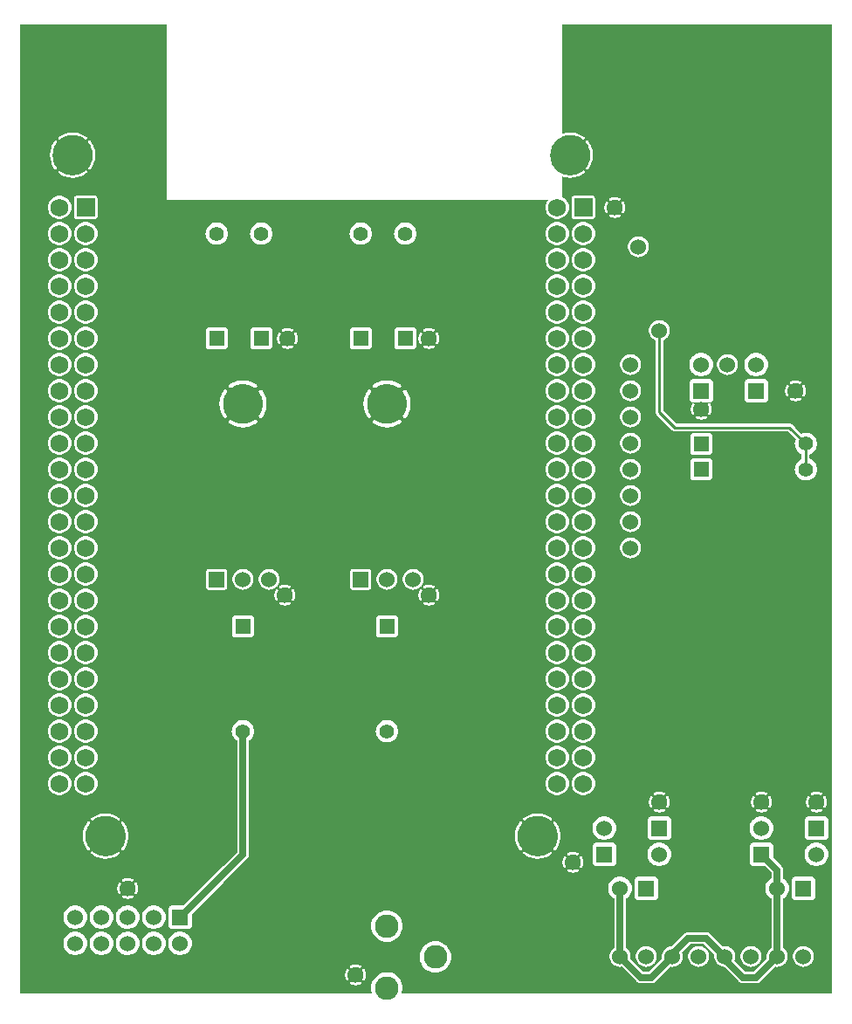
<source format=gbr>
G04 start of page 3 for group 1 idx 1 *
G04 Title: Motor Controller, ground *
G04 Creator: pcb 4.2.2 *
G04 CreationDate: Sun Nov 29 09:20:44 2020 UTC *
G04 For: kevin *
G04 Format: Gerber/RS-274X *
G04 PCB-Dimensions (mil): 3300.00 3900.00 *
G04 PCB-Coordinate-Origin: lower left *
%MOIN*%
%FSLAX25Y25*%
%LNBOTTOM*%
%ADD41C,0.0380*%
%ADD40C,0.1250*%
%ADD39C,0.0410*%
%ADD38C,0.1300*%
%ADD37C,0.0300*%
%ADD36C,0.0350*%
%ADD35C,0.0900*%
%ADD34C,0.1530*%
%ADD33C,0.0550*%
%ADD32C,0.0690*%
%ADD31C,0.1500*%
%ADD30C,0.0600*%
%ADD29C,0.0001*%
%ADD28C,0.0100*%
%ADD27C,0.0250*%
G54D27*X247000Y16000D02*X239000Y24000D01*
X259000D02*X251000Y16000D01*
X247000D01*
X239000Y24000D02*Y50000D01*
X279000Y24000D02*Y23000D01*
X286000Y16000D01*
X291000D01*
X299000Y24000D01*
X279000D02*X272000Y31000D01*
X265000D01*
X259000Y25000D01*
Y23000D02*Y25000D01*
X293000Y63000D02*X299000Y57000D01*
X71000Y39000D02*X95000Y63000D01*
Y110000D01*
X299000Y24000D02*Y57000D01*
G54D28*X254000Y232000D02*X260000Y226000D01*
X303700D01*
X310000Y219700D01*
X309850Y219850D02*Y210150D01*
X310000Y210000D01*
X254000Y263000D02*Y232000D01*
G54D29*G36*
X214783Y72339D02*X214787Y72328D01*
X214964Y71676D01*
X215083Y71011D01*
X215143Y70338D01*
Y69662D01*
X215083Y68989D01*
X214964Y68324D01*
X214787Y67672D01*
X214783Y67661D01*
Y72339D01*
G37*
G36*
X293002Y58507D02*X294308Y58510D01*
X296750Y56068D01*
Y53899D01*
X296347Y53652D01*
X295808Y53192D01*
X295348Y52653D01*
X294978Y52049D01*
X294707Y51395D01*
X294542Y50706D01*
X294486Y50000D01*
X294542Y49294D01*
X294707Y48605D01*
X294978Y47951D01*
X295348Y47347D01*
X295808Y46808D01*
X296347Y46348D01*
X296750Y46101D01*
Y27312D01*
X296642Y27246D01*
X296163Y26837D01*
X295754Y26358D01*
X295425Y25822D01*
X295184Y25240D01*
X295037Y24628D01*
X294988Y24000D01*
X295037Y23372D01*
X295067Y23249D01*
X293002Y21184D01*
Y58507D01*
G37*
G36*
X317284Y380000D02*X320000D01*
Y10000D01*
X317284D01*
Y59916D01*
X317652Y60347D01*
X318022Y60951D01*
X318293Y61605D01*
X318458Y62294D01*
X318500Y63000D01*
X318458Y63706D01*
X318293Y64395D01*
X318022Y65049D01*
X317652Y65653D01*
X317284Y66084D01*
Y68526D01*
X317465Y68569D01*
X317683Y68659D01*
X317884Y68783D01*
X318064Y68936D01*
X318217Y69116D01*
X318341Y69317D01*
X318431Y69535D01*
X318486Y69765D01*
X318500Y70000D01*
X318486Y76235D01*
X318431Y76465D01*
X318341Y76683D01*
X318217Y76884D01*
X318064Y77064D01*
X317884Y77217D01*
X317683Y77341D01*
X317465Y77431D01*
X317284Y77474D01*
Y80869D01*
X317287Y80870D01*
X317355Y80909D01*
X317416Y80958D01*
X317469Y81017D01*
X317511Y81083D01*
X317674Y81408D01*
X317803Y81748D01*
X317901Y82098D01*
X317967Y82456D01*
X318000Y82818D01*
Y83182D01*
X317967Y83544D01*
X317901Y83902D01*
X317803Y84252D01*
X317674Y84592D01*
X317515Y84919D01*
X317472Y84985D01*
X317419Y85044D01*
X317357Y85094D01*
X317288Y85133D01*
X317284Y85135D01*
Y380000D01*
G37*
G36*
Y66084D02*X317192Y66192D01*
X316653Y66652D01*
X316049Y67022D01*
X315395Y67293D01*
X314706Y67458D01*
X314002Y67514D01*
Y68507D01*
X317235Y68514D01*
X317284Y68526D01*
Y66084D01*
G37*
G36*
Y10000D02*X314002D01*
Y58486D01*
X314706Y58542D01*
X315395Y58707D01*
X316049Y58978D01*
X316653Y59348D01*
X317192Y59808D01*
X317284Y59916D01*
Y10000D01*
G37*
G36*
X314002Y380000D02*X317284D01*
Y85135D01*
X317214Y85161D01*
X317137Y85177D01*
X317058Y85181D01*
X316979Y85173D01*
X316903Y85152D01*
X316830Y85120D01*
X316764Y85077D01*
X316705Y85024D01*
X316656Y84962D01*
X316616Y84893D01*
X316588Y84819D01*
X316572Y84742D01*
X316568Y84663D01*
X316576Y84584D01*
X316597Y84507D01*
X316630Y84436D01*
X316753Y84193D01*
X316850Y83938D01*
X316923Y83676D01*
X316972Y83408D01*
X316997Y83136D01*
Y82864D01*
X316972Y82592D01*
X316923Y82324D01*
X316850Y82062D01*
X316753Y81807D01*
X316633Y81563D01*
X316600Y81491D01*
X316579Y81416D01*
X316571Y81337D01*
X316575Y81259D01*
X316591Y81182D01*
X316619Y81108D01*
X316658Y81040D01*
X316707Y80979D01*
X316766Y80926D01*
X316832Y80883D01*
X316904Y80851D01*
X316980Y80830D01*
X317058Y80822D01*
X317136Y80826D01*
X317213Y80842D01*
X317284Y80869D01*
Y77474D01*
X317235Y77486D01*
X317000Y77500D01*
X314002Y77493D01*
Y79000D01*
X314182D01*
X314544Y79033D01*
X314902Y79099D01*
X315252Y79197D01*
X315592Y79326D01*
X315919Y79485D01*
X315985Y79528D01*
X316044Y79581D01*
X316094Y79643D01*
X316133Y79712D01*
X316161Y79786D01*
X316177Y79863D01*
X316181Y79942D01*
X316173Y80021D01*
X316152Y80097D01*
X316120Y80170D01*
X316077Y80236D01*
X316024Y80295D01*
X315962Y80344D01*
X315893Y80384D01*
X315819Y80412D01*
X315742Y80428D01*
X315663Y80432D01*
X315584Y80424D01*
X315507Y80403D01*
X315436Y80370D01*
X315193Y80247D01*
X314938Y80150D01*
X314676Y80077D01*
X314408Y80028D01*
X314136Y80003D01*
X314002D01*
Y85997D01*
X314136D01*
X314408Y85972D01*
X314676Y85923D01*
X314938Y85850D01*
X315193Y85753D01*
X315437Y85633D01*
X315509Y85600D01*
X315584Y85579D01*
X315663Y85571D01*
X315741Y85575D01*
X315818Y85591D01*
X315892Y85619D01*
X315960Y85658D01*
X316021Y85707D01*
X316074Y85766D01*
X316117Y85832D01*
X316149Y85904D01*
X316170Y85980D01*
X316178Y86058D01*
X316174Y86136D01*
X316158Y86213D01*
X316130Y86287D01*
X316091Y86355D01*
X316042Y86416D01*
X315983Y86469D01*
X315917Y86511D01*
X315592Y86674D01*
X315252Y86803D01*
X314902Y86901D01*
X314544Y86967D01*
X314182Y87000D01*
X314002D01*
Y208555D01*
X314054Y208683D01*
X314211Y209333D01*
X314250Y210000D01*
X314211Y210667D01*
X314054Y211317D01*
X314002Y211445D01*
Y218255D01*
X314054Y218383D01*
X314211Y219033D01*
X314250Y219700D01*
X314211Y220367D01*
X314054Y221017D01*
X314002Y221145D01*
Y380000D01*
G37*
G36*
Y211445D02*X313798Y211935D01*
X313449Y212506D01*
X313014Y213014D01*
X312506Y213449D01*
X311935Y213798D01*
X311350Y214041D01*
Y215659D01*
X311935Y215902D01*
X312506Y216251D01*
X313014Y216686D01*
X313449Y217194D01*
X313798Y217765D01*
X314002Y218255D01*
Y211445D01*
G37*
G36*
X310716Y68526D02*X310765Y68514D01*
X311000Y68500D01*
X314002Y68507D01*
Y67514D01*
X314000Y67514D01*
X313294Y67458D01*
X312605Y67293D01*
X311951Y67022D01*
X311347Y66652D01*
X310808Y66192D01*
X310716Y66084D01*
Y68526D01*
G37*
G36*
Y205801D02*X311317Y205946D01*
X311935Y206202D01*
X312506Y206551D01*
X313014Y206986D01*
X313449Y207494D01*
X313798Y208065D01*
X314002Y208555D01*
Y87000D01*
X313818D01*
X313456Y86967D01*
X313098Y86901D01*
X312748Y86803D01*
X312408Y86674D01*
X312081Y86515D01*
X312015Y86472D01*
X311956Y86419D01*
X311906Y86357D01*
X311867Y86288D01*
X311839Y86214D01*
X311823Y86137D01*
X311819Y86058D01*
X311827Y85979D01*
X311848Y85903D01*
X311880Y85830D01*
X311923Y85764D01*
X311976Y85705D01*
X312038Y85656D01*
X312107Y85616D01*
X312181Y85588D01*
X312258Y85572D01*
X312337Y85568D01*
X312416Y85576D01*
X312493Y85597D01*
X312564Y85630D01*
X312807Y85753D01*
X313062Y85850D01*
X313324Y85923D01*
X313592Y85972D01*
X313864Y85997D01*
X314002D01*
Y80003D01*
X313864D01*
X313592Y80028D01*
X313324Y80077D01*
X313062Y80150D01*
X312807Y80247D01*
X312563Y80367D01*
X312491Y80400D01*
X312415Y80421D01*
X312337Y80429D01*
X312259Y80425D01*
X312182Y80409D01*
X312108Y80381D01*
X312040Y80342D01*
X311979Y80293D01*
X311926Y80234D01*
X311883Y80168D01*
X311851Y80096D01*
X311830Y80020D01*
X311822Y79942D01*
X311826Y79864D01*
X311842Y79787D01*
X311870Y79713D01*
X311909Y79645D01*
X311958Y79584D01*
X312017Y79531D01*
X312083Y79489D01*
X312408Y79326D01*
X312748Y79197D01*
X313098Y79099D01*
X313456Y79033D01*
X313818Y79000D01*
X314002D01*
Y77493D01*
X310765Y77486D01*
X310716Y77474D01*
Y80865D01*
X310786Y80839D01*
X310863Y80823D01*
X310942Y80819D01*
X311021Y80827D01*
X311097Y80848D01*
X311170Y80880D01*
X311236Y80923D01*
X311295Y80976D01*
X311344Y81038D01*
X311384Y81107D01*
X311412Y81181D01*
X311428Y81258D01*
X311432Y81337D01*
X311424Y81416D01*
X311403Y81493D01*
X311370Y81564D01*
X311247Y81807D01*
X311150Y82062D01*
X311077Y82324D01*
X311028Y82592D01*
X311003Y82864D01*
Y83136D01*
X311028Y83408D01*
X311077Y83676D01*
X311150Y83938D01*
X311247Y84193D01*
X311367Y84437D01*
X311400Y84509D01*
X311421Y84585D01*
X311429Y84663D01*
X311425Y84741D01*
X311409Y84818D01*
X311381Y84892D01*
X311342Y84960D01*
X311293Y85021D01*
X311234Y85074D01*
X311168Y85117D01*
X311096Y85149D01*
X311020Y85170D01*
X310942Y85178D01*
X310864Y85174D01*
X310787Y85158D01*
X310716Y85131D01*
Y205801D01*
G37*
G36*
X314002Y10000D02*X310716D01*
Y20381D01*
X310822Y20425D01*
X311358Y20754D01*
X311837Y21163D01*
X312246Y21642D01*
X312575Y22178D01*
X312816Y22760D01*
X312963Y23372D01*
X313000Y24000D01*
X312963Y24628D01*
X312816Y25240D01*
X312575Y25822D01*
X312246Y26358D01*
X311837Y26837D01*
X311358Y27246D01*
X310822Y27575D01*
X310716Y27619D01*
Y45511D01*
X312235Y45514D01*
X312465Y45569D01*
X312683Y45659D01*
X312884Y45783D01*
X313064Y45936D01*
X313217Y46116D01*
X313341Y46317D01*
X313431Y46535D01*
X313486Y46765D01*
X313500Y47000D01*
X313486Y53235D01*
X313431Y53465D01*
X313341Y53683D01*
X313217Y53884D01*
X313064Y54064D01*
X312884Y54217D01*
X312683Y54341D01*
X312465Y54431D01*
X312235Y54486D01*
X312000Y54500D01*
X310716Y54497D01*
Y59916D01*
X310808Y59808D01*
X311347Y59348D01*
X311951Y58978D01*
X312605Y58707D01*
X313294Y58542D01*
X314000Y58486D01*
X314002Y58486D01*
Y10000D01*
G37*
G36*
X310716D02*X296284D01*
Y18102D01*
X298249Y20067D01*
X298372Y20037D01*
X299000Y19988D01*
X299628Y20037D01*
X300240Y20184D01*
X300822Y20425D01*
X301358Y20754D01*
X301837Y21163D01*
X302246Y21642D01*
X302575Y22178D01*
X302816Y22760D01*
X302963Y23372D01*
X303000Y24000D01*
X302963Y24628D01*
X302816Y25240D01*
X302575Y25822D01*
X302246Y26358D01*
X301837Y26837D01*
X301358Y27246D01*
X301250Y27312D01*
Y46101D01*
X301653Y46348D01*
X302192Y46808D01*
X302652Y47347D01*
X303022Y47951D01*
X303293Y48605D01*
X303458Y49294D01*
X303500Y50000D01*
X303458Y50706D01*
X303293Y51395D01*
X303022Y52049D01*
X302652Y52653D01*
X302192Y53192D01*
X301653Y53652D01*
X301250Y53899D01*
Y56912D01*
X301257Y57000D01*
X301229Y57353D01*
X301146Y57697D01*
X301107Y57793D01*
X301011Y58025D01*
X300896Y58212D01*
X300826Y58327D01*
X300826Y58327D01*
X300596Y58596D01*
X300529Y58653D01*
X297496Y61686D01*
X297486Y66235D01*
X297431Y66465D01*
X297341Y66683D01*
X297217Y66884D01*
X297064Y67064D01*
X296884Y67217D01*
X296683Y67341D01*
X296465Y67431D01*
X296284Y67474D01*
Y69916D01*
X296652Y70347D01*
X297022Y70951D01*
X297293Y71605D01*
X297458Y72294D01*
X297500Y73000D01*
X297458Y73706D01*
X297293Y74395D01*
X297022Y75049D01*
X296652Y75653D01*
X296284Y76084D01*
Y80869D01*
X296287Y80870D01*
X296355Y80909D01*
X296416Y80958D01*
X296469Y81017D01*
X296511Y81083D01*
X296674Y81408D01*
X296803Y81748D01*
X296901Y82098D01*
X296967Y82456D01*
X297000Y82818D01*
Y83182D01*
X296967Y83544D01*
X296901Y83902D01*
X296803Y84252D01*
X296674Y84592D01*
X296515Y84919D01*
X296472Y84985D01*
X296419Y85044D01*
X296357Y85094D01*
X296288Y85133D01*
X296284Y85135D01*
Y224500D01*
X303079D01*
X306126Y221453D01*
X305946Y221017D01*
X305789Y220367D01*
X305737Y219700D01*
X305789Y219033D01*
X305946Y218383D01*
X306202Y217765D01*
X306551Y217194D01*
X306986Y216686D01*
X307494Y216251D01*
X308065Y215902D01*
X308350Y215783D01*
Y213917D01*
X308065Y213798D01*
X307494Y213449D01*
X306986Y213014D01*
X306551Y212506D01*
X306202Y211935D01*
X305946Y211317D01*
X305789Y210667D01*
X305737Y210000D01*
X305789Y209333D01*
X305946Y208683D01*
X306202Y208065D01*
X306551Y207494D01*
X306986Y206986D01*
X307494Y206551D01*
X308065Y206202D01*
X308683Y205946D01*
X309333Y205789D01*
X310000Y205737D01*
X310667Y205789D01*
X310716Y205801D01*
Y85131D01*
X310713Y85130D01*
X310645Y85091D01*
X310584Y85042D01*
X310531Y84983D01*
X310489Y84917D01*
X310326Y84592D01*
X310197Y84252D01*
X310099Y83902D01*
X310033Y83544D01*
X310000Y83182D01*
Y82818D01*
X310033Y82456D01*
X310099Y82098D01*
X310197Y81748D01*
X310326Y81408D01*
X310485Y81081D01*
X310528Y81015D01*
X310581Y80956D01*
X310643Y80906D01*
X310712Y80867D01*
X310716Y80865D01*
Y77474D01*
X310535Y77431D01*
X310317Y77341D01*
X310116Y77217D01*
X309936Y77064D01*
X309783Y76884D01*
X309659Y76683D01*
X309569Y76465D01*
X309514Y76235D01*
X309500Y76000D01*
X309514Y69765D01*
X309569Y69535D01*
X309659Y69317D01*
X309783Y69116D01*
X309936Y68936D01*
X310116Y68783D01*
X310317Y68659D01*
X310535Y68569D01*
X310716Y68526D01*
Y66084D01*
X310348Y65653D01*
X309978Y65049D01*
X309707Y64395D01*
X309542Y63706D01*
X309486Y63000D01*
X309542Y62294D01*
X309707Y61605D01*
X309978Y60951D01*
X310348Y60347D01*
X310716Y59916D01*
Y54497D01*
X305765Y54486D01*
X305535Y54431D01*
X305317Y54341D01*
X305116Y54217D01*
X304936Y54064D01*
X304783Y53884D01*
X304659Y53683D01*
X304569Y53465D01*
X304514Y53235D01*
X304500Y53000D01*
X304514Y46765D01*
X304569Y46535D01*
X304659Y46317D01*
X304783Y46116D01*
X304936Y45936D01*
X305116Y45783D01*
X305317Y45659D01*
X305535Y45569D01*
X305765Y45514D01*
X306000Y45500D01*
X310716Y45511D01*
Y27619D01*
X310240Y27816D01*
X309628Y27963D01*
X309000Y28012D01*
X308372Y27963D01*
X307760Y27816D01*
X307178Y27575D01*
X306642Y27246D01*
X306163Y26837D01*
X305754Y26358D01*
X305425Y25822D01*
X305184Y25240D01*
X305037Y24628D01*
X304988Y24000D01*
X305037Y23372D01*
X305184Y22760D01*
X305425Y22178D01*
X305754Y21642D01*
X306163Y21163D01*
X306642Y20754D01*
X307178Y20425D01*
X307760Y20184D01*
X308372Y20037D01*
X309000Y19988D01*
X309628Y20037D01*
X310240Y20184D01*
X310716Y20381D01*
Y10000D01*
G37*
G36*
X309284Y380000D02*X314002D01*
Y221145D01*
X313798Y221635D01*
X313449Y222206D01*
X313014Y222714D01*
X312506Y223149D01*
X311935Y223498D01*
X311317Y223754D01*
X310667Y223911D01*
X310000Y223963D01*
X309333Y223911D01*
X309284Y223899D01*
Y237869D01*
X309287Y237870D01*
X309355Y237909D01*
X309416Y237958D01*
X309469Y238017D01*
X309511Y238083D01*
X309674Y238408D01*
X309803Y238748D01*
X309901Y239098D01*
X309967Y239456D01*
X310000Y239818D01*
Y240182D01*
X309967Y240544D01*
X309901Y240902D01*
X309803Y241252D01*
X309674Y241592D01*
X309515Y241919D01*
X309472Y241985D01*
X309419Y242044D01*
X309357Y242094D01*
X309288Y242133D01*
X309284Y242135D01*
Y380000D01*
G37*
G36*
X306002D02*X309284D01*
Y242135D01*
X309214Y242161D01*
X309137Y242177D01*
X309058Y242181D01*
X308979Y242173D01*
X308903Y242152D01*
X308830Y242120D01*
X308764Y242077D01*
X308705Y242024D01*
X308656Y241962D01*
X308616Y241893D01*
X308588Y241819D01*
X308572Y241742D01*
X308568Y241663D01*
X308576Y241584D01*
X308597Y241507D01*
X308630Y241436D01*
X308753Y241193D01*
X308850Y240938D01*
X308923Y240676D01*
X308972Y240408D01*
X308997Y240136D01*
Y239864D01*
X308972Y239592D01*
X308923Y239324D01*
X308850Y239062D01*
X308753Y238807D01*
X308633Y238563D01*
X308600Y238491D01*
X308579Y238416D01*
X308571Y238337D01*
X308575Y238259D01*
X308591Y238182D01*
X308619Y238108D01*
X308658Y238040D01*
X308707Y237979D01*
X308766Y237926D01*
X308832Y237883D01*
X308904Y237851D01*
X308980Y237830D01*
X309058Y237822D01*
X309136Y237826D01*
X309213Y237842D01*
X309284Y237869D01*
Y223899D01*
X308683Y223754D01*
X308247Y223574D01*
X306002Y225820D01*
Y236000D01*
X306182D01*
X306544Y236033D01*
X306902Y236099D01*
X307252Y236197D01*
X307592Y236326D01*
X307919Y236485D01*
X307985Y236528D01*
X308044Y236581D01*
X308094Y236643D01*
X308133Y236712D01*
X308161Y236786D01*
X308177Y236863D01*
X308181Y236942D01*
X308173Y237021D01*
X308152Y237097D01*
X308120Y237170D01*
X308077Y237236D01*
X308024Y237295D01*
X307962Y237344D01*
X307893Y237384D01*
X307819Y237412D01*
X307742Y237428D01*
X307663Y237432D01*
X307584Y237424D01*
X307507Y237403D01*
X307436Y237370D01*
X307193Y237247D01*
X306938Y237150D01*
X306676Y237077D01*
X306408Y237028D01*
X306136Y237003D01*
X306002D01*
Y242997D01*
X306136D01*
X306408Y242972D01*
X306676Y242923D01*
X306938Y242850D01*
X307193Y242753D01*
X307437Y242633D01*
X307509Y242600D01*
X307584Y242579D01*
X307663Y242571D01*
X307741Y242575D01*
X307818Y242591D01*
X307892Y242619D01*
X307960Y242658D01*
X308021Y242707D01*
X308074Y242766D01*
X308117Y242832D01*
X308149Y242904D01*
X308170Y242980D01*
X308178Y243058D01*
X308174Y243136D01*
X308158Y243213D01*
X308130Y243287D01*
X308091Y243355D01*
X308042Y243416D01*
X307983Y243469D01*
X307917Y243511D01*
X307592Y243674D01*
X307252Y243803D01*
X306902Y243901D01*
X306544Y243967D01*
X306182Y244000D01*
X306002D01*
Y380000D01*
G37*
G36*
X302716D02*X306002D01*
Y244000D01*
X305818D01*
X305456Y243967D01*
X305098Y243901D01*
X304748Y243803D01*
X304408Y243674D01*
X304081Y243515D01*
X304015Y243472D01*
X303956Y243419D01*
X303906Y243357D01*
X303867Y243288D01*
X303839Y243214D01*
X303823Y243137D01*
X303819Y243058D01*
X303827Y242979D01*
X303848Y242903D01*
X303880Y242830D01*
X303923Y242764D01*
X303976Y242705D01*
X304038Y242656D01*
X304107Y242616D01*
X304181Y242588D01*
X304258Y242572D01*
X304337Y242568D01*
X304416Y242576D01*
X304493Y242597D01*
X304564Y242630D01*
X304807Y242753D01*
X305062Y242850D01*
X305324Y242923D01*
X305592Y242972D01*
X305864Y242997D01*
X306002D01*
Y237003D01*
X305864D01*
X305592Y237028D01*
X305324Y237077D01*
X305062Y237150D01*
X304807Y237247D01*
X304563Y237367D01*
X304491Y237400D01*
X304415Y237421D01*
X304337Y237429D01*
X304259Y237425D01*
X304182Y237409D01*
X304108Y237381D01*
X304040Y237342D01*
X303979Y237293D01*
X303926Y237234D01*
X303883Y237168D01*
X303851Y237096D01*
X303830Y237020D01*
X303822Y236942D01*
X303826Y236864D01*
X303842Y236787D01*
X303870Y236713D01*
X303909Y236645D01*
X303958Y236584D01*
X304017Y236531D01*
X304083Y236489D01*
X304408Y236326D01*
X304748Y236197D01*
X305098Y236099D01*
X305456Y236033D01*
X305818Y236000D01*
X306002D01*
Y225820D01*
X304802Y227019D01*
X304764Y227064D01*
X304584Y227217D01*
X304383Y227341D01*
X304165Y227431D01*
X303935Y227486D01*
X303700Y227505D01*
X303641Y227500D01*
X302716D01*
Y237865D01*
X302786Y237839D01*
X302863Y237823D01*
X302942Y237819D01*
X303021Y237827D01*
X303097Y237848D01*
X303170Y237880D01*
X303236Y237923D01*
X303295Y237976D01*
X303344Y238038D01*
X303384Y238107D01*
X303412Y238181D01*
X303428Y238258D01*
X303432Y238337D01*
X303424Y238416D01*
X303403Y238493D01*
X303370Y238564D01*
X303247Y238807D01*
X303150Y239062D01*
X303077Y239324D01*
X303028Y239592D01*
X303003Y239864D01*
Y240136D01*
X303028Y240408D01*
X303077Y240676D01*
X303150Y240938D01*
X303247Y241193D01*
X303367Y241437D01*
X303400Y241509D01*
X303421Y241585D01*
X303429Y241663D01*
X303425Y241741D01*
X303409Y241818D01*
X303381Y241892D01*
X303342Y241960D01*
X303293Y242021D01*
X303234Y242074D01*
X303168Y242117D01*
X303096Y242149D01*
X303020Y242170D01*
X302942Y242178D01*
X302864Y242174D01*
X302787Y242158D01*
X302716Y242131D01*
Y380000D01*
G37*
G36*
X296284D02*X302716D01*
Y242131D01*
X302713Y242130D01*
X302645Y242091D01*
X302584Y242042D01*
X302531Y241983D01*
X302489Y241917D01*
X302326Y241592D01*
X302197Y241252D01*
X302099Y240902D01*
X302033Y240544D01*
X302000Y240182D01*
Y239818D01*
X302033Y239456D01*
X302099Y239098D01*
X302197Y238748D01*
X302326Y238408D01*
X302485Y238081D01*
X302528Y238015D01*
X302581Y237956D01*
X302643Y237906D01*
X302712Y237867D01*
X302716Y237865D01*
Y227500D01*
X296284D01*
Y380000D01*
G37*
G36*
Y76084D02*X296192Y76192D01*
X295653Y76652D01*
X295049Y77022D01*
X294395Y77293D01*
X293706Y77458D01*
X293002Y77514D01*
Y79000D01*
X293182D01*
X293544Y79033D01*
X293902Y79099D01*
X294252Y79197D01*
X294592Y79326D01*
X294919Y79485D01*
X294985Y79528D01*
X295044Y79581D01*
X295094Y79643D01*
X295133Y79712D01*
X295161Y79786D01*
X295177Y79863D01*
X295181Y79942D01*
X295173Y80021D01*
X295152Y80097D01*
X295120Y80170D01*
X295077Y80236D01*
X295024Y80295D01*
X294962Y80344D01*
X294893Y80384D01*
X294819Y80412D01*
X294742Y80428D01*
X294663Y80432D01*
X294584Y80424D01*
X294507Y80403D01*
X294436Y80370D01*
X294193Y80247D01*
X293938Y80150D01*
X293676Y80077D01*
X293408Y80028D01*
X293136Y80003D01*
X293002D01*
Y85997D01*
X293136D01*
X293408Y85972D01*
X293676Y85923D01*
X293938Y85850D01*
X294193Y85753D01*
X294437Y85633D01*
X294509Y85600D01*
X294584Y85579D01*
X294663Y85571D01*
X294741Y85575D01*
X294818Y85591D01*
X294892Y85619D01*
X294960Y85658D01*
X295021Y85707D01*
X295074Y85766D01*
X295117Y85832D01*
X295149Y85904D01*
X295170Y85980D01*
X295178Y86058D01*
X295174Y86136D01*
X295158Y86213D01*
X295130Y86287D01*
X295091Y86355D01*
X295042Y86416D01*
X294983Y86469D01*
X294917Y86511D01*
X294592Y86674D01*
X294252Y86803D01*
X293902Y86901D01*
X293544Y86967D01*
X293182Y87000D01*
X293002D01*
Y224500D01*
X296284D01*
Y85135D01*
X296214Y85161D01*
X296137Y85177D01*
X296058Y85181D01*
X295979Y85173D01*
X295903Y85152D01*
X295830Y85120D01*
X295764Y85077D01*
X295705Y85024D01*
X295656Y84962D01*
X295616Y84893D01*
X295588Y84819D01*
X295572Y84742D01*
X295568Y84663D01*
X295576Y84584D01*
X295597Y84507D01*
X295630Y84436D01*
X295753Y84193D01*
X295850Y83938D01*
X295923Y83676D01*
X295972Y83408D01*
X295997Y83136D01*
Y82864D01*
X295972Y82592D01*
X295923Y82324D01*
X295850Y82062D01*
X295753Y81807D01*
X295633Y81563D01*
X295600Y81491D01*
X295579Y81416D01*
X295571Y81337D01*
X295575Y81259D01*
X295591Y81182D01*
X295619Y81108D01*
X295658Y81040D01*
X295707Y80979D01*
X295766Y80926D01*
X295832Y80883D01*
X295904Y80851D01*
X295980Y80830D01*
X296058Y80822D01*
X296136Y80826D01*
X296213Y80842D01*
X296284Y80869D01*
Y76084D01*
G37*
G36*
Y67474D02*X296235Y67486D01*
X296000Y67500D01*
X293002Y67493D01*
Y68486D01*
X293706Y68542D01*
X294395Y68707D01*
X295049Y68978D01*
X295653Y69348D01*
X296192Y69808D01*
X296284Y69916D01*
Y67474D01*
G37*
G36*
Y10000D02*X293002D01*
Y14820D01*
X296284Y18102D01*
Y10000D01*
G37*
G36*
X293002Y380000D02*X296284D01*
Y227500D01*
X293002D01*
Y235511D01*
X294235Y235514D01*
X294465Y235569D01*
X294683Y235659D01*
X294884Y235783D01*
X295064Y235936D01*
X295217Y236116D01*
X295341Y236317D01*
X295431Y236535D01*
X295486Y236765D01*
X295500Y237000D01*
X295486Y243235D01*
X295431Y243465D01*
X295341Y243683D01*
X295217Y243884D01*
X295064Y244064D01*
X294884Y244217D01*
X294683Y244341D01*
X294465Y244431D01*
X294235Y244486D01*
X294000Y244500D01*
X293002Y244498D01*
Y245958D01*
X293049Y245978D01*
X293653Y246348D01*
X294192Y246808D01*
X294652Y247347D01*
X295022Y247951D01*
X295293Y248605D01*
X295458Y249294D01*
X295500Y250000D01*
X295458Y250706D01*
X295293Y251395D01*
X295022Y252049D01*
X294652Y252653D01*
X294192Y253192D01*
X293653Y253652D01*
X293049Y254022D01*
X293002Y254042D01*
Y380000D01*
G37*
G36*
X289716Y224500D02*X293002D01*
Y87000D01*
X292818D01*
X292456Y86967D01*
X292098Y86901D01*
X291748Y86803D01*
X291408Y86674D01*
X291081Y86515D01*
X291015Y86472D01*
X290956Y86419D01*
X290906Y86357D01*
X290867Y86288D01*
X290839Y86214D01*
X290823Y86137D01*
X290819Y86058D01*
X290827Y85979D01*
X290848Y85903D01*
X290880Y85830D01*
X290923Y85764D01*
X290976Y85705D01*
X291038Y85656D01*
X291107Y85616D01*
X291181Y85588D01*
X291258Y85572D01*
X291337Y85568D01*
X291416Y85576D01*
X291493Y85597D01*
X291564Y85630D01*
X291807Y85753D01*
X292062Y85850D01*
X292324Y85923D01*
X292592Y85972D01*
X292864Y85997D01*
X293002D01*
Y80003D01*
X292864D01*
X292592Y80028D01*
X292324Y80077D01*
X292062Y80150D01*
X291807Y80247D01*
X291563Y80367D01*
X291491Y80400D01*
X291415Y80421D01*
X291337Y80429D01*
X291259Y80425D01*
X291182Y80409D01*
X291108Y80381D01*
X291040Y80342D01*
X290979Y80293D01*
X290926Y80234D01*
X290883Y80168D01*
X290851Y80096D01*
X290830Y80020D01*
X290822Y79942D01*
X290826Y79864D01*
X290842Y79787D01*
X290870Y79713D01*
X290909Y79645D01*
X290958Y79584D01*
X291017Y79531D01*
X291083Y79489D01*
X291408Y79326D01*
X291748Y79197D01*
X292098Y79099D01*
X292456Y79033D01*
X292818Y79000D01*
X293002D01*
Y77514D01*
X293000Y77514D01*
X292294Y77458D01*
X291605Y77293D01*
X290951Y77022D01*
X290347Y76652D01*
X289808Y76192D01*
X289716Y76084D01*
Y80865D01*
X289786Y80839D01*
X289863Y80823D01*
X289942Y80819D01*
X290021Y80827D01*
X290097Y80848D01*
X290170Y80880D01*
X290236Y80923D01*
X290295Y80976D01*
X290344Y81038D01*
X290384Y81107D01*
X290412Y81181D01*
X290428Y81258D01*
X290432Y81337D01*
X290424Y81416D01*
X290403Y81493D01*
X290370Y81564D01*
X290247Y81807D01*
X290150Y82062D01*
X290077Y82324D01*
X290028Y82592D01*
X290003Y82864D01*
Y83136D01*
X290028Y83408D01*
X290077Y83676D01*
X290150Y83938D01*
X290247Y84193D01*
X290367Y84437D01*
X290400Y84509D01*
X290421Y84585D01*
X290429Y84663D01*
X290425Y84741D01*
X290409Y84818D01*
X290381Y84892D01*
X290342Y84960D01*
X290293Y85021D01*
X290234Y85074D01*
X290168Y85117D01*
X290096Y85149D01*
X290020Y85170D01*
X289942Y85178D01*
X289864Y85174D01*
X289787Y85158D01*
X289716Y85131D01*
Y224500D01*
G37*
G36*
Y58526D02*X289765Y58514D01*
X290000Y58500D01*
X293002Y58507D01*
Y21184D01*
X290068Y18250D01*
X289716D01*
Y20058D01*
X290240Y20184D01*
X290822Y20425D01*
X291358Y20754D01*
X291837Y21163D01*
X292246Y21642D01*
X292575Y22178D01*
X292816Y22760D01*
X292963Y23372D01*
X293000Y24000D01*
X292963Y24628D01*
X292816Y25240D01*
X292575Y25822D01*
X292246Y26358D01*
X291837Y26837D01*
X291358Y27246D01*
X290822Y27575D01*
X290240Y27816D01*
X289716Y27942D01*
Y58526D01*
G37*
G36*
X293002Y67493D02*X289765Y67486D01*
X289716Y67474D01*
Y69916D01*
X289808Y69808D01*
X290347Y69348D01*
X290951Y68978D01*
X291605Y68707D01*
X292294Y68542D01*
X293000Y68486D01*
X293002Y68486D01*
Y67493D01*
G37*
G36*
X289716Y67474D02*X289535Y67431D01*
X289317Y67341D01*
X289116Y67217D01*
X288936Y67064D01*
X288783Y66884D01*
X288659Y66683D01*
X288569Y66465D01*
X288514Y66235D01*
X288500Y66000D01*
X288514Y59765D01*
X288569Y59535D01*
X288659Y59317D01*
X288783Y59116D01*
X288936Y58936D01*
X289116Y58783D01*
X289317Y58659D01*
X289535Y58569D01*
X289716Y58526D01*
Y27942D01*
X289628Y27963D01*
X289000Y28012D01*
X288372Y27963D01*
X287760Y27816D01*
X287178Y27575D01*
X286642Y27246D01*
X286163Y26837D01*
X285754Y26358D01*
X285425Y25822D01*
X285184Y25240D01*
X285037Y24628D01*
X284988Y24000D01*
X285037Y23372D01*
X285184Y22760D01*
X285425Y22178D01*
X285754Y21642D01*
X286163Y21163D01*
X286642Y20754D01*
X287178Y20425D01*
X287760Y20184D01*
X288372Y20037D01*
X289000Y19988D01*
X289628Y20037D01*
X289716Y20058D01*
Y18250D01*
X286932D01*
X282701Y22481D01*
X282816Y22760D01*
X282963Y23372D01*
X283000Y24000D01*
X282963Y24628D01*
X282816Y25240D01*
X282575Y25822D01*
X282246Y26358D01*
X282119Y26507D01*
Y224500D01*
X289716D01*
Y85131D01*
X289713Y85130D01*
X289645Y85091D01*
X289584Y85042D01*
X289531Y84983D01*
X289489Y84917D01*
X289326Y84592D01*
X289197Y84252D01*
X289099Y83902D01*
X289033Y83544D01*
X289000Y83182D01*
Y82818D01*
X289033Y82456D01*
X289099Y82098D01*
X289197Y81748D01*
X289326Y81408D01*
X289485Y81081D01*
X289528Y81015D01*
X289581Y80956D01*
X289643Y80906D01*
X289712Y80867D01*
X289716Y80865D01*
Y76084D01*
X289348Y75653D01*
X288978Y75049D01*
X288707Y74395D01*
X288542Y73706D01*
X288486Y73000D01*
X288542Y72294D01*
X288707Y71605D01*
X288978Y70951D01*
X289348Y70347D01*
X289716Y69916D01*
Y67474D01*
G37*
G36*
X293002Y10000D02*X282119D01*
Y16699D01*
X284347Y14471D01*
X284404Y14404D01*
X284673Y14174D01*
X284673Y14174D01*
X284861Y14059D01*
X284975Y13989D01*
X285303Y13854D01*
X285647Y13771D01*
X285647D01*
X286000Y13743D01*
X286088Y13750D01*
X290912D01*
X291000Y13743D01*
X291353Y13771D01*
X291353Y13771D01*
X291697Y13854D01*
X292025Y13989D01*
X292327Y14174D01*
X292596Y14404D01*
X292653Y14471D01*
X293002Y14820D01*
Y10000D01*
G37*
G36*
X282119Y380000D02*X293002D01*
Y254042D01*
X292395Y254293D01*
X291706Y254458D01*
X291000Y254514D01*
X290294Y254458D01*
X289605Y254293D01*
X288951Y254022D01*
X288347Y253652D01*
X287808Y253192D01*
X287348Y252653D01*
X286978Y252049D01*
X286707Y251395D01*
X286542Y250706D01*
X286486Y250000D01*
X286542Y249294D01*
X286707Y248605D01*
X286978Y247951D01*
X287348Y247347D01*
X287808Y246808D01*
X288347Y246348D01*
X288951Y245978D01*
X289605Y245707D01*
X290294Y245542D01*
X291000Y245486D01*
X291706Y245542D01*
X292395Y245707D01*
X293002Y245958D01*
Y244498D01*
X287765Y244486D01*
X287535Y244431D01*
X287317Y244341D01*
X287116Y244217D01*
X286936Y244064D01*
X286783Y243884D01*
X286659Y243683D01*
X286569Y243465D01*
X286514Y243235D01*
X286500Y243000D01*
X286514Y236765D01*
X286569Y236535D01*
X286659Y236317D01*
X286783Y236116D01*
X286936Y235936D01*
X287116Y235783D01*
X287317Y235659D01*
X287535Y235569D01*
X287765Y235514D01*
X288000Y235500D01*
X293002Y235511D01*
Y227500D01*
X282119D01*
Y246607D01*
X282358Y246754D01*
X282837Y247163D01*
X283246Y247642D01*
X283575Y248178D01*
X283816Y248760D01*
X283963Y249372D01*
X284000Y250000D01*
X283963Y250628D01*
X283816Y251240D01*
X283575Y251822D01*
X283246Y252358D01*
X282837Y252837D01*
X282358Y253246D01*
X282119Y253393D01*
Y380000D01*
G37*
G36*
X270002Y28750D02*X271068D01*
X275067Y24751D01*
X275037Y24628D01*
X274988Y24000D01*
X275037Y23372D01*
X275184Y22760D01*
X275425Y22178D01*
X275754Y21642D01*
X276163Y21163D01*
X276642Y20754D01*
X277178Y20425D01*
X277760Y20184D01*
X278372Y20037D01*
X278816Y20002D01*
X282119Y16699D01*
Y10000D01*
X270002D01*
Y20127D01*
X270240Y20184D01*
X270822Y20425D01*
X271358Y20754D01*
X271837Y21163D01*
X272246Y21642D01*
X272575Y22178D01*
X272816Y22760D01*
X272963Y23372D01*
X273000Y24000D01*
X272963Y24628D01*
X272816Y25240D01*
X272575Y25822D01*
X272246Y26358D01*
X271837Y26837D01*
X271358Y27246D01*
X270822Y27575D01*
X270240Y27816D01*
X270002Y27873D01*
Y28750D01*
G37*
G36*
Y224500D02*X282119D01*
Y26507D01*
X281837Y26837D01*
X281358Y27246D01*
X280822Y27575D01*
X280240Y27816D01*
X279628Y27963D01*
X279000Y28012D01*
X278372Y27963D01*
X278249Y27933D01*
X273653Y32529D01*
X273596Y32596D01*
X273327Y32826D01*
X273327Y32826D01*
X273212Y32896D01*
X273025Y33011D01*
X272793Y33107D01*
X272697Y33146D01*
X272353Y33229D01*
X272000Y33257D01*
X271912Y33250D01*
X270002D01*
Y205757D01*
X272985Y205764D01*
X273215Y205819D01*
X273433Y205909D01*
X273634Y206033D01*
X273814Y206186D01*
X273967Y206366D01*
X274091Y206567D01*
X274181Y206785D01*
X274236Y207015D01*
X274250Y207250D01*
X274236Y212985D01*
X274181Y213215D01*
X274091Y213433D01*
X273967Y213634D01*
X273814Y213814D01*
X273634Y213967D01*
X273433Y214091D01*
X273215Y214181D01*
X272985Y214236D01*
X272750Y214250D01*
X270002Y214243D01*
Y215457D01*
X272985Y215464D01*
X273215Y215519D01*
X273433Y215609D01*
X273634Y215733D01*
X273814Y215886D01*
X273967Y216066D01*
X274091Y216267D01*
X274181Y216485D01*
X274236Y216715D01*
X274250Y216950D01*
X274236Y222685D01*
X274181Y222915D01*
X274091Y223133D01*
X273967Y223334D01*
X273814Y223514D01*
X273634Y223667D01*
X273433Y223791D01*
X273215Y223881D01*
X272985Y223936D01*
X272750Y223950D01*
X270002Y223943D01*
Y224500D01*
G37*
G36*
X273284Y380000D02*X282119D01*
Y253393D01*
X281822Y253575D01*
X281240Y253816D01*
X280628Y253963D01*
X280000Y254012D01*
X279372Y253963D01*
X278760Y253816D01*
X278178Y253575D01*
X277642Y253246D01*
X277163Y252837D01*
X276754Y252358D01*
X276425Y251822D01*
X276184Y251240D01*
X276037Y250628D01*
X275988Y250000D01*
X276037Y249372D01*
X276184Y248760D01*
X276425Y248178D01*
X276754Y247642D01*
X277163Y247163D01*
X277642Y246754D01*
X278178Y246425D01*
X278760Y246184D01*
X279372Y246037D01*
X280000Y245988D01*
X280628Y246037D01*
X281240Y246184D01*
X281822Y246425D01*
X282119Y246607D01*
Y227500D01*
X273284D01*
Y230869D01*
X273287Y230870D01*
X273355Y230909D01*
X273416Y230958D01*
X273469Y231017D01*
X273511Y231083D01*
X273674Y231408D01*
X273803Y231748D01*
X273901Y232098D01*
X273967Y232456D01*
X274000Y232818D01*
Y233182D01*
X273967Y233544D01*
X273901Y233902D01*
X273803Y234252D01*
X273674Y234592D01*
X273515Y234919D01*
X273472Y234985D01*
X273419Y235044D01*
X273357Y235094D01*
X273288Y235133D01*
X273284Y235135D01*
Y235526D01*
X273465Y235569D01*
X273683Y235659D01*
X273884Y235783D01*
X274064Y235936D01*
X274217Y236116D01*
X274341Y236317D01*
X274431Y236535D01*
X274486Y236765D01*
X274500Y237000D01*
X274486Y243235D01*
X274431Y243465D01*
X274341Y243683D01*
X274217Y243884D01*
X274064Y244064D01*
X273884Y244217D01*
X273683Y244341D01*
X273465Y244431D01*
X273284Y244474D01*
Y246916D01*
X273652Y247347D01*
X274022Y247951D01*
X274293Y248605D01*
X274458Y249294D01*
X274500Y250000D01*
X274458Y250706D01*
X274293Y251395D01*
X274022Y252049D01*
X273652Y252653D01*
X273284Y253084D01*
Y380000D01*
G37*
G36*
Y244474D02*X273235Y244486D01*
X273000Y244500D01*
X270002Y244493D01*
Y245486D01*
X270706Y245542D01*
X271395Y245707D01*
X272049Y245978D01*
X272653Y246348D01*
X273192Y246808D01*
X273284Y246916D01*
Y244474D01*
G37*
G36*
Y227500D02*X270002D01*
Y229000D01*
X270182D01*
X270544Y229033D01*
X270902Y229099D01*
X271252Y229197D01*
X271592Y229326D01*
X271919Y229485D01*
X271985Y229528D01*
X272044Y229581D01*
X272094Y229643D01*
X272133Y229712D01*
X272161Y229786D01*
X272177Y229863D01*
X272181Y229942D01*
X272173Y230021D01*
X272152Y230097D01*
X272120Y230170D01*
X272077Y230236D01*
X272024Y230295D01*
X271962Y230344D01*
X271893Y230384D01*
X271819Y230412D01*
X271742Y230428D01*
X271663Y230432D01*
X271584Y230424D01*
X271507Y230403D01*
X271436Y230370D01*
X271193Y230247D01*
X270938Y230150D01*
X270676Y230077D01*
X270408Y230028D01*
X270136Y230003D01*
X270002D01*
Y235507D01*
X273235Y235514D01*
X273284Y235526D01*
Y235135D01*
X273214Y235161D01*
X273137Y235177D01*
X273058Y235181D01*
X272979Y235173D01*
X272903Y235152D01*
X272830Y235120D01*
X272764Y235077D01*
X272705Y235024D01*
X272656Y234962D01*
X272616Y234893D01*
X272588Y234819D01*
X272572Y234742D01*
X272568Y234663D01*
X272576Y234584D01*
X272597Y234507D01*
X272630Y234436D01*
X272753Y234193D01*
X272850Y233938D01*
X272923Y233676D01*
X272972Y233408D01*
X272997Y233136D01*
Y232864D01*
X272972Y232592D01*
X272923Y232324D01*
X272850Y232062D01*
X272753Y231807D01*
X272633Y231563D01*
X272600Y231491D01*
X272579Y231416D01*
X272571Y231337D01*
X272575Y231259D01*
X272591Y231182D01*
X272619Y231108D01*
X272658Y231040D01*
X272707Y230979D01*
X272766Y230926D01*
X272832Y230883D01*
X272904Y230851D01*
X272980Y230830D01*
X273058Y230822D01*
X273136Y230826D01*
X273213Y230842D01*
X273284Y230869D01*
Y227500D01*
G37*
G36*
X270002Y380000D02*X273284D01*
Y253084D01*
X273192Y253192D01*
X272653Y253652D01*
X272049Y254022D01*
X271395Y254293D01*
X270706Y254458D01*
X270002Y254514D01*
Y380000D01*
G37*
G36*
X266716Y20708D02*X267178Y20425D01*
X267760Y20184D01*
X268372Y20037D01*
X269000Y19988D01*
X269628Y20037D01*
X270002Y20127D01*
Y10000D01*
X266716D01*
Y20708D01*
G37*
G36*
Y28750D02*X270002D01*
Y27873D01*
X269628Y27963D01*
X269000Y28012D01*
X268372Y27963D01*
X267760Y27816D01*
X267178Y27575D01*
X266716Y27292D01*
Y28750D01*
G37*
G36*
Y205848D02*X266785Y205819D01*
X267015Y205764D01*
X267250Y205750D01*
X270002Y205757D01*
Y33250D01*
X266716D01*
Y205848D01*
G37*
G36*
Y215548D02*X266785Y215519D01*
X267015Y215464D01*
X267250Y215450D01*
X270002Y215457D01*
Y214243D01*
X267015Y214236D01*
X266785Y214181D01*
X266716Y214152D01*
Y215548D01*
G37*
G36*
Y224500D02*X270002D01*
Y223943D01*
X267015Y223936D01*
X266785Y223881D01*
X266716Y223852D01*
Y224500D01*
G37*
G36*
Y235526D02*X266765Y235514D01*
X267000Y235500D01*
X270002Y235507D01*
Y230003D01*
X269864D01*
X269592Y230028D01*
X269324Y230077D01*
X269062Y230150D01*
X268807Y230247D01*
X268563Y230367D01*
X268491Y230400D01*
X268415Y230421D01*
X268337Y230429D01*
X268259Y230425D01*
X268182Y230409D01*
X268108Y230381D01*
X268040Y230342D01*
X267979Y230293D01*
X267926Y230234D01*
X267883Y230168D01*
X267851Y230096D01*
X267830Y230020D01*
X267822Y229942D01*
X267826Y229864D01*
X267842Y229787D01*
X267870Y229713D01*
X267909Y229645D01*
X267958Y229584D01*
X268017Y229531D01*
X268083Y229489D01*
X268408Y229326D01*
X268748Y229197D01*
X269098Y229099D01*
X269456Y229033D01*
X269818Y229000D01*
X270002D01*
Y227500D01*
X266716D01*
Y230865D01*
X266786Y230839D01*
X266863Y230823D01*
X266942Y230819D01*
X267021Y230827D01*
X267097Y230848D01*
X267170Y230880D01*
X267236Y230923D01*
X267295Y230976D01*
X267344Y231038D01*
X267384Y231107D01*
X267412Y231181D01*
X267428Y231258D01*
X267432Y231337D01*
X267424Y231416D01*
X267403Y231493D01*
X267370Y231564D01*
X267247Y231807D01*
X267150Y232062D01*
X267077Y232324D01*
X267028Y232592D01*
X267003Y232864D01*
Y233136D01*
X267028Y233408D01*
X267077Y233676D01*
X267150Y233938D01*
X267247Y234193D01*
X267367Y234437D01*
X267400Y234509D01*
X267421Y234585D01*
X267429Y234663D01*
X267425Y234741D01*
X267409Y234818D01*
X267381Y234892D01*
X267342Y234960D01*
X267293Y235021D01*
X267234Y235074D01*
X267168Y235117D01*
X267096Y235149D01*
X267020Y235170D01*
X266942Y235178D01*
X266864Y235174D01*
X266787Y235158D01*
X266716Y235131D01*
Y235526D01*
G37*
G36*
Y246916D02*X266808Y246808D01*
X267347Y246348D01*
X267951Y245978D01*
X268605Y245707D01*
X269294Y245542D01*
X270000Y245486D01*
X270002Y245486D01*
Y244493D01*
X266765Y244486D01*
X266716Y244474D01*
Y246916D01*
G37*
G36*
Y380000D02*X270002D01*
Y254514D01*
X270000Y254514D01*
X269294Y254458D01*
X268605Y254293D01*
X267951Y254022D01*
X267347Y253652D01*
X266808Y253192D01*
X266716Y253084D01*
Y380000D01*
G37*
G36*
X254002Y15820D02*X258249Y20067D01*
X258372Y20037D01*
X259000Y19988D01*
X259628Y20037D01*
X260240Y20184D01*
X260822Y20425D01*
X261358Y20754D01*
X261837Y21163D01*
X262246Y21642D01*
X262575Y22178D01*
X262816Y22760D01*
X262963Y23372D01*
X263000Y24000D01*
X262963Y24628D01*
X262816Y25240D01*
X262701Y25519D01*
X265932Y28750D01*
X266716D01*
Y27292D01*
X266642Y27246D01*
X266163Y26837D01*
X265754Y26358D01*
X265425Y25822D01*
X265184Y25240D01*
X265037Y24628D01*
X264988Y24000D01*
X265037Y23372D01*
X265184Y22760D01*
X265425Y22178D01*
X265754Y21642D01*
X266163Y21163D01*
X266642Y20754D01*
X266716Y20708D01*
Y10000D01*
X254002D01*
Y15820D01*
G37*
G36*
X257284Y226595D02*X258898Y224981D01*
X258936Y224936D01*
X259116Y224783D01*
X259317Y224659D01*
X259535Y224569D01*
X259765Y224514D01*
X260000Y224495D01*
X260059Y224500D01*
X266716D01*
Y223852D01*
X266567Y223791D01*
X266366Y223667D01*
X266186Y223514D01*
X266033Y223334D01*
X265909Y223133D01*
X265819Y222915D01*
X265764Y222685D01*
X265750Y222450D01*
X265764Y216715D01*
X265819Y216485D01*
X265909Y216267D01*
X266033Y216066D01*
X266186Y215886D01*
X266366Y215733D01*
X266567Y215609D01*
X266716Y215548D01*
Y214152D01*
X266567Y214091D01*
X266366Y213967D01*
X266186Y213814D01*
X266033Y213634D01*
X265909Y213433D01*
X265819Y213215D01*
X265764Y212985D01*
X265750Y212750D01*
X265764Y207015D01*
X265819Y206785D01*
X265909Y206567D01*
X266033Y206366D01*
X266186Y206186D01*
X266366Y206033D01*
X266567Y205909D01*
X266716Y205848D01*
Y33250D01*
X265088D01*
X265000Y33257D01*
X264647Y33229D01*
X264303Y33146D01*
X263975Y33011D01*
X263673Y32826D01*
X263673Y32826D01*
X263404Y32596D01*
X263347Y32529D01*
X258816Y27998D01*
X258372Y27963D01*
X257760Y27816D01*
X257284Y27619D01*
Y59916D01*
X257652Y60347D01*
X258022Y60951D01*
X258293Y61605D01*
X258458Y62294D01*
X258500Y63000D01*
X258458Y63706D01*
X258293Y64395D01*
X258022Y65049D01*
X257652Y65653D01*
X257284Y66084D01*
Y68526D01*
X257465Y68569D01*
X257683Y68659D01*
X257884Y68783D01*
X258064Y68936D01*
X258217Y69116D01*
X258341Y69317D01*
X258431Y69535D01*
X258486Y69765D01*
X258500Y70000D01*
X258486Y76235D01*
X258431Y76465D01*
X258341Y76683D01*
X258217Y76884D01*
X258064Y77064D01*
X257884Y77217D01*
X257683Y77341D01*
X257465Y77431D01*
X257284Y77474D01*
Y80869D01*
X257287Y80870D01*
X257355Y80909D01*
X257416Y80958D01*
X257469Y81017D01*
X257511Y81083D01*
X257674Y81408D01*
X257803Y81748D01*
X257901Y82098D01*
X257967Y82456D01*
X258000Y82818D01*
Y83182D01*
X257967Y83544D01*
X257901Y83902D01*
X257803Y84252D01*
X257674Y84592D01*
X257515Y84919D01*
X257472Y84985D01*
X257419Y85044D01*
X257357Y85094D01*
X257288Y85133D01*
X257284Y85135D01*
Y226595D01*
G37*
G36*
Y66084D02*X257192Y66192D01*
X256653Y66652D01*
X256049Y67022D01*
X255395Y67293D01*
X254706Y67458D01*
X254002Y67514D01*
Y68507D01*
X257235Y68514D01*
X257284Y68526D01*
Y66084D01*
G37*
G36*
Y27619D02*X257178Y27575D01*
X256642Y27246D01*
X256163Y26837D01*
X255754Y26358D01*
X255425Y25822D01*
X255184Y25240D01*
X255037Y24628D01*
X254988Y24000D01*
X255037Y23372D01*
X255067Y23249D01*
X254002Y22184D01*
Y58486D01*
X254706Y58542D01*
X255395Y58707D01*
X256049Y58978D01*
X256653Y59348D01*
X257192Y59808D01*
X257284Y59916D01*
Y27619D01*
G37*
G36*
X254002Y229877D02*X257284Y226595D01*
Y85135D01*
X257214Y85161D01*
X257137Y85177D01*
X257058Y85181D01*
X256979Y85173D01*
X256903Y85152D01*
X256830Y85120D01*
X256764Y85077D01*
X256705Y85024D01*
X256656Y84962D01*
X256616Y84893D01*
X256588Y84819D01*
X256572Y84742D01*
X256568Y84663D01*
X256576Y84584D01*
X256597Y84507D01*
X256630Y84436D01*
X256753Y84193D01*
X256850Y83938D01*
X256923Y83676D01*
X256972Y83408D01*
X256997Y83136D01*
Y82864D01*
X256972Y82592D01*
X256923Y82324D01*
X256850Y82062D01*
X256753Y81807D01*
X256633Y81563D01*
X256600Y81491D01*
X256579Y81416D01*
X256571Y81337D01*
X256575Y81259D01*
X256591Y81182D01*
X256619Y81108D01*
X256658Y81040D01*
X256707Y80979D01*
X256766Y80926D01*
X256832Y80883D01*
X256904Y80851D01*
X256980Y80830D01*
X257058Y80822D01*
X257136Y80826D01*
X257213Y80842D01*
X257284Y80869D01*
Y77474D01*
X257235Y77486D01*
X257000Y77500D01*
X254002Y77493D01*
Y79000D01*
X254182D01*
X254544Y79033D01*
X254902Y79099D01*
X255252Y79197D01*
X255592Y79326D01*
X255919Y79485D01*
X255985Y79528D01*
X256044Y79581D01*
X256094Y79643D01*
X256133Y79712D01*
X256161Y79786D01*
X256177Y79863D01*
X256181Y79942D01*
X256173Y80021D01*
X256152Y80097D01*
X256120Y80170D01*
X256077Y80236D01*
X256024Y80295D01*
X255962Y80344D01*
X255893Y80384D01*
X255819Y80412D01*
X255742Y80428D01*
X255663Y80432D01*
X255584Y80424D01*
X255507Y80403D01*
X255436Y80370D01*
X255193Y80247D01*
X254938Y80150D01*
X254676Y80077D01*
X254408Y80028D01*
X254136Y80003D01*
X254002D01*
Y85997D01*
X254136D01*
X254408Y85972D01*
X254676Y85923D01*
X254938Y85850D01*
X255193Y85753D01*
X255437Y85633D01*
X255509Y85600D01*
X255584Y85579D01*
X255663Y85571D01*
X255741Y85575D01*
X255818Y85591D01*
X255892Y85619D01*
X255960Y85658D01*
X256021Y85707D01*
X256074Y85766D01*
X256117Y85832D01*
X256149Y85904D01*
X256170Y85980D01*
X256178Y86058D01*
X256174Y86136D01*
X256158Y86213D01*
X256130Y86287D01*
X256091Y86355D01*
X256042Y86416D01*
X255983Y86469D01*
X255917Y86511D01*
X255592Y86674D01*
X255252Y86803D01*
X254902Y86901D01*
X254544Y86967D01*
X254182Y87000D01*
X254002D01*
Y229877D01*
G37*
G36*
Y380000D02*X266716D01*
Y253084D01*
X266348Y252653D01*
X265978Y252049D01*
X265707Y251395D01*
X265542Y250706D01*
X265486Y250000D01*
X265542Y249294D01*
X265707Y248605D01*
X265978Y247951D01*
X266348Y247347D01*
X266716Y246916D01*
Y244474D01*
X266535Y244431D01*
X266317Y244341D01*
X266116Y244217D01*
X265936Y244064D01*
X265783Y243884D01*
X265659Y243683D01*
X265569Y243465D01*
X265514Y243235D01*
X265500Y243000D01*
X265514Y236765D01*
X265569Y236535D01*
X265659Y236317D01*
X265783Y236116D01*
X265936Y235936D01*
X266116Y235783D01*
X266317Y235659D01*
X266535Y235569D01*
X266716Y235526D01*
Y235131D01*
X266713Y235130D01*
X266645Y235091D01*
X266584Y235042D01*
X266531Y234983D01*
X266489Y234917D01*
X266326Y234592D01*
X266197Y234252D01*
X266099Y233902D01*
X266033Y233544D01*
X266000Y233182D01*
Y232818D01*
X266033Y232456D01*
X266099Y232098D01*
X266197Y231748D01*
X266326Y231408D01*
X266485Y231081D01*
X266528Y231015D01*
X266581Y230956D01*
X266643Y230906D01*
X266712Y230867D01*
X266716Y230865D01*
Y227500D01*
X260621D01*
X255500Y232621D01*
Y259292D01*
X255505Y259294D01*
X255822Y259425D01*
X256358Y259754D01*
X256837Y260163D01*
X257246Y260642D01*
X257575Y261178D01*
X257816Y261760D01*
X257963Y262372D01*
X258000Y263000D01*
X257963Y263628D01*
X257816Y264240D01*
X257575Y264822D01*
X257246Y265358D01*
X256837Y265837D01*
X256358Y266246D01*
X255822Y266575D01*
X255505Y266706D01*
X255240Y266816D01*
X254628Y266963D01*
X254002Y267012D01*
Y380000D01*
G37*
G36*
X250716Y13750D02*X250912D01*
X251000Y13743D01*
X251353Y13771D01*
X251353Y13771D01*
X251697Y13854D01*
X252025Y13989D01*
X252327Y14174D01*
X252596Y14404D01*
X252653Y14471D01*
X254002Y15820D01*
Y10000D01*
X250716D01*
Y13750D01*
G37*
G36*
Y59916D02*X250808Y59808D01*
X251347Y59348D01*
X251951Y58978D01*
X252605Y58707D01*
X253294Y58542D01*
X254000Y58486D01*
X254002Y58486D01*
Y22184D01*
X250716Y18898D01*
Y20381D01*
X250822Y20425D01*
X251358Y20754D01*
X251837Y21163D01*
X252246Y21642D01*
X252575Y22178D01*
X252816Y22760D01*
X252963Y23372D01*
X253000Y24000D01*
X252963Y24628D01*
X252816Y25240D01*
X252575Y25822D01*
X252246Y26358D01*
X251837Y26837D01*
X251358Y27246D01*
X250822Y27575D01*
X250716Y27619D01*
Y45511D01*
X252235Y45514D01*
X252465Y45569D01*
X252683Y45659D01*
X252884Y45783D01*
X253064Y45936D01*
X253217Y46116D01*
X253341Y46317D01*
X253431Y46535D01*
X253486Y46765D01*
X253500Y47000D01*
X253486Y53235D01*
X253431Y53465D01*
X253341Y53683D01*
X253217Y53884D01*
X253064Y54064D01*
X252884Y54217D01*
X252683Y54341D01*
X252465Y54431D01*
X252235Y54486D01*
X252000Y54500D01*
X250716Y54497D01*
Y59916D01*
G37*
G36*
Y68526D02*X250765Y68514D01*
X251000Y68500D01*
X254002Y68507D01*
Y67514D01*
X254000Y67514D01*
X253294Y67458D01*
X252605Y67293D01*
X251951Y67022D01*
X251347Y66652D01*
X250808Y66192D01*
X250716Y66084D01*
Y68526D01*
G37*
G36*
Y260703D02*X250754Y260642D01*
X251163Y260163D01*
X251642Y259754D01*
X252178Y259425D01*
X252495Y259294D01*
X252500Y259292D01*
Y232059D01*
X252495Y232000D01*
X252514Y231765D01*
X252569Y231535D01*
X252659Y231317D01*
X252783Y231116D01*
X252936Y230936D01*
X252981Y230898D01*
X254002Y229877D01*
Y87000D01*
X253818D01*
X253456Y86967D01*
X253098Y86901D01*
X252748Y86803D01*
X252408Y86674D01*
X252081Y86515D01*
X252015Y86472D01*
X251956Y86419D01*
X251906Y86357D01*
X251867Y86288D01*
X251839Y86214D01*
X251823Y86137D01*
X251819Y86058D01*
X251827Y85979D01*
X251848Y85903D01*
X251880Y85830D01*
X251923Y85764D01*
X251976Y85705D01*
X252038Y85656D01*
X252107Y85616D01*
X252181Y85588D01*
X252258Y85572D01*
X252337Y85568D01*
X252416Y85576D01*
X252493Y85597D01*
X252564Y85630D01*
X252807Y85753D01*
X253062Y85850D01*
X253324Y85923D01*
X253592Y85972D01*
X253864Y85997D01*
X254002D01*
Y80003D01*
X253864D01*
X253592Y80028D01*
X253324Y80077D01*
X253062Y80150D01*
X252807Y80247D01*
X252563Y80367D01*
X252491Y80400D01*
X252415Y80421D01*
X252337Y80429D01*
X252259Y80425D01*
X252182Y80409D01*
X252108Y80381D01*
X252040Y80342D01*
X251979Y80293D01*
X251926Y80234D01*
X251883Y80168D01*
X251851Y80096D01*
X251830Y80020D01*
X251822Y79942D01*
X251826Y79864D01*
X251842Y79787D01*
X251870Y79713D01*
X251909Y79645D01*
X251958Y79584D01*
X252017Y79531D01*
X252083Y79489D01*
X252408Y79326D01*
X252748Y79197D01*
X253098Y79099D01*
X253456Y79033D01*
X253818Y79000D01*
X254002D01*
Y77493D01*
X250765Y77486D01*
X250716Y77474D01*
Y80865D01*
X250786Y80839D01*
X250863Y80823D01*
X250942Y80819D01*
X251021Y80827D01*
X251097Y80848D01*
X251170Y80880D01*
X251236Y80923D01*
X251295Y80976D01*
X251344Y81038D01*
X251384Y81107D01*
X251412Y81181D01*
X251428Y81258D01*
X251432Y81337D01*
X251424Y81416D01*
X251403Y81493D01*
X251370Y81564D01*
X251247Y81807D01*
X251150Y82062D01*
X251077Y82324D01*
X251028Y82592D01*
X251003Y82864D01*
Y83136D01*
X251028Y83408D01*
X251077Y83676D01*
X251150Y83938D01*
X251247Y84193D01*
X251367Y84437D01*
X251400Y84509D01*
X251421Y84585D01*
X251429Y84663D01*
X251425Y84741D01*
X251409Y84818D01*
X251381Y84892D01*
X251342Y84960D01*
X251293Y85021D01*
X251234Y85074D01*
X251168Y85117D01*
X251096Y85149D01*
X251020Y85170D01*
X250942Y85178D01*
X250864Y85174D01*
X250787Y85158D01*
X250716Y85131D01*
Y260703D01*
G37*
G36*
Y380000D02*X254002D01*
Y267012D01*
X254000Y267012D01*
X253372Y266963D01*
X252760Y266816D01*
X252495Y266706D01*
X252178Y266575D01*
X251642Y266246D01*
X251163Y265837D01*
X250754Y265358D01*
X250716Y265297D01*
Y380000D01*
G37*
G36*
X237002Y20533D02*X237178Y20425D01*
X237760Y20184D01*
X238372Y20037D01*
X239000Y19988D01*
X239628Y20037D01*
X239751Y20067D01*
X245347Y14471D01*
X245404Y14404D01*
X245673Y14174D01*
X245673Y14174D01*
X245910Y14029D01*
X245975Y13989D01*
X246303Y13854D01*
X246647Y13771D01*
X246647D01*
X247000Y13743D01*
X247088Y13750D01*
X250716D01*
Y10000D01*
X237002D01*
Y20533D01*
G37*
G36*
X245994Y21361D02*X246163Y21163D01*
X246642Y20754D01*
X247178Y20425D01*
X247760Y20184D01*
X248372Y20037D01*
X249000Y19988D01*
X249628Y20037D01*
X250240Y20184D01*
X250716Y20381D01*
Y18898D01*
X250068Y18250D01*
X247932D01*
X245994Y20188D01*
Y21361D01*
G37*
G36*
Y45500D02*X246000Y45500D01*
X250716Y45511D01*
Y27619D01*
X250240Y27816D01*
X249628Y27963D01*
X249000Y28012D01*
X248372Y27963D01*
X247760Y27816D01*
X247178Y27575D01*
X246642Y27246D01*
X246163Y26837D01*
X245994Y26639D01*
Y45500D01*
G37*
G36*
Y380000D02*X250716D01*
Y265297D01*
X250425Y264822D01*
X250184Y264240D01*
X250037Y263628D01*
X249988Y263000D01*
X250037Y262372D01*
X250184Y261760D01*
X250425Y261178D01*
X250716Y260703D01*
Y85131D01*
X250713Y85130D01*
X250645Y85091D01*
X250584Y85042D01*
X250531Y84983D01*
X250489Y84917D01*
X250326Y84592D01*
X250197Y84252D01*
X250099Y83902D01*
X250033Y83544D01*
X250000Y83182D01*
Y82818D01*
X250033Y82456D01*
X250099Y82098D01*
X250197Y81748D01*
X250326Y81408D01*
X250485Y81081D01*
X250528Y81015D01*
X250581Y80956D01*
X250643Y80906D01*
X250712Y80867D01*
X250716Y80865D01*
Y77474D01*
X250535Y77431D01*
X250317Y77341D01*
X250116Y77217D01*
X249936Y77064D01*
X249783Y76884D01*
X249659Y76683D01*
X249569Y76465D01*
X249514Y76235D01*
X249500Y76000D01*
X249514Y69765D01*
X249569Y69535D01*
X249659Y69317D01*
X249783Y69116D01*
X249936Y68936D01*
X250116Y68783D01*
X250317Y68659D01*
X250535Y68569D01*
X250716Y68526D01*
Y66084D01*
X250348Y65653D01*
X249978Y65049D01*
X249707Y64395D01*
X249542Y63706D01*
X249486Y63000D01*
X249542Y62294D01*
X249707Y61605D01*
X249978Y60951D01*
X250348Y60347D01*
X250716Y59916D01*
Y54497D01*
X245994Y54487D01*
Y177346D01*
X246246Y177642D01*
X246575Y178178D01*
X246816Y178760D01*
X246963Y179372D01*
X247000Y180000D01*
X246963Y180628D01*
X246816Y181240D01*
X246575Y181822D01*
X246246Y182358D01*
X245994Y182654D01*
Y187346D01*
X246246Y187642D01*
X246575Y188178D01*
X246816Y188760D01*
X246963Y189372D01*
X247000Y190000D01*
X246963Y190628D01*
X246816Y191240D01*
X246575Y191822D01*
X246246Y192358D01*
X245994Y192654D01*
Y197346D01*
X246246Y197642D01*
X246575Y198178D01*
X246816Y198760D01*
X246963Y199372D01*
X247000Y200000D01*
X246963Y200628D01*
X246816Y201240D01*
X246575Y201822D01*
X246246Y202358D01*
X245994Y202654D01*
Y207346D01*
X246246Y207642D01*
X246575Y208178D01*
X246816Y208760D01*
X246963Y209372D01*
X247000Y210000D01*
X246963Y210628D01*
X246816Y211240D01*
X246575Y211822D01*
X246246Y212358D01*
X245994Y212654D01*
Y217346D01*
X246246Y217642D01*
X246575Y218178D01*
X246816Y218760D01*
X246963Y219372D01*
X247000Y220000D01*
X246963Y220628D01*
X246816Y221240D01*
X246575Y221822D01*
X246246Y222358D01*
X245994Y222654D01*
Y227346D01*
X246246Y227642D01*
X246575Y228178D01*
X246816Y228760D01*
X246963Y229372D01*
X247000Y230000D01*
X246963Y230628D01*
X246816Y231240D01*
X246575Y231822D01*
X246246Y232358D01*
X245994Y232654D01*
Y237346D01*
X246246Y237642D01*
X246575Y238178D01*
X246816Y238760D01*
X246963Y239372D01*
X247000Y240000D01*
X246963Y240628D01*
X246816Y241240D01*
X246575Y241822D01*
X246246Y242358D01*
X245994Y242654D01*
Y247346D01*
X246246Y247642D01*
X246575Y248178D01*
X246816Y248760D01*
X246963Y249372D01*
X247000Y250000D01*
X246963Y250628D01*
X246816Y251240D01*
X246575Y251822D01*
X246246Y252358D01*
X245994Y252654D01*
Y290988D01*
X246000Y290988D01*
X246628Y291037D01*
X247240Y291184D01*
X247822Y291425D01*
X248358Y291754D01*
X248837Y292163D01*
X249246Y292642D01*
X249575Y293178D01*
X249816Y293760D01*
X249963Y294372D01*
X250000Y295000D01*
X249963Y295628D01*
X249816Y296240D01*
X249575Y296822D01*
X249246Y297358D01*
X248837Y297837D01*
X248358Y298246D01*
X247822Y298575D01*
X247240Y298816D01*
X246628Y298963D01*
X246000Y299012D01*
X245994Y299012D01*
Y380000D01*
G37*
G36*
Y242654D02*X245837Y242837D01*
X245358Y243246D01*
X244822Y243575D01*
X244240Y243816D01*
X243628Y243963D01*
X243000Y244012D01*
X242372Y243963D01*
X241760Y243816D01*
X241178Y243575D01*
X240642Y243246D01*
X240284Y242940D01*
Y247060D01*
X240642Y246754D01*
X241178Y246425D01*
X241760Y246184D01*
X242372Y246037D01*
X243000Y245988D01*
X243628Y246037D01*
X244240Y246184D01*
X244822Y246425D01*
X245358Y246754D01*
X245837Y247163D01*
X245994Y247346D01*
Y242654D01*
G37*
G36*
Y232654D02*X245837Y232837D01*
X245358Y233246D01*
X244822Y233575D01*
X244240Y233816D01*
X243628Y233963D01*
X243000Y234012D01*
X242372Y233963D01*
X241760Y233816D01*
X241178Y233575D01*
X240642Y233246D01*
X240284Y232940D01*
Y237060D01*
X240642Y236754D01*
X241178Y236425D01*
X241760Y236184D01*
X242372Y236037D01*
X243000Y235988D01*
X243628Y236037D01*
X244240Y236184D01*
X244822Y236425D01*
X245358Y236754D01*
X245837Y237163D01*
X245994Y237346D01*
Y232654D01*
G37*
G36*
Y222654D02*X245837Y222837D01*
X245358Y223246D01*
X244822Y223575D01*
X244240Y223816D01*
X243628Y223963D01*
X243000Y224012D01*
X242372Y223963D01*
X241760Y223816D01*
X241178Y223575D01*
X240642Y223246D01*
X240284Y222940D01*
Y227060D01*
X240642Y226754D01*
X241178Y226425D01*
X241760Y226184D01*
X242372Y226037D01*
X243000Y225988D01*
X243628Y226037D01*
X244240Y226184D01*
X244822Y226425D01*
X245358Y226754D01*
X245837Y227163D01*
X245994Y227346D01*
Y222654D01*
G37*
G36*
Y212654D02*X245837Y212837D01*
X245358Y213246D01*
X244822Y213575D01*
X244240Y213816D01*
X243628Y213963D01*
X243000Y214012D01*
X242372Y213963D01*
X241760Y213816D01*
X241178Y213575D01*
X240642Y213246D01*
X240284Y212940D01*
Y217060D01*
X240642Y216754D01*
X241178Y216425D01*
X241760Y216184D01*
X242372Y216037D01*
X243000Y215988D01*
X243628Y216037D01*
X244240Y216184D01*
X244822Y216425D01*
X245358Y216754D01*
X245837Y217163D01*
X245994Y217346D01*
Y212654D01*
G37*
G36*
Y202654D02*X245837Y202837D01*
X245358Y203246D01*
X244822Y203575D01*
X244240Y203816D01*
X243628Y203963D01*
X243000Y204012D01*
X242372Y203963D01*
X241760Y203816D01*
X241178Y203575D01*
X240642Y203246D01*
X240284Y202940D01*
Y207060D01*
X240642Y206754D01*
X241178Y206425D01*
X241760Y206184D01*
X242372Y206037D01*
X243000Y205988D01*
X243628Y206037D01*
X244240Y206184D01*
X244822Y206425D01*
X245358Y206754D01*
X245837Y207163D01*
X245994Y207346D01*
Y202654D01*
G37*
G36*
Y192654D02*X245837Y192837D01*
X245358Y193246D01*
X244822Y193575D01*
X244240Y193816D01*
X243628Y193963D01*
X243000Y194012D01*
X242372Y193963D01*
X241760Y193816D01*
X241178Y193575D01*
X240642Y193246D01*
X240284Y192940D01*
Y197060D01*
X240642Y196754D01*
X241178Y196425D01*
X241760Y196184D01*
X242372Y196037D01*
X243000Y195988D01*
X243628Y196037D01*
X244240Y196184D01*
X244822Y196425D01*
X245358Y196754D01*
X245837Y197163D01*
X245994Y197346D01*
Y192654D01*
G37*
G36*
Y182654D02*X245837Y182837D01*
X245358Y183246D01*
X244822Y183575D01*
X244240Y183816D01*
X243628Y183963D01*
X243000Y184012D01*
X242372Y183963D01*
X241760Y183816D01*
X241178Y183575D01*
X240642Y183246D01*
X240284Y182940D01*
Y187060D01*
X240642Y186754D01*
X241178Y186425D01*
X241760Y186184D01*
X242372Y186037D01*
X243000Y185988D01*
X243628Y186037D01*
X244240Y186184D01*
X244822Y186425D01*
X245358Y186754D01*
X245837Y187163D01*
X245994Y187346D01*
Y182654D01*
G37*
G36*
Y54487D02*X245765Y54486D01*
X245535Y54431D01*
X245317Y54341D01*
X245116Y54217D01*
X244936Y54064D01*
X244783Y53884D01*
X244659Y53683D01*
X244569Y53465D01*
X244514Y53235D01*
X244500Y53000D01*
X244514Y46765D01*
X244569Y46535D01*
X244659Y46317D01*
X244783Y46116D01*
X244936Y45936D01*
X245116Y45783D01*
X245317Y45659D01*
X245535Y45569D01*
X245765Y45514D01*
X245994Y45500D01*
Y26639D01*
X245754Y26358D01*
X245425Y25822D01*
X245184Y25240D01*
X245037Y24628D01*
X244988Y24000D01*
X245037Y23372D01*
X245184Y22760D01*
X245425Y22178D01*
X245754Y21642D01*
X245994Y21361D01*
Y20188D01*
X242933Y23249D01*
X242963Y23372D01*
X243000Y24000D01*
X242963Y24628D01*
X242816Y25240D01*
X242575Y25822D01*
X242246Y26358D01*
X241837Y26837D01*
X241358Y27246D01*
X241257Y27308D01*
X241250Y27312D01*
Y46101D01*
X241653Y46348D01*
X242192Y46808D01*
X242652Y47347D01*
X243022Y47951D01*
X243293Y48605D01*
X243458Y49294D01*
X243500Y50000D01*
X243458Y50706D01*
X243293Y51395D01*
X243022Y52049D01*
X242652Y52653D01*
X242192Y53192D01*
X241653Y53652D01*
X241049Y54022D01*
X240395Y54293D01*
X240284Y54320D01*
Y177060D01*
X240642Y176754D01*
X241178Y176425D01*
X241760Y176184D01*
X242372Y176037D01*
X243000Y175988D01*
X243628Y176037D01*
X244240Y176184D01*
X244822Y176425D01*
X245358Y176754D01*
X245837Y177163D01*
X245994Y177346D01*
Y54487D01*
G37*
G36*
X240284Y380000D02*X245994D01*
Y299012D01*
X245372Y298963D01*
X244760Y298816D01*
X244178Y298575D01*
X243642Y298246D01*
X243163Y297837D01*
X242754Y297358D01*
X242425Y296822D01*
X242184Y296240D01*
X242037Y295628D01*
X241988Y295000D01*
X242037Y294372D01*
X242184Y293760D01*
X242425Y293178D01*
X242754Y292642D01*
X243163Y292163D01*
X243642Y291754D01*
X244178Y291425D01*
X244760Y291184D01*
X245372Y291037D01*
X245994Y290988D01*
Y252654D01*
X245837Y252837D01*
X245358Y253246D01*
X244822Y253575D01*
X244240Y253816D01*
X243628Y253963D01*
X243000Y254012D01*
X242372Y253963D01*
X241760Y253816D01*
X241178Y253575D01*
X240642Y253246D01*
X240284Y252940D01*
Y307869D01*
X240287Y307870D01*
X240355Y307909D01*
X240416Y307958D01*
X240469Y308017D01*
X240511Y308083D01*
X240674Y308408D01*
X240803Y308748D01*
X240901Y309098D01*
X240967Y309456D01*
X241000Y309818D01*
Y310182D01*
X240967Y310544D01*
X240901Y310902D01*
X240803Y311252D01*
X240674Y311592D01*
X240515Y311919D01*
X240472Y311985D01*
X240419Y312044D01*
X240357Y312094D01*
X240288Y312133D01*
X240284Y312135D01*
Y380000D01*
G37*
G36*
X237002D02*X240284D01*
Y312135D01*
X240214Y312161D01*
X240137Y312177D01*
X240058Y312181D01*
X239979Y312173D01*
X239903Y312152D01*
X239830Y312120D01*
X239764Y312077D01*
X239705Y312024D01*
X239656Y311962D01*
X239616Y311893D01*
X239588Y311819D01*
X239572Y311742D01*
X239568Y311663D01*
X239576Y311584D01*
X239597Y311507D01*
X239630Y311436D01*
X239753Y311193D01*
X239850Y310938D01*
X239923Y310676D01*
X239972Y310408D01*
X239997Y310136D01*
Y309864D01*
X239972Y309592D01*
X239923Y309324D01*
X239850Y309062D01*
X239753Y308807D01*
X239633Y308563D01*
X239600Y308491D01*
X239579Y308416D01*
X239571Y308337D01*
X239575Y308259D01*
X239591Y308182D01*
X239619Y308108D01*
X239658Y308040D01*
X239707Y307979D01*
X239766Y307926D01*
X239832Y307883D01*
X239904Y307851D01*
X239980Y307830D01*
X240058Y307822D01*
X240136Y307826D01*
X240213Y307842D01*
X240284Y307869D01*
Y252940D01*
X240163Y252837D01*
X239754Y252358D01*
X239425Y251822D01*
X239184Y251240D01*
X239037Y250628D01*
X238988Y250000D01*
X239037Y249372D01*
X239184Y248760D01*
X239425Y248178D01*
X239754Y247642D01*
X240163Y247163D01*
X240284Y247060D01*
Y242940D01*
X240163Y242837D01*
X239754Y242358D01*
X239425Y241822D01*
X239184Y241240D01*
X239037Y240628D01*
X238988Y240000D01*
X239037Y239372D01*
X239184Y238760D01*
X239425Y238178D01*
X239754Y237642D01*
X240163Y237163D01*
X240284Y237060D01*
Y232940D01*
X240163Y232837D01*
X239754Y232358D01*
X239425Y231822D01*
X239184Y231240D01*
X239037Y230628D01*
X238988Y230000D01*
X239037Y229372D01*
X239184Y228760D01*
X239425Y228178D01*
X239754Y227642D01*
X240163Y227163D01*
X240284Y227060D01*
Y222940D01*
X240163Y222837D01*
X239754Y222358D01*
X239425Y221822D01*
X239184Y221240D01*
X239037Y220628D01*
X238988Y220000D01*
X239037Y219372D01*
X239184Y218760D01*
X239425Y218178D01*
X239754Y217642D01*
X240163Y217163D01*
X240284Y217060D01*
Y212940D01*
X240163Y212837D01*
X239754Y212358D01*
X239425Y211822D01*
X239184Y211240D01*
X239037Y210628D01*
X238988Y210000D01*
X239037Y209372D01*
X239184Y208760D01*
X239425Y208178D01*
X239754Y207642D01*
X240163Y207163D01*
X240284Y207060D01*
Y202940D01*
X240163Y202837D01*
X239754Y202358D01*
X239425Y201822D01*
X239184Y201240D01*
X239037Y200628D01*
X238988Y200000D01*
X239037Y199372D01*
X239184Y198760D01*
X239425Y198178D01*
X239754Y197642D01*
X240163Y197163D01*
X240284Y197060D01*
Y192940D01*
X240163Y192837D01*
X239754Y192358D01*
X239425Y191822D01*
X239184Y191240D01*
X239037Y190628D01*
X238988Y190000D01*
X239037Y189372D01*
X239184Y188760D01*
X239425Y188178D01*
X239754Y187642D01*
X240163Y187163D01*
X240284Y187060D01*
Y182940D01*
X240163Y182837D01*
X239754Y182358D01*
X239425Y181822D01*
X239184Y181240D01*
X239037Y180628D01*
X238988Y180000D01*
X239037Y179372D01*
X239184Y178760D01*
X239425Y178178D01*
X239754Y177642D01*
X240163Y177163D01*
X240284Y177060D01*
Y54320D01*
X239706Y54458D01*
X239000Y54514D01*
X238294Y54458D01*
X237605Y54293D01*
X237002Y54043D01*
Y58883D01*
X237064Y58936D01*
X237217Y59116D01*
X237341Y59317D01*
X237431Y59535D01*
X237486Y59765D01*
X237500Y60000D01*
X237488Y65257D01*
X237486Y66235D01*
X237431Y66465D01*
X237341Y66683D01*
X237217Y66884D01*
X237064Y67064D01*
X237002Y67117D01*
Y70918D01*
X237022Y70951D01*
X237293Y71605D01*
X237458Y72294D01*
X237500Y73000D01*
X237458Y73706D01*
X237293Y74395D01*
X237022Y75049D01*
X237002Y75082D01*
Y306000D01*
X237182D01*
X237544Y306033D01*
X237902Y306099D01*
X238252Y306197D01*
X238592Y306326D01*
X238919Y306485D01*
X238985Y306528D01*
X239044Y306581D01*
X239094Y306643D01*
X239133Y306712D01*
X239161Y306786D01*
X239177Y306863D01*
X239181Y306942D01*
X239173Y307021D01*
X239152Y307097D01*
X239120Y307170D01*
X239077Y307236D01*
X239024Y307295D01*
X238962Y307344D01*
X238893Y307384D01*
X238819Y307412D01*
X238742Y307428D01*
X238663Y307432D01*
X238584Y307424D01*
X238507Y307403D01*
X238436Y307370D01*
X238193Y307247D01*
X237938Y307150D01*
X237676Y307077D01*
X237408Y307028D01*
X237136Y307003D01*
X237002D01*
Y312997D01*
X237136D01*
X237408Y312972D01*
X237676Y312923D01*
X237938Y312850D01*
X238193Y312753D01*
X238437Y312633D01*
X238509Y312600D01*
X238584Y312579D01*
X238663Y312571D01*
X238741Y312575D01*
X238818Y312591D01*
X238892Y312619D01*
X238960Y312658D01*
X239021Y312707D01*
X239074Y312766D01*
X239117Y312832D01*
X239149Y312904D01*
X239170Y312980D01*
X239178Y313058D01*
X239174Y313136D01*
X239158Y313213D01*
X239130Y313287D01*
X239091Y313355D01*
X239042Y313416D01*
X238983Y313469D01*
X238917Y313511D01*
X238592Y313674D01*
X238252Y313803D01*
X237902Y313901D01*
X237544Y313967D01*
X237182Y314000D01*
X237002D01*
Y380000D01*
G37*
G36*
Y67117D02*X236884Y67217D01*
X236683Y67341D01*
X236465Y67431D01*
X236235Y67486D01*
X236000Y67500D01*
X233000Y67493D01*
Y68486D01*
X233706Y68542D01*
X234395Y68707D01*
X235049Y68978D01*
X235653Y69348D01*
X236192Y69808D01*
X236652Y70347D01*
X237002Y70918D01*
Y67117D01*
G37*
G36*
Y54043D02*X236951Y54022D01*
X236347Y53652D01*
X235808Y53192D01*
X235348Y52653D01*
X234978Y52049D01*
X234707Y51395D01*
X234542Y50706D01*
X234486Y50000D01*
X234542Y49294D01*
X234707Y48605D01*
X234978Y47951D01*
X235348Y47347D01*
X235808Y46808D01*
X236347Y46348D01*
X236750Y46101D01*
Y27312D01*
X236642Y27246D01*
X236163Y26837D01*
X235754Y26358D01*
X235425Y25822D01*
X235184Y25240D01*
X235037Y24628D01*
X234988Y24000D01*
X235037Y23372D01*
X235184Y22760D01*
X235425Y22178D01*
X235692Y21743D01*
X235754Y21642D01*
X236163Y21163D01*
X236642Y20754D01*
X237002Y20533D01*
Y10000D01*
X233000D01*
Y58507D01*
X236235Y58514D01*
X236465Y58569D01*
X236683Y58659D01*
X236884Y58783D01*
X237002Y58883D01*
Y54043D01*
G37*
G36*
X233000Y380000D02*X237002D01*
Y314000D01*
X236818D01*
X236456Y313967D01*
X236098Y313901D01*
X235748Y313803D01*
X235408Y313674D01*
X235081Y313515D01*
X235015Y313472D01*
X234956Y313419D01*
X234906Y313357D01*
X234867Y313288D01*
X234839Y313214D01*
X234823Y313137D01*
X234819Y313058D01*
X234827Y312979D01*
X234848Y312903D01*
X234880Y312830D01*
X234923Y312764D01*
X234976Y312705D01*
X235038Y312656D01*
X235107Y312616D01*
X235181Y312588D01*
X235258Y312572D01*
X235337Y312568D01*
X235416Y312576D01*
X235493Y312597D01*
X235564Y312630D01*
X235807Y312753D01*
X236062Y312850D01*
X236324Y312923D01*
X236592Y312972D01*
X236864Y312997D01*
X237002D01*
Y307003D01*
X236864D01*
X236592Y307028D01*
X236324Y307077D01*
X236062Y307150D01*
X235807Y307247D01*
X235563Y307367D01*
X235491Y307400D01*
X235415Y307421D01*
X235337Y307429D01*
X235259Y307425D01*
X235182Y307409D01*
X235108Y307381D01*
X235040Y307342D01*
X234979Y307293D01*
X234926Y307234D01*
X234883Y307168D01*
X234851Y307096D01*
X234830Y307020D01*
X234822Y306942D01*
X234826Y306864D01*
X234842Y306787D01*
X234870Y306713D01*
X234909Y306645D01*
X234958Y306584D01*
X235017Y306531D01*
X235083Y306489D01*
X235408Y306326D01*
X235748Y306197D01*
X236098Y306099D01*
X236456Y306033D01*
X236818Y306000D01*
X237002D01*
Y75082D01*
X236652Y75653D01*
X236192Y76192D01*
X235653Y76652D01*
X235049Y77022D01*
X234395Y77293D01*
X233706Y77458D01*
X233000Y77514D01*
Y309818D01*
X233033Y309456D01*
X233099Y309098D01*
X233197Y308748D01*
X233326Y308408D01*
X233485Y308081D01*
X233528Y308015D01*
X233581Y307956D01*
X233643Y307906D01*
X233712Y307867D01*
X233786Y307839D01*
X233863Y307823D01*
X233942Y307819D01*
X234021Y307827D01*
X234097Y307848D01*
X234170Y307880D01*
X234236Y307923D01*
X234295Y307976D01*
X234344Y308038D01*
X234384Y308107D01*
X234412Y308181D01*
X234428Y308258D01*
X234432Y308337D01*
X234424Y308416D01*
X234403Y308493D01*
X234370Y308564D01*
X234247Y308807D01*
X234150Y309062D01*
X234077Y309324D01*
X234028Y309592D01*
X234003Y309864D01*
Y310136D01*
X234028Y310408D01*
X234077Y310676D01*
X234150Y310938D01*
X234247Y311193D01*
X234367Y311437D01*
X234400Y311509D01*
X234421Y311585D01*
X234429Y311663D01*
X234425Y311741D01*
X234409Y311818D01*
X234381Y311892D01*
X234342Y311960D01*
X234293Y312021D01*
X234234Y312074D01*
X234168Y312117D01*
X234096Y312149D01*
X234020Y312170D01*
X233942Y312178D01*
X233864Y312174D01*
X233787Y312158D01*
X233713Y312130D01*
X233645Y312091D01*
X233584Y312042D01*
X233531Y311983D01*
X233489Y311917D01*
X233326Y311592D01*
X233197Y311252D01*
X233099Y310902D01*
X233033Y310544D01*
X233000Y310182D01*
Y380000D01*
G37*
G36*
X227283Y332339D02*X227287Y332328D01*
X227464Y331676D01*
X227583Y331011D01*
X227643Y330338D01*
Y329662D01*
X227583Y328989D01*
X227464Y328324D01*
X227287Y327672D01*
X227283Y327661D01*
Y332339D01*
G37*
G36*
Y380000D02*X233000D01*
Y77514D01*
X232294Y77458D01*
X231605Y77293D01*
X230951Y77022D01*
X230347Y76652D01*
X229808Y76192D01*
X229348Y75653D01*
X228978Y75049D01*
X228707Y74395D01*
X228542Y73706D01*
X228486Y73000D01*
X228542Y72294D01*
X228707Y71605D01*
X228978Y70951D01*
X229348Y70347D01*
X229808Y69808D01*
X230347Y69348D01*
X230951Y68978D01*
X231605Y68707D01*
X232294Y68542D01*
X233000Y68486D01*
Y67493D01*
X229765Y67486D01*
X229535Y67431D01*
X229317Y67341D01*
X229116Y67217D01*
X228936Y67064D01*
X228783Y66884D01*
X228659Y66683D01*
X228569Y66465D01*
X228514Y66235D01*
X228500Y66000D01*
X228514Y59765D01*
X228569Y59535D01*
X228659Y59317D01*
X228783Y59116D01*
X228936Y58936D01*
X229116Y58783D01*
X229317Y58659D01*
X229535Y58569D01*
X229765Y58514D01*
X230000Y58500D01*
X233000Y58507D01*
Y10000D01*
X227283D01*
Y86180D01*
X227624Y86389D01*
X228156Y86844D01*
X228611Y87376D01*
X228977Y87974D01*
X229245Y88621D01*
X229409Y89302D01*
X229450Y90000D01*
X229409Y90698D01*
X229245Y91379D01*
X228977Y92026D01*
X228611Y92624D01*
X228156Y93156D01*
X227624Y93611D01*
X227283Y93820D01*
Y96180D01*
X227624Y96389D01*
X228156Y96844D01*
X228611Y97376D01*
X228977Y97974D01*
X229245Y98621D01*
X229409Y99302D01*
X229450Y100000D01*
X229409Y100698D01*
X229245Y101379D01*
X228977Y102026D01*
X228611Y102624D01*
X228156Y103156D01*
X227624Y103611D01*
X227283Y103820D01*
Y106180D01*
X227624Y106389D01*
X228156Y106844D01*
X228611Y107376D01*
X228977Y107974D01*
X229245Y108621D01*
X229409Y109302D01*
X229450Y110000D01*
X229409Y110698D01*
X229245Y111379D01*
X228977Y112026D01*
X228611Y112624D01*
X228156Y113156D01*
X227624Y113611D01*
X227283Y113820D01*
Y116180D01*
X227624Y116389D01*
X228156Y116844D01*
X228611Y117376D01*
X228977Y117974D01*
X229245Y118621D01*
X229409Y119302D01*
X229450Y120000D01*
X229409Y120698D01*
X229245Y121379D01*
X228977Y122026D01*
X228611Y122624D01*
X228156Y123156D01*
X227624Y123611D01*
X227283Y123820D01*
Y126180D01*
X227624Y126389D01*
X228156Y126844D01*
X228611Y127376D01*
X228977Y127974D01*
X229245Y128621D01*
X229409Y129302D01*
X229450Y130000D01*
X229409Y130698D01*
X229245Y131379D01*
X228977Y132026D01*
X228611Y132624D01*
X228156Y133156D01*
X227624Y133611D01*
X227283Y133820D01*
Y136180D01*
X227624Y136389D01*
X228156Y136844D01*
X228611Y137376D01*
X228977Y137974D01*
X229245Y138621D01*
X229409Y139302D01*
X229450Y140000D01*
X229409Y140698D01*
X229245Y141379D01*
X228977Y142026D01*
X228611Y142624D01*
X228156Y143156D01*
X227624Y143611D01*
X227283Y143820D01*
Y146180D01*
X227624Y146389D01*
X228156Y146844D01*
X228611Y147376D01*
X228977Y147974D01*
X229245Y148621D01*
X229409Y149302D01*
X229450Y150000D01*
X229409Y150698D01*
X229245Y151379D01*
X228977Y152026D01*
X228611Y152624D01*
X228156Y153156D01*
X227624Y153611D01*
X227283Y153820D01*
Y156180D01*
X227624Y156389D01*
X228156Y156844D01*
X228611Y157376D01*
X228977Y157974D01*
X229245Y158621D01*
X229409Y159302D01*
X229450Y160000D01*
X229409Y160698D01*
X229245Y161379D01*
X228977Y162026D01*
X228611Y162624D01*
X228156Y163156D01*
X227624Y163611D01*
X227283Y163820D01*
Y166180D01*
X227624Y166389D01*
X228156Y166844D01*
X228611Y167376D01*
X228977Y167974D01*
X229245Y168621D01*
X229409Y169302D01*
X229450Y170000D01*
X229409Y170698D01*
X229245Y171379D01*
X228977Y172026D01*
X228611Y172624D01*
X228156Y173156D01*
X227624Y173611D01*
X227283Y173820D01*
Y176180D01*
X227624Y176389D01*
X228156Y176844D01*
X228611Y177376D01*
X228977Y177974D01*
X229245Y178621D01*
X229409Y179302D01*
X229450Y180000D01*
X229409Y180698D01*
X229245Y181379D01*
X228977Y182026D01*
X228611Y182624D01*
X228156Y183156D01*
X227624Y183611D01*
X227283Y183820D01*
Y186180D01*
X227624Y186389D01*
X228156Y186844D01*
X228611Y187376D01*
X228977Y187974D01*
X229245Y188621D01*
X229409Y189302D01*
X229450Y190000D01*
X229409Y190698D01*
X229245Y191379D01*
X228977Y192026D01*
X228611Y192624D01*
X228156Y193156D01*
X227624Y193611D01*
X227283Y193820D01*
Y196180D01*
X227624Y196389D01*
X228156Y196844D01*
X228611Y197376D01*
X228977Y197974D01*
X229245Y198621D01*
X229409Y199302D01*
X229450Y200000D01*
X229409Y200698D01*
X229245Y201379D01*
X228977Y202026D01*
X228611Y202624D01*
X228156Y203156D01*
X227624Y203611D01*
X227283Y203820D01*
Y206180D01*
X227624Y206389D01*
X228156Y206844D01*
X228611Y207376D01*
X228977Y207974D01*
X229245Y208621D01*
X229409Y209302D01*
X229450Y210000D01*
X229409Y210698D01*
X229245Y211379D01*
X228977Y212026D01*
X228611Y212624D01*
X228156Y213156D01*
X227624Y213611D01*
X227283Y213820D01*
Y216180D01*
X227624Y216389D01*
X228156Y216844D01*
X228611Y217376D01*
X228977Y217974D01*
X229245Y218621D01*
X229409Y219302D01*
X229450Y220000D01*
X229409Y220698D01*
X229245Y221379D01*
X228977Y222026D01*
X228611Y222624D01*
X228156Y223156D01*
X227624Y223611D01*
X227283Y223820D01*
Y226180D01*
X227624Y226389D01*
X228156Y226844D01*
X228611Y227376D01*
X228977Y227974D01*
X229245Y228621D01*
X229409Y229302D01*
X229450Y230000D01*
X229409Y230698D01*
X229245Y231379D01*
X228977Y232026D01*
X228611Y232624D01*
X228156Y233156D01*
X227624Y233611D01*
X227283Y233820D01*
Y236180D01*
X227624Y236389D01*
X228156Y236844D01*
X228611Y237376D01*
X228977Y237974D01*
X229245Y238621D01*
X229409Y239302D01*
X229450Y240000D01*
X229409Y240698D01*
X229245Y241379D01*
X228977Y242026D01*
X228611Y242624D01*
X228156Y243156D01*
X227624Y243611D01*
X227283Y243820D01*
Y246180D01*
X227624Y246389D01*
X228156Y246844D01*
X228611Y247376D01*
X228977Y247974D01*
X229245Y248621D01*
X229409Y249302D01*
X229450Y250000D01*
X229409Y250698D01*
X229245Y251379D01*
X228977Y252026D01*
X228611Y252624D01*
X228156Y253156D01*
X227624Y253611D01*
X227283Y253820D01*
Y256180D01*
X227624Y256389D01*
X228156Y256844D01*
X228611Y257376D01*
X228977Y257974D01*
X229245Y258621D01*
X229409Y259302D01*
X229450Y260000D01*
X229409Y260698D01*
X229245Y261379D01*
X228977Y262026D01*
X228611Y262624D01*
X228156Y263156D01*
X227624Y263611D01*
X227283Y263820D01*
Y266180D01*
X227624Y266389D01*
X228156Y266844D01*
X228611Y267376D01*
X228977Y267974D01*
X229245Y268621D01*
X229409Y269302D01*
X229450Y270000D01*
X229409Y270698D01*
X229245Y271379D01*
X228977Y272026D01*
X228611Y272624D01*
X228156Y273156D01*
X227624Y273611D01*
X227283Y273820D01*
Y276180D01*
X227624Y276389D01*
X228156Y276844D01*
X228611Y277376D01*
X228977Y277974D01*
X229245Y278621D01*
X229409Y279302D01*
X229450Y280000D01*
X229409Y280698D01*
X229245Y281379D01*
X228977Y282026D01*
X228611Y282624D01*
X228156Y283156D01*
X227759Y283495D01*
X227624Y283611D01*
X227283Y283820D01*
Y286180D01*
X227624Y286389D01*
X228156Y286844D01*
X228611Y287376D01*
X228977Y287974D01*
X229245Y288621D01*
X229409Y289302D01*
X229450Y290000D01*
X229409Y290698D01*
X229245Y291379D01*
X228977Y292026D01*
X228611Y292624D01*
X228156Y293156D01*
X227624Y293611D01*
X227283Y293820D01*
Y296180D01*
X227624Y296389D01*
X228156Y296844D01*
X228611Y297376D01*
X228977Y297974D01*
X229245Y298621D01*
X229409Y299302D01*
X229450Y300000D01*
X229409Y300698D01*
X229245Y301379D01*
X228977Y302026D01*
X228611Y302624D01*
X228156Y303156D01*
X227624Y303611D01*
X227283Y303820D01*
Y305558D01*
X228607Y305559D01*
X228760Y305596D01*
X228905Y305656D01*
X229040Y305738D01*
X229159Y305841D01*
X229262Y305960D01*
X229344Y306095D01*
X229404Y306240D01*
X229441Y306393D01*
X229450Y306550D01*
X229441Y313607D01*
X229404Y313760D01*
X229344Y313905D01*
X229262Y314040D01*
X229159Y314159D01*
X229040Y314262D01*
X228905Y314344D01*
X228760Y314404D01*
X228607Y314441D01*
X228450Y314450D01*
X227283Y314448D01*
Y325320D01*
X227656Y325956D01*
X227983Y326647D01*
X228248Y327365D01*
X228448Y328103D01*
X228582Y328856D01*
X228650Y329618D01*
Y330382D01*
X228582Y331144D01*
X228448Y331897D01*
X228248Y332635D01*
X227983Y333353D01*
X227656Y334044D01*
X227283Y334680D01*
Y380000D01*
G37*
G36*
Y303820D02*X227026Y303977D01*
X226379Y304245D01*
X225698Y304409D01*
X225000Y304464D01*
X224993Y304463D01*
Y305555D01*
X227283Y305558D01*
Y303820D01*
G37*
G36*
Y293820D02*X227026Y293977D01*
X226379Y294245D01*
X225698Y294409D01*
X225000Y294464D01*
X224993Y294463D01*
Y295537D01*
X225000Y295536D01*
X225698Y295591D01*
X226379Y295755D01*
X227026Y296023D01*
X227283Y296180D01*
Y293820D01*
G37*
G36*
Y283820D02*X227026Y283977D01*
X226379Y284245D01*
X225698Y284409D01*
X225000Y284464D01*
X224993Y284463D01*
Y285537D01*
X225000Y285536D01*
X225698Y285591D01*
X226379Y285755D01*
X227026Y286023D01*
X227283Y286180D01*
Y283820D01*
G37*
G36*
Y273820D02*X227026Y273977D01*
X226379Y274245D01*
X225698Y274409D01*
X225000Y274464D01*
X224993Y274463D01*
Y275537D01*
X225000Y275536D01*
X225698Y275591D01*
X226379Y275755D01*
X227026Y276023D01*
X227283Y276180D01*
Y273820D01*
G37*
G36*
Y263820D02*X227026Y263977D01*
X226379Y264245D01*
X225698Y264409D01*
X225000Y264464D01*
X224993Y264463D01*
Y265537D01*
X225000Y265536D01*
X225698Y265591D01*
X226379Y265755D01*
X227026Y266023D01*
X227283Y266180D01*
Y263820D01*
G37*
G36*
Y253820D02*X227026Y253977D01*
X226379Y254245D01*
X225698Y254409D01*
X225000Y254464D01*
X224993Y254463D01*
Y255537D01*
X225000Y255536D01*
X225698Y255591D01*
X226379Y255755D01*
X227026Y256023D01*
X227283Y256180D01*
Y253820D01*
G37*
G36*
Y243820D02*X227026Y243977D01*
X226379Y244245D01*
X225698Y244409D01*
X225000Y244464D01*
X224993Y244463D01*
Y245537D01*
X225000Y245536D01*
X225698Y245591D01*
X226379Y245755D01*
X227026Y246023D01*
X227283Y246180D01*
Y243820D01*
G37*
G36*
Y233820D02*X227026Y233977D01*
X226379Y234245D01*
X225698Y234409D01*
X225000Y234464D01*
X224993Y234463D01*
Y235537D01*
X225000Y235536D01*
X225698Y235591D01*
X226379Y235755D01*
X227026Y236023D01*
X227283Y236180D01*
Y233820D01*
G37*
G36*
Y223820D02*X227026Y223977D01*
X226379Y224245D01*
X225698Y224409D01*
X225000Y224464D01*
X224993Y224463D01*
Y225537D01*
X225000Y225536D01*
X225698Y225591D01*
X226379Y225755D01*
X227026Y226023D01*
X227283Y226180D01*
Y223820D01*
G37*
G36*
Y213820D02*X227026Y213977D01*
X226379Y214245D01*
X225698Y214409D01*
X225000Y214464D01*
X224993Y214463D01*
Y215537D01*
X225000Y215536D01*
X225698Y215591D01*
X226379Y215755D01*
X227026Y216023D01*
X227283Y216180D01*
Y213820D01*
G37*
G36*
Y203820D02*X227026Y203977D01*
X226379Y204245D01*
X225698Y204409D01*
X225000Y204464D01*
X224993Y204463D01*
Y205537D01*
X225000Y205536D01*
X225698Y205591D01*
X226379Y205755D01*
X227026Y206023D01*
X227283Y206180D01*
Y203820D01*
G37*
G36*
Y193820D02*X227026Y193977D01*
X226379Y194245D01*
X225698Y194409D01*
X225000Y194464D01*
X224993Y194463D01*
Y195537D01*
X225000Y195536D01*
X225698Y195591D01*
X226379Y195755D01*
X227026Y196023D01*
X227283Y196180D01*
Y193820D01*
G37*
G36*
Y183820D02*X227026Y183977D01*
X226379Y184245D01*
X225698Y184409D01*
X225000Y184464D01*
X224993Y184463D01*
Y185537D01*
X225000Y185536D01*
X225698Y185591D01*
X226379Y185755D01*
X227026Y186023D01*
X227283Y186180D01*
Y183820D01*
G37*
G36*
Y173820D02*X227026Y173977D01*
X226379Y174245D01*
X225698Y174409D01*
X225000Y174464D01*
X224993Y174463D01*
Y175537D01*
X225000Y175536D01*
X225698Y175591D01*
X226379Y175755D01*
X227026Y176023D01*
X227283Y176180D01*
Y173820D01*
G37*
G36*
Y163820D02*X227026Y163977D01*
X226379Y164245D01*
X225698Y164409D01*
X225000Y164464D01*
X224993Y164463D01*
Y165537D01*
X225000Y165536D01*
X225698Y165591D01*
X226379Y165755D01*
X227026Y166023D01*
X227283Y166180D01*
Y163820D01*
G37*
G36*
Y153820D02*X227026Y153977D01*
X226379Y154245D01*
X225698Y154409D01*
X225000Y154464D01*
X224993Y154463D01*
Y155537D01*
X225000Y155536D01*
X225698Y155591D01*
X226379Y155755D01*
X227026Y156023D01*
X227283Y156180D01*
Y153820D01*
G37*
G36*
Y143820D02*X227026Y143977D01*
X226379Y144245D01*
X225698Y144409D01*
X225000Y144464D01*
X224993Y144463D01*
Y145537D01*
X225000Y145536D01*
X225698Y145591D01*
X226379Y145755D01*
X227026Y146023D01*
X227283Y146180D01*
Y143820D01*
G37*
G36*
Y133820D02*X227026Y133977D01*
X226379Y134245D01*
X225698Y134409D01*
X225000Y134464D01*
X224993Y134463D01*
Y135537D01*
X225000Y135536D01*
X225698Y135591D01*
X226379Y135755D01*
X227026Y136023D01*
X227283Y136180D01*
Y133820D01*
G37*
G36*
Y123820D02*X227026Y123977D01*
X226379Y124245D01*
X225698Y124409D01*
X225000Y124464D01*
X224993Y124463D01*
Y125537D01*
X225000Y125536D01*
X225698Y125591D01*
X226379Y125755D01*
X227026Y126023D01*
X227283Y126180D01*
Y123820D01*
G37*
G36*
Y113820D02*X227026Y113977D01*
X226379Y114245D01*
X225698Y114409D01*
X225000Y114464D01*
X224993Y114463D01*
Y115537D01*
X225000Y115536D01*
X225698Y115591D01*
X226379Y115755D01*
X227026Y116023D01*
X227283Y116180D01*
Y113820D01*
G37*
G36*
Y103820D02*X227026Y103977D01*
X226379Y104245D01*
X225698Y104409D01*
X225000Y104464D01*
X224993Y104463D01*
Y105537D01*
X225000Y105536D01*
X225698Y105591D01*
X226379Y105755D01*
X227026Y106023D01*
X227283Y106180D01*
Y103820D01*
G37*
G36*
Y93820D02*X227026Y93977D01*
X226379Y94245D01*
X225698Y94409D01*
X225000Y94464D01*
X224993Y94463D01*
Y95537D01*
X225000Y95536D01*
X225698Y95591D01*
X226379Y95755D01*
X227026Y96023D01*
X227283Y96180D01*
Y93820D01*
G37*
G36*
Y10000D02*X224993D01*
Y59743D01*
X225000Y59818D01*
Y60182D01*
X224993Y60257D01*
Y85537D01*
X225000Y85536D01*
X225698Y85591D01*
X226379Y85755D01*
X227026Y86023D01*
X227283Y86180D01*
Y10000D01*
G37*
G36*
X224993Y322937D02*X225327Y323174D01*
X225386Y323228D01*
X225436Y323290D01*
X225475Y323360D01*
X225503Y323435D01*
X225519Y323513D01*
X225523Y323593D01*
X225514Y323672D01*
X225493Y323749D01*
X225460Y323822D01*
X225416Y323888D01*
X225362Y323947D01*
X225299Y323997D01*
X225230Y324036D01*
X225155Y324064D01*
X225077Y324080D01*
X224997Y324084D01*
X224993Y324083D01*
Y335924D01*
X224997Y335924D01*
X225076Y335927D01*
X225153Y335943D01*
X225226Y335970D01*
X225295Y336009D01*
X225356Y336058D01*
X225410Y336116D01*
X225453Y336182D01*
X225486Y336254D01*
X225507Y336329D01*
X225515Y336408D01*
X225512Y336486D01*
X225496Y336563D01*
X225469Y336637D01*
X225430Y336706D01*
X225381Y336767D01*
X225322Y336819D01*
X224993Y337059D01*
Y380000D01*
X227283D01*
Y334680D01*
X227269Y334704D01*
X226826Y335327D01*
X226772Y335386D01*
X226710Y335436D01*
X226640Y335475D01*
X226565Y335504D01*
X226487Y335519D01*
X226407Y335523D01*
X226328Y335514D01*
X226251Y335493D01*
X226178Y335460D01*
X226112Y335416D01*
X226053Y335362D01*
X226003Y335299D01*
X225964Y335230D01*
X225936Y335155D01*
X225920Y335077D01*
X225916Y334997D01*
X225925Y334917D01*
X225947Y334840D01*
X225980Y334768D01*
X226025Y334702D01*
X226423Y334156D01*
X226764Y333573D01*
X227053Y332962D01*
X227283Y332339D01*
Y327661D01*
X227053Y327038D01*
X226764Y326427D01*
X226423Y325844D01*
X226031Y325293D01*
X225986Y325229D01*
X225954Y325157D01*
X225933Y325081D01*
X225924Y325003D01*
X225927Y324924D01*
X225943Y324847D01*
X225970Y324774D01*
X226009Y324705D01*
X226058Y324644D01*
X226116Y324590D01*
X226182Y324547D01*
X226254Y324514D01*
X226329Y324493D01*
X226408Y324485D01*
X226486Y324488D01*
X226563Y324504D01*
X226637Y324531D01*
X226706Y324570D01*
X226767Y324619D01*
X226819Y324678D01*
X227269Y325296D01*
X227283Y325320D01*
Y314448D01*
X224993Y314445D01*
Y322937D01*
G37*
G36*
Y337059D02*X224704Y337269D01*
X224044Y337656D01*
X223353Y337983D01*
X222635Y338248D01*
X221897Y338448D01*
X221144Y338583D01*
X220382Y338650D01*
X219618D01*
X218856Y338583D01*
X218103Y338448D01*
X217365Y338248D01*
X217000Y338113D01*
Y380000D01*
X224993D01*
Y337059D01*
G37*
G36*
Y324083D02*X224917Y324075D01*
X224840Y324053D01*
X224768Y324020D01*
X224702Y323975D01*
X224156Y323577D01*
X223573Y323236D01*
X222962Y322947D01*
X222328Y322713D01*
X221676Y322536D01*
X221011Y322417D01*
X220338Y322357D01*
X219662D01*
X218989Y322417D01*
X218324Y322536D01*
X217672Y322713D01*
X217038Y322947D01*
X217000Y322965D01*
Y337035D01*
X217038Y337053D01*
X217672Y337287D01*
X218324Y337464D01*
X218989Y337583D01*
X219662Y337643D01*
X220338D01*
X221011Y337583D01*
X221676Y337464D01*
X222328Y337287D01*
X222962Y337053D01*
X223573Y336764D01*
X224156Y336423D01*
X224707Y336031D01*
X224771Y335986D01*
X224843Y335954D01*
X224919Y335933D01*
X224993Y335924D01*
Y324083D01*
G37*
G36*
X221002Y88025D02*X221023Y87974D01*
X221389Y87376D01*
X221844Y86844D01*
X222376Y86389D01*
X222974Y86023D01*
X223621Y85755D01*
X224302Y85591D01*
X224993Y85537D01*
Y60257D01*
X224967Y60544D01*
X224901Y60902D01*
X224803Y61252D01*
X224674Y61592D01*
X224515Y61919D01*
X224472Y61985D01*
X224419Y62044D01*
X224357Y62094D01*
X224288Y62133D01*
X224214Y62161D01*
X224137Y62177D01*
X224058Y62181D01*
X223979Y62173D01*
X223903Y62152D01*
X223830Y62120D01*
X223764Y62077D01*
X223705Y62024D01*
X223656Y61962D01*
X223616Y61893D01*
X223588Y61819D01*
X223572Y61742D01*
X223568Y61663D01*
X223576Y61584D01*
X223597Y61507D01*
X223630Y61436D01*
X223753Y61193D01*
X223850Y60938D01*
X223923Y60676D01*
X223972Y60408D01*
X223997Y60136D01*
Y59864D01*
X223972Y59592D01*
X223923Y59324D01*
X223850Y59062D01*
X223753Y58807D01*
X223633Y58563D01*
X223600Y58491D01*
X223579Y58416D01*
X223571Y58337D01*
X223575Y58259D01*
X223591Y58182D01*
X223619Y58108D01*
X223658Y58040D01*
X223707Y57979D01*
X223766Y57926D01*
X223832Y57883D01*
X223904Y57851D01*
X223980Y57830D01*
X224058Y57822D01*
X224136Y57826D01*
X224213Y57842D01*
X224287Y57870D01*
X224355Y57909D01*
X224416Y57958D01*
X224469Y58017D01*
X224511Y58083D01*
X224674Y58408D01*
X224803Y58748D01*
X224901Y59098D01*
X224967Y59456D01*
X224993Y59743D01*
Y10000D01*
X221002D01*
Y56000D01*
X221182D01*
X221544Y56033D01*
X221902Y56099D01*
X222252Y56197D01*
X222592Y56326D01*
X222919Y56485D01*
X222985Y56528D01*
X223044Y56581D01*
X223094Y56643D01*
X223133Y56712D01*
X223161Y56786D01*
X223177Y56863D01*
X223181Y56942D01*
X223173Y57021D01*
X223152Y57097D01*
X223120Y57170D01*
X223077Y57236D01*
X223024Y57295D01*
X222962Y57344D01*
X222893Y57384D01*
X222819Y57412D01*
X222742Y57428D01*
X222663Y57432D01*
X222584Y57424D01*
X222507Y57403D01*
X222436Y57370D01*
X222193Y57247D01*
X221938Y57150D01*
X221676Y57077D01*
X221408Y57028D01*
X221136Y57003D01*
X221002D01*
Y62997D01*
X221136D01*
X221408Y62972D01*
X221676Y62923D01*
X221938Y62850D01*
X222193Y62753D01*
X222437Y62633D01*
X222509Y62600D01*
X222584Y62579D01*
X222663Y62571D01*
X222741Y62575D01*
X222818Y62591D01*
X222892Y62619D01*
X222960Y62658D01*
X223021Y62707D01*
X223074Y62766D01*
X223117Y62832D01*
X223149Y62904D01*
X223170Y62980D01*
X223178Y63058D01*
X223174Y63136D01*
X223158Y63213D01*
X223130Y63287D01*
X223091Y63355D01*
X223042Y63416D01*
X222983Y63469D01*
X222917Y63511D01*
X222592Y63674D01*
X222252Y63803D01*
X221902Y63901D01*
X221544Y63967D01*
X221182Y64000D01*
X221002D01*
Y88025D01*
G37*
G36*
Y98025D02*X221023Y97974D01*
X221389Y97376D01*
X221844Y96844D01*
X222376Y96389D01*
X222974Y96023D01*
X223621Y95755D01*
X224302Y95591D01*
X224993Y95537D01*
Y94463D01*
X224302Y94409D01*
X223621Y94245D01*
X222974Y93977D01*
X222376Y93611D01*
X221844Y93156D01*
X221389Y92624D01*
X221023Y92026D01*
X221002Y91975D01*
Y98025D01*
G37*
G36*
Y108025D02*X221023Y107974D01*
X221389Y107376D01*
X221844Y106844D01*
X222376Y106389D01*
X222974Y106023D01*
X223621Y105755D01*
X224302Y105591D01*
X224993Y105537D01*
Y104463D01*
X224302Y104409D01*
X223621Y104245D01*
X222974Y103977D01*
X222376Y103611D01*
X221844Y103156D01*
X221389Y102624D01*
X221023Y102026D01*
X221002Y101975D01*
Y108025D01*
G37*
G36*
Y118025D02*X221023Y117974D01*
X221389Y117376D01*
X221844Y116844D01*
X222376Y116389D01*
X222974Y116023D01*
X223621Y115755D01*
X224302Y115591D01*
X224993Y115537D01*
Y114463D01*
X224302Y114409D01*
X223621Y114245D01*
X222974Y113977D01*
X222376Y113611D01*
X221844Y113156D01*
X221389Y112624D01*
X221023Y112026D01*
X221002Y111975D01*
Y118025D01*
G37*
G36*
Y128025D02*X221023Y127974D01*
X221389Y127376D01*
X221844Y126844D01*
X222376Y126389D01*
X222974Y126023D01*
X223621Y125755D01*
X224302Y125591D01*
X224993Y125537D01*
Y124463D01*
X224302Y124409D01*
X223621Y124245D01*
X222974Y123977D01*
X222376Y123611D01*
X221844Y123156D01*
X221389Y122624D01*
X221023Y122026D01*
X221002Y121975D01*
Y128025D01*
G37*
G36*
Y138025D02*X221023Y137974D01*
X221389Y137376D01*
X221844Y136844D01*
X222376Y136389D01*
X222974Y136023D01*
X223621Y135755D01*
X224302Y135591D01*
X224993Y135537D01*
Y134463D01*
X224302Y134409D01*
X223621Y134245D01*
X222974Y133977D01*
X222376Y133611D01*
X221844Y133156D01*
X221389Y132624D01*
X221023Y132026D01*
X221002Y131975D01*
Y138025D01*
G37*
G36*
Y148025D02*X221023Y147974D01*
X221389Y147376D01*
X221844Y146844D01*
X222376Y146389D01*
X222974Y146023D01*
X223621Y145755D01*
X224302Y145591D01*
X224993Y145537D01*
Y144463D01*
X224302Y144409D01*
X223621Y144245D01*
X222974Y143977D01*
X222376Y143611D01*
X221844Y143156D01*
X221389Y142624D01*
X221023Y142026D01*
X221002Y141975D01*
Y148025D01*
G37*
G36*
Y158025D02*X221023Y157974D01*
X221389Y157376D01*
X221844Y156844D01*
X222376Y156389D01*
X222974Y156023D01*
X223621Y155755D01*
X224302Y155591D01*
X224993Y155537D01*
Y154463D01*
X224302Y154409D01*
X223621Y154245D01*
X222974Y153977D01*
X222376Y153611D01*
X221844Y153156D01*
X221389Y152624D01*
X221023Y152026D01*
X221002Y151975D01*
Y158025D01*
G37*
G36*
Y168025D02*X221023Y167974D01*
X221389Y167376D01*
X221844Y166844D01*
X222376Y166389D01*
X222974Y166023D01*
X223621Y165755D01*
X224302Y165591D01*
X224993Y165537D01*
Y164463D01*
X224302Y164409D01*
X223621Y164245D01*
X222974Y163977D01*
X222376Y163611D01*
X221844Y163156D01*
X221389Y162624D01*
X221023Y162026D01*
X221002Y161975D01*
Y168025D01*
G37*
G36*
Y178025D02*X221023Y177974D01*
X221389Y177376D01*
X221844Y176844D01*
X222376Y176389D01*
X222974Y176023D01*
X223621Y175755D01*
X224302Y175591D01*
X224993Y175537D01*
Y174463D01*
X224302Y174409D01*
X223621Y174245D01*
X222974Y173977D01*
X222376Y173611D01*
X221844Y173156D01*
X221389Y172624D01*
X221023Y172026D01*
X221002Y171975D01*
Y178025D01*
G37*
G36*
Y188025D02*X221023Y187974D01*
X221389Y187376D01*
X221844Y186844D01*
X222376Y186389D01*
X222974Y186023D01*
X223621Y185755D01*
X224302Y185591D01*
X224993Y185537D01*
Y184463D01*
X224302Y184409D01*
X223621Y184245D01*
X222974Y183977D01*
X222376Y183611D01*
X221844Y183156D01*
X221389Y182624D01*
X221023Y182026D01*
X221002Y181975D01*
Y188025D01*
G37*
G36*
Y198025D02*X221023Y197974D01*
X221389Y197376D01*
X221844Y196844D01*
X222376Y196389D01*
X222974Y196023D01*
X223621Y195755D01*
X224302Y195591D01*
X224993Y195537D01*
Y194463D01*
X224302Y194409D01*
X223621Y194245D01*
X222974Y193977D01*
X222376Y193611D01*
X221844Y193156D01*
X221389Y192624D01*
X221023Y192026D01*
X221002Y191975D01*
Y198025D01*
G37*
G36*
Y208025D02*X221023Y207974D01*
X221389Y207376D01*
X221844Y206844D01*
X222376Y206389D01*
X222974Y206023D01*
X223621Y205755D01*
X224302Y205591D01*
X224993Y205537D01*
Y204463D01*
X224302Y204409D01*
X223621Y204245D01*
X222974Y203977D01*
X222376Y203611D01*
X221844Y203156D01*
X221389Y202624D01*
X221023Y202026D01*
X221002Y201975D01*
Y208025D01*
G37*
G36*
Y218025D02*X221023Y217974D01*
X221389Y217376D01*
X221844Y216844D01*
X222376Y216389D01*
X222974Y216023D01*
X223621Y215755D01*
X224302Y215591D01*
X224993Y215537D01*
Y214463D01*
X224302Y214409D01*
X223621Y214245D01*
X222974Y213977D01*
X222376Y213611D01*
X221844Y213156D01*
X221389Y212624D01*
X221023Y212026D01*
X221002Y211975D01*
Y218025D01*
G37*
G36*
Y228025D02*X221023Y227974D01*
X221389Y227376D01*
X221844Y226844D01*
X222376Y226389D01*
X222974Y226023D01*
X223621Y225755D01*
X224302Y225591D01*
X224993Y225537D01*
Y224463D01*
X224302Y224409D01*
X223621Y224245D01*
X222974Y223977D01*
X222376Y223611D01*
X221844Y223156D01*
X221389Y222624D01*
X221023Y222026D01*
X221002Y221975D01*
Y228025D01*
G37*
G36*
Y238025D02*X221023Y237974D01*
X221389Y237376D01*
X221844Y236844D01*
X222376Y236389D01*
X222974Y236023D01*
X223621Y235755D01*
X224302Y235591D01*
X224993Y235537D01*
Y234463D01*
X224302Y234409D01*
X223621Y234245D01*
X222974Y233977D01*
X222376Y233611D01*
X221844Y233156D01*
X221389Y232624D01*
X221023Y232026D01*
X221002Y231975D01*
Y238025D01*
G37*
G36*
Y248025D02*X221023Y247974D01*
X221389Y247376D01*
X221844Y246844D01*
X222376Y246389D01*
X222974Y246023D01*
X223621Y245755D01*
X224302Y245591D01*
X224993Y245537D01*
Y244463D01*
X224302Y244409D01*
X223621Y244245D01*
X222974Y243977D01*
X222376Y243611D01*
X221844Y243156D01*
X221389Y242624D01*
X221023Y242026D01*
X221002Y241975D01*
Y248025D01*
G37*
G36*
Y258025D02*X221023Y257974D01*
X221389Y257376D01*
X221844Y256844D01*
X222376Y256389D01*
X222974Y256023D01*
X223621Y255755D01*
X224302Y255591D01*
X224993Y255537D01*
Y254463D01*
X224302Y254409D01*
X223621Y254245D01*
X222974Y253977D01*
X222376Y253611D01*
X221844Y253156D01*
X221389Y252624D01*
X221023Y252026D01*
X221002Y251975D01*
Y258025D01*
G37*
G36*
Y268025D02*X221023Y267974D01*
X221389Y267376D01*
X221844Y266844D01*
X222376Y266389D01*
X222974Y266023D01*
X223621Y265755D01*
X224302Y265591D01*
X224993Y265537D01*
Y264463D01*
X224302Y264409D01*
X223621Y264245D01*
X222974Y263977D01*
X222376Y263611D01*
X221844Y263156D01*
X221389Y262624D01*
X221023Y262026D01*
X221002Y261975D01*
Y268025D01*
G37*
G36*
Y278025D02*X221023Y277974D01*
X221389Y277376D01*
X221844Y276844D01*
X222376Y276389D01*
X222974Y276023D01*
X223621Y275755D01*
X224302Y275591D01*
X224993Y275537D01*
Y274463D01*
X224302Y274409D01*
X223621Y274245D01*
X222974Y273977D01*
X222376Y273611D01*
X221844Y273156D01*
X221389Y272624D01*
X221023Y272026D01*
X221002Y271975D01*
Y278025D01*
G37*
G36*
Y288025D02*X221023Y287974D01*
X221389Y287376D01*
X221505Y287241D01*
X221844Y286844D01*
X222376Y286389D01*
X222974Y286023D01*
X223621Y285755D01*
X224302Y285591D01*
X224993Y285537D01*
Y284463D01*
X224302Y284409D01*
X223621Y284245D01*
X222974Y283977D01*
X222376Y283611D01*
X222241Y283495D01*
X221844Y283156D01*
X221389Y282624D01*
X221023Y282026D01*
X221002Y281975D01*
Y288025D01*
G37*
G36*
Y298025D02*X221023Y297974D01*
X221389Y297376D01*
X221844Y296844D01*
X222376Y296389D01*
X222974Y296023D01*
X223621Y295755D01*
X224302Y295591D01*
X224993Y295537D01*
Y294463D01*
X224302Y294409D01*
X223621Y294245D01*
X222974Y293977D01*
X222376Y293611D01*
X221844Y293156D01*
X221389Y292624D01*
X221023Y292026D01*
X221002Y291975D01*
Y298025D01*
G37*
G36*
Y305713D02*X221095Y305656D01*
X221240Y305596D01*
X221393Y305559D01*
X221550Y305550D01*
X224993Y305555D01*
Y304463D01*
X224302Y304409D01*
X223621Y304245D01*
X222974Y303977D01*
X222376Y303611D01*
X221844Y303156D01*
X221389Y302624D01*
X221023Y302026D01*
X221002Y301975D01*
Y305713D01*
G37*
G36*
Y321405D02*X221144Y321418D01*
X221897Y321552D01*
X222635Y321752D01*
X223353Y322017D01*
X224044Y322344D01*
X224704Y322731D01*
X224993Y322937D01*
Y314445D01*
X221393Y314441D01*
X221240Y314404D01*
X221095Y314344D01*
X221002Y314287D01*
Y321405D01*
G37*
G36*
X217716Y306468D02*X218156Y306844D01*
X218611Y307376D01*
X218977Y307974D01*
X219245Y308621D01*
X219409Y309302D01*
X219450Y310000D01*
X219409Y310698D01*
X219245Y311379D01*
X218977Y312026D01*
X218611Y312624D01*
X218156Y313156D01*
X217716Y313532D01*
Y321657D01*
X218103Y321552D01*
X218856Y321418D01*
X219618Y321350D01*
X220382D01*
X221002Y321405D01*
Y314287D01*
X220960Y314262D01*
X220841Y314159D01*
X220738Y314040D01*
X220656Y313905D01*
X220596Y313760D01*
X220559Y313607D01*
X220550Y313450D01*
X220559Y306393D01*
X220596Y306240D01*
X220656Y306095D01*
X220738Y305960D01*
X220841Y305841D01*
X220960Y305738D01*
X221002Y305713D01*
Y301975D01*
X220755Y301379D01*
X220591Y300698D01*
X220536Y300000D01*
X220591Y299302D01*
X220755Y298621D01*
X221002Y298025D01*
Y291975D01*
X220755Y291379D01*
X220591Y290698D01*
X220536Y290000D01*
X220591Y289302D01*
X220755Y288621D01*
X221002Y288025D01*
Y281975D01*
X220755Y281379D01*
X220591Y280698D01*
X220536Y280000D01*
X220591Y279302D01*
X220755Y278621D01*
X221002Y278025D01*
Y271975D01*
X220755Y271379D01*
X220591Y270698D01*
X220536Y270000D01*
X220591Y269302D01*
X220755Y268621D01*
X221002Y268025D01*
Y261975D01*
X220755Y261379D01*
X220591Y260698D01*
X220536Y260000D01*
X220591Y259302D01*
X220755Y258621D01*
X221002Y258025D01*
Y251975D01*
X220755Y251379D01*
X220591Y250698D01*
X220536Y250000D01*
X220591Y249302D01*
X220755Y248621D01*
X221002Y248025D01*
Y241975D01*
X220755Y241379D01*
X220591Y240698D01*
X220536Y240000D01*
X220591Y239302D01*
X220755Y238621D01*
X221002Y238025D01*
Y231975D01*
X220755Y231379D01*
X220591Y230698D01*
X220536Y230000D01*
X220591Y229302D01*
X220755Y228621D01*
X221002Y228025D01*
Y221975D01*
X220755Y221379D01*
X220591Y220698D01*
X220536Y220000D01*
X220591Y219302D01*
X220755Y218621D01*
X221002Y218025D01*
Y211975D01*
X220755Y211379D01*
X220591Y210698D01*
X220536Y210000D01*
X220591Y209302D01*
X220755Y208621D01*
X221002Y208025D01*
Y201975D01*
X220755Y201379D01*
X220591Y200698D01*
X220536Y200000D01*
X220591Y199302D01*
X220755Y198621D01*
X221002Y198025D01*
Y191975D01*
X220755Y191379D01*
X220591Y190698D01*
X220536Y190000D01*
X220591Y189302D01*
X220755Y188621D01*
X221002Y188025D01*
Y181975D01*
X220755Y181379D01*
X220591Y180698D01*
X220536Y180000D01*
X220591Y179302D01*
X220755Y178621D01*
X221002Y178025D01*
Y171975D01*
X220755Y171379D01*
X220591Y170698D01*
X220536Y170000D01*
X220591Y169302D01*
X220755Y168621D01*
X221002Y168025D01*
Y161975D01*
X220755Y161379D01*
X220591Y160698D01*
X220536Y160000D01*
X220591Y159302D01*
X220755Y158621D01*
X221002Y158025D01*
Y151975D01*
X220755Y151379D01*
X220591Y150698D01*
X220536Y150000D01*
X220591Y149302D01*
X220755Y148621D01*
X221002Y148025D01*
Y141975D01*
X220755Y141379D01*
X220591Y140698D01*
X220536Y140000D01*
X220591Y139302D01*
X220755Y138621D01*
X221002Y138025D01*
Y131975D01*
X220755Y131379D01*
X220591Y130698D01*
X220536Y130000D01*
X220591Y129302D01*
X220755Y128621D01*
X221002Y128025D01*
Y121975D01*
X220755Y121379D01*
X220591Y120698D01*
X220536Y120000D01*
X220591Y119302D01*
X220755Y118621D01*
X221002Y118025D01*
Y111975D01*
X220755Y111379D01*
X220591Y110698D01*
X220536Y110000D01*
X220591Y109302D01*
X220755Y108621D01*
X221002Y108025D01*
Y101975D01*
X220755Y101379D01*
X220591Y100698D01*
X220536Y100000D01*
X220591Y99302D01*
X220755Y98621D01*
X221002Y98025D01*
Y91975D01*
X220755Y91379D01*
X220591Y90698D01*
X220536Y90000D01*
X220591Y89302D01*
X220755Y88621D01*
X221002Y88025D01*
Y64000D01*
X220818D01*
X220456Y63967D01*
X220098Y63901D01*
X219748Y63803D01*
X219408Y63674D01*
X219081Y63515D01*
X219015Y63472D01*
X218956Y63419D01*
X218906Y63357D01*
X218867Y63288D01*
X218839Y63214D01*
X218823Y63137D01*
X218819Y63058D01*
X218827Y62979D01*
X218848Y62903D01*
X218880Y62830D01*
X218923Y62764D01*
X218976Y62705D01*
X219038Y62656D01*
X219107Y62616D01*
X219181Y62588D01*
X219258Y62572D01*
X219337Y62568D01*
X219416Y62576D01*
X219493Y62597D01*
X219564Y62630D01*
X219807Y62753D01*
X220062Y62850D01*
X220324Y62923D01*
X220592Y62972D01*
X220864Y62997D01*
X221002D01*
Y57003D01*
X220864D01*
X220592Y57028D01*
X220324Y57077D01*
X220062Y57150D01*
X219807Y57247D01*
X219563Y57367D01*
X219491Y57400D01*
X219415Y57421D01*
X219337Y57429D01*
X219259Y57425D01*
X219182Y57409D01*
X219108Y57381D01*
X219040Y57342D01*
X218979Y57293D01*
X218926Y57234D01*
X218883Y57168D01*
X218851Y57096D01*
X218830Y57020D01*
X218822Y56942D01*
X218826Y56864D01*
X218842Y56787D01*
X218870Y56713D01*
X218909Y56645D01*
X218958Y56584D01*
X219017Y56531D01*
X219083Y56489D01*
X219408Y56326D01*
X219748Y56197D01*
X220098Y56099D01*
X220456Y56033D01*
X220818Y56000D01*
X221002D01*
Y10000D01*
X217716D01*
Y57865D01*
X217786Y57839D01*
X217863Y57823D01*
X217942Y57819D01*
X218021Y57827D01*
X218097Y57848D01*
X218170Y57880D01*
X218236Y57923D01*
X218295Y57976D01*
X218344Y58038D01*
X218384Y58107D01*
X218412Y58181D01*
X218428Y58258D01*
X218432Y58337D01*
X218424Y58416D01*
X218403Y58493D01*
X218370Y58564D01*
X218247Y58807D01*
X218150Y59062D01*
X218077Y59324D01*
X218028Y59592D01*
X218003Y59864D01*
Y60136D01*
X218028Y60408D01*
X218077Y60676D01*
X218150Y60938D01*
X218247Y61193D01*
X218367Y61437D01*
X218400Y61509D01*
X218421Y61585D01*
X218429Y61663D01*
X218425Y61741D01*
X218409Y61818D01*
X218381Y61892D01*
X218342Y61960D01*
X218293Y62021D01*
X218234Y62074D01*
X218168Y62117D01*
X218096Y62149D01*
X218020Y62170D01*
X217942Y62178D01*
X217864Y62174D01*
X217787Y62158D01*
X217716Y62131D01*
Y86468D01*
X218156Y86844D01*
X218611Y87376D01*
X218977Y87974D01*
X219245Y88621D01*
X219409Y89302D01*
X219450Y90000D01*
X219409Y90698D01*
X219245Y91379D01*
X218977Y92026D01*
X218611Y92624D01*
X218156Y93156D01*
X217716Y93532D01*
Y96468D01*
X218156Y96844D01*
X218611Y97376D01*
X218977Y97974D01*
X219245Y98621D01*
X219409Y99302D01*
X219450Y100000D01*
X219409Y100698D01*
X219245Y101379D01*
X218977Y102026D01*
X218611Y102624D01*
X218156Y103156D01*
X217716Y103532D01*
Y106468D01*
X218156Y106844D01*
X218611Y107376D01*
X218977Y107974D01*
X219245Y108621D01*
X219409Y109302D01*
X219450Y110000D01*
X219409Y110698D01*
X219245Y111379D01*
X218977Y112026D01*
X218611Y112624D01*
X218156Y113156D01*
X217716Y113532D01*
Y116468D01*
X218156Y116844D01*
X218611Y117376D01*
X218977Y117974D01*
X219245Y118621D01*
X219409Y119302D01*
X219450Y120000D01*
X219409Y120698D01*
X219245Y121379D01*
X218977Y122026D01*
X218611Y122624D01*
X218156Y123156D01*
X217716Y123532D01*
Y126468D01*
X218156Y126844D01*
X218611Y127376D01*
X218977Y127974D01*
X219245Y128621D01*
X219409Y129302D01*
X219450Y130000D01*
X219409Y130698D01*
X219245Y131379D01*
X218977Y132026D01*
X218611Y132624D01*
X218156Y133156D01*
X217716Y133532D01*
Y136468D01*
X218156Y136844D01*
X218611Y137376D01*
X218977Y137974D01*
X219245Y138621D01*
X219409Y139302D01*
X219450Y140000D01*
X219409Y140698D01*
X219245Y141379D01*
X218977Y142026D01*
X218611Y142624D01*
X218156Y143156D01*
X217716Y143532D01*
Y146468D01*
X218156Y146844D01*
X218611Y147376D01*
X218977Y147974D01*
X219245Y148621D01*
X219409Y149302D01*
X219450Y150000D01*
X219409Y150698D01*
X219245Y151379D01*
X218977Y152026D01*
X218611Y152624D01*
X218156Y153156D01*
X217716Y153532D01*
Y156468D01*
X218156Y156844D01*
X218611Y157376D01*
X218977Y157974D01*
X219245Y158621D01*
X219409Y159302D01*
X219450Y160000D01*
X219409Y160698D01*
X219245Y161379D01*
X218977Y162026D01*
X218611Y162624D01*
X218156Y163156D01*
X217716Y163532D01*
Y166468D01*
X218156Y166844D01*
X218611Y167376D01*
X218977Y167974D01*
X219245Y168621D01*
X219409Y169302D01*
X219450Y170000D01*
X219409Y170698D01*
X219245Y171379D01*
X218977Y172026D01*
X218611Y172624D01*
X218156Y173156D01*
X217716Y173532D01*
Y176468D01*
X218156Y176844D01*
X218611Y177376D01*
X218977Y177974D01*
X219245Y178621D01*
X219409Y179302D01*
X219450Y180000D01*
X219409Y180698D01*
X219245Y181379D01*
X218977Y182026D01*
X218611Y182624D01*
X218156Y183156D01*
X217716Y183532D01*
Y186468D01*
X218156Y186844D01*
X218611Y187376D01*
X218977Y187974D01*
X219245Y188621D01*
X219409Y189302D01*
X219450Y190000D01*
X219409Y190698D01*
X219245Y191379D01*
X218977Y192026D01*
X218611Y192624D01*
X218156Y193156D01*
X217716Y193532D01*
Y196468D01*
X218156Y196844D01*
X218611Y197376D01*
X218977Y197974D01*
X219245Y198621D01*
X219409Y199302D01*
X219450Y200000D01*
X219409Y200698D01*
X219245Y201379D01*
X218977Y202026D01*
X218611Y202624D01*
X218156Y203156D01*
X217716Y203532D01*
Y206468D01*
X218156Y206844D01*
X218611Y207376D01*
X218977Y207974D01*
X219245Y208621D01*
X219409Y209302D01*
X219450Y210000D01*
X219409Y210698D01*
X219245Y211379D01*
X218977Y212026D01*
X218611Y212624D01*
X218156Y213156D01*
X217716Y213532D01*
Y216468D01*
X218156Y216844D01*
X218611Y217376D01*
X218977Y217974D01*
X219245Y218621D01*
X219409Y219302D01*
X219450Y220000D01*
X219409Y220698D01*
X219245Y221379D01*
X218977Y222026D01*
X218611Y222624D01*
X218156Y223156D01*
X217716Y223532D01*
Y226468D01*
X218156Y226844D01*
X218611Y227376D01*
X218977Y227974D01*
X219245Y228621D01*
X219409Y229302D01*
X219450Y230000D01*
X219409Y230698D01*
X219245Y231379D01*
X218977Y232026D01*
X218611Y232624D01*
X218156Y233156D01*
X217716Y233532D01*
Y236468D01*
X218156Y236844D01*
X218611Y237376D01*
X218977Y237974D01*
X219245Y238621D01*
X219409Y239302D01*
X219450Y240000D01*
X219409Y240698D01*
X219245Y241379D01*
X218977Y242026D01*
X218611Y242624D01*
X218156Y243156D01*
X217716Y243532D01*
Y246468D01*
X218156Y246844D01*
X218611Y247376D01*
X218977Y247974D01*
X219245Y248621D01*
X219409Y249302D01*
X219450Y250000D01*
X219409Y250698D01*
X219245Y251379D01*
X218977Y252026D01*
X218611Y252624D01*
X218156Y253156D01*
X217716Y253532D01*
Y256468D01*
X218156Y256844D01*
X218611Y257376D01*
X218977Y257974D01*
X219245Y258621D01*
X219409Y259302D01*
X219450Y260000D01*
X219409Y260698D01*
X219245Y261379D01*
X218977Y262026D01*
X218611Y262624D01*
X218156Y263156D01*
X217716Y263532D01*
Y266468D01*
X218156Y266844D01*
X218611Y267376D01*
X218977Y267974D01*
X219245Y268621D01*
X219409Y269302D01*
X219450Y270000D01*
X219409Y270698D01*
X219245Y271379D01*
X218977Y272026D01*
X218611Y272624D01*
X218156Y273156D01*
X217716Y273532D01*
Y276468D01*
X218156Y276844D01*
X218611Y277376D01*
X218977Y277974D01*
X219245Y278621D01*
X219409Y279302D01*
X219450Y280000D01*
X219409Y280698D01*
X219245Y281379D01*
X218977Y282026D01*
X218611Y282624D01*
X218156Y283156D01*
X217759Y283495D01*
X217716Y283532D01*
Y286468D01*
X218156Y286844D01*
X218611Y287376D01*
X218977Y287974D01*
X219245Y288621D01*
X219409Y289302D01*
X219450Y290000D01*
X219409Y290698D01*
X219245Y291379D01*
X218977Y292026D01*
X218611Y292624D01*
X218156Y293156D01*
X217716Y293532D01*
Y296468D01*
X218156Y296844D01*
X218611Y297376D01*
X218977Y297974D01*
X219245Y298621D01*
X219409Y299302D01*
X219450Y300000D01*
X219409Y300698D01*
X219245Y301379D01*
X218977Y302026D01*
X218611Y302624D01*
X218156Y303156D01*
X217716Y303532D01*
Y306468D01*
G37*
G36*
Y293532D02*X217624Y293611D01*
X217026Y293977D01*
X216379Y294245D01*
X215698Y294409D01*
X215000Y294464D01*
X214783Y294447D01*
Y295553D01*
X215000Y295536D01*
X215698Y295591D01*
X216379Y295755D01*
X217026Y296023D01*
X217624Y296389D01*
X217716Y296468D01*
Y293532D01*
G37*
G36*
Y283532D02*X217624Y283611D01*
X217026Y283977D01*
X216379Y284245D01*
X215698Y284409D01*
X215000Y284464D01*
X214783Y284447D01*
Y285553D01*
X215000Y285536D01*
X215698Y285591D01*
X216379Y285755D01*
X217026Y286023D01*
X217624Y286389D01*
X217716Y286468D01*
Y283532D01*
G37*
G36*
Y273532D02*X217624Y273611D01*
X217026Y273977D01*
X216379Y274245D01*
X215698Y274409D01*
X215000Y274464D01*
X214783Y274447D01*
Y275553D01*
X215000Y275536D01*
X215698Y275591D01*
X216379Y275755D01*
X217026Y276023D01*
X217624Y276389D01*
X217716Y276468D01*
Y273532D01*
G37*
G36*
Y263532D02*X217624Y263611D01*
X217026Y263977D01*
X216379Y264245D01*
X215698Y264409D01*
X215000Y264464D01*
X214783Y264447D01*
Y265553D01*
X215000Y265536D01*
X215698Y265591D01*
X216379Y265755D01*
X217026Y266023D01*
X217624Y266389D01*
X217716Y266468D01*
Y263532D01*
G37*
G36*
Y253532D02*X217624Y253611D01*
X217026Y253977D01*
X216379Y254245D01*
X215698Y254409D01*
X215000Y254464D01*
X214783Y254447D01*
Y255553D01*
X215000Y255536D01*
X215698Y255591D01*
X216379Y255755D01*
X217026Y256023D01*
X217624Y256389D01*
X217716Y256468D01*
Y253532D01*
G37*
G36*
Y243532D02*X217624Y243611D01*
X217026Y243977D01*
X216379Y244245D01*
X215698Y244409D01*
X215000Y244464D01*
X214783Y244447D01*
Y245553D01*
X215000Y245536D01*
X215698Y245591D01*
X216379Y245755D01*
X217026Y246023D01*
X217624Y246389D01*
X217716Y246468D01*
Y243532D01*
G37*
G36*
Y233532D02*X217624Y233611D01*
X217026Y233977D01*
X216379Y234245D01*
X215698Y234409D01*
X215000Y234464D01*
X214783Y234447D01*
Y235553D01*
X215000Y235536D01*
X215698Y235591D01*
X216379Y235755D01*
X217026Y236023D01*
X217624Y236389D01*
X217716Y236468D01*
Y233532D01*
G37*
G36*
Y223532D02*X217624Y223611D01*
X217026Y223977D01*
X216379Y224245D01*
X215698Y224409D01*
X215000Y224464D01*
X214783Y224447D01*
Y225553D01*
X215000Y225536D01*
X215698Y225591D01*
X216379Y225755D01*
X217026Y226023D01*
X217624Y226389D01*
X217716Y226468D01*
Y223532D01*
G37*
G36*
Y213532D02*X217624Y213611D01*
X217026Y213977D01*
X216379Y214245D01*
X215698Y214409D01*
X215000Y214464D01*
X214783Y214447D01*
Y215553D01*
X215000Y215536D01*
X215698Y215591D01*
X216379Y215755D01*
X217026Y216023D01*
X217624Y216389D01*
X217716Y216468D01*
Y213532D01*
G37*
G36*
Y203532D02*X217624Y203611D01*
X217026Y203977D01*
X216379Y204245D01*
X215698Y204409D01*
X215000Y204464D01*
X214783Y204447D01*
Y205553D01*
X215000Y205536D01*
X215698Y205591D01*
X216379Y205755D01*
X217026Y206023D01*
X217624Y206389D01*
X217716Y206468D01*
Y203532D01*
G37*
G36*
Y193532D02*X217624Y193611D01*
X217026Y193977D01*
X216379Y194245D01*
X215698Y194409D01*
X215000Y194464D01*
X214783Y194447D01*
Y195553D01*
X215000Y195536D01*
X215698Y195591D01*
X216379Y195755D01*
X217026Y196023D01*
X217624Y196389D01*
X217716Y196468D01*
Y193532D01*
G37*
G36*
Y183532D02*X217624Y183611D01*
X217026Y183977D01*
X216379Y184245D01*
X215698Y184409D01*
X215000Y184464D01*
X214783Y184447D01*
Y185553D01*
X215000Y185536D01*
X215698Y185591D01*
X216379Y185755D01*
X217026Y186023D01*
X217624Y186389D01*
X217716Y186468D01*
Y183532D01*
G37*
G36*
Y173532D02*X217624Y173611D01*
X217026Y173977D01*
X216379Y174245D01*
X215698Y174409D01*
X215000Y174464D01*
X214783Y174447D01*
Y175553D01*
X215000Y175536D01*
X215698Y175591D01*
X216379Y175755D01*
X217026Y176023D01*
X217624Y176389D01*
X217716Y176468D01*
Y173532D01*
G37*
G36*
Y163532D02*X217624Y163611D01*
X217026Y163977D01*
X216379Y164245D01*
X215698Y164409D01*
X215000Y164464D01*
X214783Y164447D01*
Y165553D01*
X215000Y165536D01*
X215698Y165591D01*
X216379Y165755D01*
X217026Y166023D01*
X217624Y166389D01*
X217716Y166468D01*
Y163532D01*
G37*
G36*
Y153532D02*X217624Y153611D01*
X217026Y153977D01*
X216379Y154245D01*
X215698Y154409D01*
X215000Y154464D01*
X214783Y154447D01*
Y155553D01*
X215000Y155536D01*
X215698Y155591D01*
X216379Y155755D01*
X217026Y156023D01*
X217624Y156389D01*
X217716Y156468D01*
Y153532D01*
G37*
G36*
Y143532D02*X217624Y143611D01*
X217026Y143977D01*
X216379Y144245D01*
X215698Y144409D01*
X215000Y144464D01*
X214783Y144447D01*
Y145553D01*
X215000Y145536D01*
X215698Y145591D01*
X216379Y145755D01*
X217026Y146023D01*
X217624Y146389D01*
X217716Y146468D01*
Y143532D01*
G37*
G36*
Y133532D02*X217624Y133611D01*
X217026Y133977D01*
X216379Y134245D01*
X215698Y134409D01*
X215000Y134464D01*
X214783Y134447D01*
Y135553D01*
X215000Y135536D01*
X215698Y135591D01*
X216379Y135755D01*
X217026Y136023D01*
X217624Y136389D01*
X217716Y136468D01*
Y133532D01*
G37*
G36*
Y123532D02*X217624Y123611D01*
X217026Y123977D01*
X216379Y124245D01*
X215698Y124409D01*
X215000Y124464D01*
X214783Y124447D01*
Y125553D01*
X215000Y125536D01*
X215698Y125591D01*
X216379Y125755D01*
X217026Y126023D01*
X217624Y126389D01*
X217716Y126468D01*
Y123532D01*
G37*
G36*
Y113532D02*X217624Y113611D01*
X217026Y113977D01*
X216379Y114245D01*
X215698Y114409D01*
X215000Y114464D01*
X214783Y114447D01*
Y115553D01*
X215000Y115536D01*
X215698Y115591D01*
X216379Y115755D01*
X217026Y116023D01*
X217624Y116389D01*
X217716Y116468D01*
Y113532D01*
G37*
G36*
Y103532D02*X217624Y103611D01*
X217026Y103977D01*
X216379Y104245D01*
X215698Y104409D01*
X215000Y104464D01*
X214783Y104447D01*
Y105553D01*
X215000Y105536D01*
X215698Y105591D01*
X216379Y105755D01*
X217026Y106023D01*
X217624Y106389D01*
X217716Y106468D01*
Y103532D01*
G37*
G36*
Y93532D02*X217624Y93611D01*
X217026Y93977D01*
X216379Y94245D01*
X215698Y94409D01*
X215000Y94464D01*
X214783Y94447D01*
Y95553D01*
X215000Y95536D01*
X215698Y95591D01*
X216379Y95755D01*
X217026Y96023D01*
X217624Y96389D01*
X217716Y96468D01*
Y93532D01*
G37*
G36*
Y10000D02*X214783D01*
Y65320D01*
X215156Y65956D01*
X215483Y66647D01*
X215748Y67365D01*
X215948Y68103D01*
X216082Y68856D01*
X216150Y69618D01*
Y70382D01*
X216082Y71144D01*
X215948Y71897D01*
X215748Y72635D01*
X215483Y73353D01*
X215156Y74044D01*
X214783Y74680D01*
Y85553D01*
X215000Y85536D01*
X215698Y85591D01*
X216379Y85755D01*
X217026Y86023D01*
X217624Y86389D01*
X217716Y86468D01*
Y62131D01*
X217713Y62130D01*
X217645Y62091D01*
X217584Y62042D01*
X217531Y61983D01*
X217489Y61917D01*
X217326Y61592D01*
X217197Y61252D01*
X217099Y60902D01*
X217033Y60544D01*
X217000Y60182D01*
Y59818D01*
X217033Y59456D01*
X217099Y59098D01*
X217197Y58748D01*
X217326Y58408D01*
X217485Y58081D01*
X217528Y58015D01*
X217581Y57956D01*
X217643Y57906D01*
X217712Y57867D01*
X217716Y57865D01*
Y10000D01*
G37*
G36*
Y313532D02*X217624Y313611D01*
X217026Y313977D01*
X217000Y313988D01*
Y321887D01*
X217365Y321752D01*
X217716Y321657D01*
Y313532D01*
G37*
G36*
X214783Y305553D02*X215000Y305536D01*
X215698Y305591D01*
X216379Y305755D01*
X217026Y306023D01*
X217624Y306389D01*
X217716Y306468D01*
Y303532D01*
X217624Y303611D01*
X217026Y303977D01*
X216379Y304245D01*
X215698Y304409D01*
X215000Y304464D01*
X214783Y304447D01*
Y305553D01*
G37*
G36*
X207504Y313000D02*X211710D01*
X211389Y312624D01*
X211023Y312026D01*
X210755Y311379D01*
X210591Y310698D01*
X210536Y310000D01*
X210591Y309302D01*
X210755Y308621D01*
X211023Y307974D01*
X211389Y307376D01*
X211844Y306844D01*
X212376Y306389D01*
X212974Y306023D01*
X213621Y305755D01*
X214302Y305591D01*
X214783Y305553D01*
Y304447D01*
X214302Y304409D01*
X213621Y304245D01*
X212974Y303977D01*
X212376Y303611D01*
X211844Y303156D01*
X211389Y302624D01*
X211023Y302026D01*
X210755Y301379D01*
X210591Y300698D01*
X210536Y300000D01*
X210591Y299302D01*
X210755Y298621D01*
X211023Y297974D01*
X211389Y297376D01*
X211844Y296844D01*
X212376Y296389D01*
X212974Y296023D01*
X213621Y295755D01*
X214302Y295591D01*
X214783Y295553D01*
Y294447D01*
X214302Y294409D01*
X213621Y294245D01*
X212974Y293977D01*
X212376Y293611D01*
X211844Y293156D01*
X211389Y292624D01*
X211023Y292026D01*
X210755Y291379D01*
X210591Y290698D01*
X210536Y290000D01*
X210591Y289302D01*
X210755Y288621D01*
X211023Y287974D01*
X211389Y287376D01*
X211844Y286844D01*
X212376Y286389D01*
X212974Y286023D01*
X213621Y285755D01*
X214302Y285591D01*
X214783Y285553D01*
Y284447D01*
X214302Y284409D01*
X213621Y284245D01*
X212974Y283977D01*
X212376Y283611D01*
X211844Y283156D01*
X211389Y282624D01*
X211023Y282026D01*
X210755Y281379D01*
X210591Y280698D01*
X210536Y280000D01*
X210591Y279302D01*
X210755Y278621D01*
X211023Y277974D01*
X211389Y277376D01*
X211844Y276844D01*
X212376Y276389D01*
X212974Y276023D01*
X213621Y275755D01*
X214302Y275591D01*
X214783Y275553D01*
Y274447D01*
X214302Y274409D01*
X213621Y274245D01*
X212974Y273977D01*
X212376Y273611D01*
X211844Y273156D01*
X211389Y272624D01*
X211023Y272026D01*
X210755Y271379D01*
X210591Y270698D01*
X210536Y270000D01*
X210591Y269302D01*
X210755Y268621D01*
X211023Y267974D01*
X211389Y267376D01*
X211844Y266844D01*
X212376Y266389D01*
X212974Y266023D01*
X213621Y265755D01*
X214302Y265591D01*
X214783Y265553D01*
Y264447D01*
X214302Y264409D01*
X213621Y264245D01*
X212974Y263977D01*
X212376Y263611D01*
X211844Y263156D01*
X211389Y262624D01*
X211023Y262026D01*
X210755Y261379D01*
X210591Y260698D01*
X210536Y260000D01*
X210591Y259302D01*
X210755Y258621D01*
X211023Y257974D01*
X211389Y257376D01*
X211844Y256844D01*
X212376Y256389D01*
X212974Y256023D01*
X213621Y255755D01*
X214302Y255591D01*
X214783Y255553D01*
Y254447D01*
X214302Y254409D01*
X213621Y254245D01*
X212974Y253977D01*
X212376Y253611D01*
X211844Y253156D01*
X211389Y252624D01*
X211023Y252026D01*
X210755Y251379D01*
X210591Y250698D01*
X210536Y250000D01*
X210591Y249302D01*
X210755Y248621D01*
X211023Y247974D01*
X211389Y247376D01*
X211844Y246844D01*
X212376Y246389D01*
X212974Y246023D01*
X213621Y245755D01*
X214302Y245591D01*
X214783Y245553D01*
Y244447D01*
X214302Y244409D01*
X213621Y244245D01*
X212974Y243977D01*
X212376Y243611D01*
X211844Y243156D01*
X211389Y242624D01*
X211023Y242026D01*
X210755Y241379D01*
X210591Y240698D01*
X210536Y240000D01*
X210591Y239302D01*
X210755Y238621D01*
X211023Y237974D01*
X211389Y237376D01*
X211844Y236844D01*
X212376Y236389D01*
X212974Y236023D01*
X213621Y235755D01*
X214302Y235591D01*
X214783Y235553D01*
Y234447D01*
X214302Y234409D01*
X213621Y234245D01*
X212974Y233977D01*
X212376Y233611D01*
X211844Y233156D01*
X211389Y232624D01*
X211023Y232026D01*
X210755Y231379D01*
X210591Y230698D01*
X210536Y230000D01*
X210591Y229302D01*
X210755Y228621D01*
X211023Y227974D01*
X211389Y227376D01*
X211844Y226844D01*
X212376Y226389D01*
X212974Y226023D01*
X213621Y225755D01*
X214302Y225591D01*
X214783Y225553D01*
Y224447D01*
X214302Y224409D01*
X213621Y224245D01*
X212974Y223977D01*
X212376Y223611D01*
X211844Y223156D01*
X211389Y222624D01*
X211023Y222026D01*
X210755Y221379D01*
X210591Y220698D01*
X210536Y220000D01*
X210591Y219302D01*
X210755Y218621D01*
X211023Y217974D01*
X211389Y217376D01*
X211844Y216844D01*
X212376Y216389D01*
X212974Y216023D01*
X213621Y215755D01*
X214302Y215591D01*
X214783Y215553D01*
Y214447D01*
X214302Y214409D01*
X213621Y214245D01*
X212974Y213977D01*
X212376Y213611D01*
X211844Y213156D01*
X211389Y212624D01*
X211023Y212026D01*
X210755Y211379D01*
X210591Y210698D01*
X210536Y210000D01*
X210591Y209302D01*
X210755Y208621D01*
X211023Y207974D01*
X211389Y207376D01*
X211844Y206844D01*
X212376Y206389D01*
X212974Y206023D01*
X213621Y205755D01*
X214302Y205591D01*
X214783Y205553D01*
Y204447D01*
X214302Y204409D01*
X213621Y204245D01*
X212974Y203977D01*
X212376Y203611D01*
X211844Y203156D01*
X211389Y202624D01*
X211023Y202026D01*
X210755Y201379D01*
X210591Y200698D01*
X210536Y200000D01*
X210591Y199302D01*
X210755Y198621D01*
X211023Y197974D01*
X211389Y197376D01*
X211844Y196844D01*
X212376Y196389D01*
X212974Y196023D01*
X213621Y195755D01*
X214302Y195591D01*
X214783Y195553D01*
Y194447D01*
X214302Y194409D01*
X213621Y194245D01*
X212974Y193977D01*
X212376Y193611D01*
X211844Y193156D01*
X211389Y192624D01*
X211023Y192026D01*
X210755Y191379D01*
X210591Y190698D01*
X210536Y190000D01*
X210591Y189302D01*
X210755Y188621D01*
X211023Y187974D01*
X211389Y187376D01*
X211844Y186844D01*
X212376Y186389D01*
X212974Y186023D01*
X213621Y185755D01*
X214302Y185591D01*
X214783Y185553D01*
Y184447D01*
X214302Y184409D01*
X213621Y184245D01*
X212974Y183977D01*
X212376Y183611D01*
X211844Y183156D01*
X211389Y182624D01*
X211023Y182026D01*
X210755Y181379D01*
X210591Y180698D01*
X210536Y180000D01*
X210591Y179302D01*
X210755Y178621D01*
X211023Y177974D01*
X211389Y177376D01*
X211844Y176844D01*
X212376Y176389D01*
X212974Y176023D01*
X213621Y175755D01*
X214302Y175591D01*
X214783Y175553D01*
Y174447D01*
X214302Y174409D01*
X213621Y174245D01*
X212974Y173977D01*
X212376Y173611D01*
X211844Y173156D01*
X211389Y172624D01*
X211023Y172026D01*
X210755Y171379D01*
X210591Y170698D01*
X210536Y170000D01*
X210591Y169302D01*
X210755Y168621D01*
X211023Y167974D01*
X211389Y167376D01*
X211844Y166844D01*
X212376Y166389D01*
X212974Y166023D01*
X213621Y165755D01*
X214302Y165591D01*
X214783Y165553D01*
Y164447D01*
X214302Y164409D01*
X213621Y164245D01*
X212974Y163977D01*
X212376Y163611D01*
X211844Y163156D01*
X211389Y162624D01*
X211023Y162026D01*
X210755Y161379D01*
X210591Y160698D01*
X210536Y160000D01*
X210591Y159302D01*
X210755Y158621D01*
X211023Y157974D01*
X211389Y157376D01*
X211844Y156844D01*
X212376Y156389D01*
X212974Y156023D01*
X213621Y155755D01*
X214302Y155591D01*
X214783Y155553D01*
Y154447D01*
X214302Y154409D01*
X213621Y154245D01*
X212974Y153977D01*
X212376Y153611D01*
X211844Y153156D01*
X211389Y152624D01*
X211023Y152026D01*
X210755Y151379D01*
X210591Y150698D01*
X210536Y150000D01*
X210591Y149302D01*
X210755Y148621D01*
X211023Y147974D01*
X211389Y147376D01*
X211844Y146844D01*
X212376Y146389D01*
X212974Y146023D01*
X213621Y145755D01*
X214302Y145591D01*
X214783Y145553D01*
Y144447D01*
X214302Y144409D01*
X213621Y144245D01*
X212974Y143977D01*
X212376Y143611D01*
X211844Y143156D01*
X211389Y142624D01*
X211023Y142026D01*
X210755Y141379D01*
X210591Y140698D01*
X210536Y140000D01*
X210591Y139302D01*
X210755Y138621D01*
X211023Y137974D01*
X211389Y137376D01*
X211844Y136844D01*
X212376Y136389D01*
X212974Y136023D01*
X213621Y135755D01*
X214302Y135591D01*
X214783Y135553D01*
Y134447D01*
X214302Y134409D01*
X213621Y134245D01*
X212974Y133977D01*
X212376Y133611D01*
X211844Y133156D01*
X211389Y132624D01*
X211023Y132026D01*
X210755Y131379D01*
X210591Y130698D01*
X210536Y130000D01*
X210591Y129302D01*
X210755Y128621D01*
X211023Y127974D01*
X211389Y127376D01*
X211844Y126844D01*
X212376Y126389D01*
X212974Y126023D01*
X213621Y125755D01*
X214302Y125591D01*
X214783Y125553D01*
Y124447D01*
X214302Y124409D01*
X213621Y124245D01*
X212974Y123977D01*
X212376Y123611D01*
X211844Y123156D01*
X211389Y122624D01*
X211023Y122026D01*
X210755Y121379D01*
X210591Y120698D01*
X210536Y120000D01*
X210591Y119302D01*
X210755Y118621D01*
X211023Y117974D01*
X211389Y117376D01*
X211844Y116844D01*
X212376Y116389D01*
X212974Y116023D01*
X213621Y115755D01*
X214302Y115591D01*
X214783Y115553D01*
Y114447D01*
X214302Y114409D01*
X213621Y114245D01*
X212974Y113977D01*
X212376Y113611D01*
X211844Y113156D01*
X211389Y112624D01*
X211023Y112026D01*
X210755Y111379D01*
X210591Y110698D01*
X210536Y110000D01*
X210591Y109302D01*
X210755Y108621D01*
X211023Y107974D01*
X211389Y107376D01*
X211844Y106844D01*
X212376Y106389D01*
X212974Y106023D01*
X213621Y105755D01*
X214302Y105591D01*
X214783Y105553D01*
Y104447D01*
X214302Y104409D01*
X213621Y104245D01*
X212974Y103977D01*
X212376Y103611D01*
X211844Y103156D01*
X211389Y102624D01*
X211023Y102026D01*
X210755Y101379D01*
X210591Y100698D01*
X210536Y100000D01*
X210591Y99302D01*
X210755Y98621D01*
X211023Y97974D01*
X211389Y97376D01*
X211844Y96844D01*
X212376Y96389D01*
X212974Y96023D01*
X213621Y95755D01*
X214302Y95591D01*
X214783Y95553D01*
Y94447D01*
X214302Y94409D01*
X213621Y94245D01*
X212974Y93977D01*
X212376Y93611D01*
X211844Y93156D01*
X211389Y92624D01*
X211023Y92026D01*
X210755Y91379D01*
X210591Y90698D01*
X210536Y90000D01*
X210591Y89302D01*
X210755Y88621D01*
X211023Y87974D01*
X211389Y87376D01*
X211844Y86844D01*
X212376Y86389D01*
X212974Y86023D01*
X213621Y85755D01*
X214302Y85591D01*
X214783Y85553D01*
Y74680D01*
X214769Y74704D01*
X214326Y75327D01*
X214272Y75386D01*
X214210Y75436D01*
X214140Y75475D01*
X214065Y75504D01*
X213987Y75519D01*
X213907Y75523D01*
X213828Y75514D01*
X213751Y75493D01*
X213678Y75460D01*
X213612Y75416D01*
X213553Y75362D01*
X213503Y75299D01*
X213464Y75230D01*
X213436Y75155D01*
X213420Y75077D01*
X213416Y74997D01*
X213425Y74917D01*
X213447Y74840D01*
X213480Y74768D01*
X213525Y74702D01*
X213923Y74156D01*
X214264Y73573D01*
X214553Y72962D01*
X214783Y72339D01*
Y67661D01*
X214553Y67038D01*
X214264Y66427D01*
X213923Y65844D01*
X213531Y65293D01*
X213486Y65229D01*
X213454Y65157D01*
X213433Y65081D01*
X213424Y65003D01*
X213427Y64924D01*
X213443Y64847D01*
X213470Y64774D01*
X213509Y64705D01*
X213558Y64643D01*
X213616Y64590D01*
X213682Y64547D01*
X213754Y64514D01*
X213829Y64493D01*
X213908Y64485D01*
X213986Y64488D01*
X214063Y64504D01*
X214137Y64531D01*
X214206Y64570D01*
X214267Y64619D01*
X214319Y64678D01*
X214769Y65296D01*
X214783Y65320D01*
Y10000D01*
X207504D01*
Y61350D01*
X207882D01*
X208644Y61417D01*
X209397Y61552D01*
X210135Y61752D01*
X210853Y62017D01*
X211544Y62344D01*
X212204Y62731D01*
X212827Y63174D01*
X212886Y63228D01*
X212936Y63290D01*
X212975Y63360D01*
X213003Y63435D01*
X213019Y63513D01*
X213023Y63593D01*
X213014Y63672D01*
X212993Y63749D01*
X212960Y63822D01*
X212916Y63888D01*
X212862Y63947D01*
X212799Y63997D01*
X212730Y64036D01*
X212655Y64064D01*
X212577Y64080D01*
X212497Y64084D01*
X212417Y64075D01*
X212340Y64053D01*
X212268Y64020D01*
X212202Y63975D01*
X211656Y63577D01*
X211073Y63236D01*
X210462Y62947D01*
X209828Y62713D01*
X209176Y62536D01*
X208511Y62417D01*
X207838Y62357D01*
X207504D01*
Y77643D01*
X207838D01*
X208511Y77583D01*
X209176Y77464D01*
X209828Y77287D01*
X210462Y77053D01*
X211073Y76764D01*
X211656Y76423D01*
X212207Y76031D01*
X212271Y75986D01*
X212343Y75954D01*
X212419Y75933D01*
X212497Y75924D01*
X212576Y75927D01*
X212653Y75943D01*
X212726Y75970D01*
X212795Y76009D01*
X212856Y76058D01*
X212910Y76116D01*
X212953Y76182D01*
X212986Y76254D01*
X213007Y76329D01*
X213015Y76408D01*
X213012Y76486D01*
X212996Y76563D01*
X212969Y76637D01*
X212930Y76706D01*
X212881Y76767D01*
X212822Y76819D01*
X212204Y77269D01*
X211544Y77656D01*
X210853Y77983D01*
X210135Y78248D01*
X209397Y78448D01*
X208644Y78583D01*
X207882Y78650D01*
X207504D01*
Y313000D01*
G37*
G36*
X200217D02*X207504D01*
Y78650D01*
X207118D01*
X206356Y78583D01*
X205603Y78448D01*
X204865Y78248D01*
X204147Y77983D01*
X203456Y77656D01*
X202796Y77269D01*
X202173Y76826D01*
X202114Y76772D01*
X202064Y76710D01*
X202025Y76640D01*
X201996Y76565D01*
X201981Y76487D01*
X201977Y76407D01*
X201986Y76328D01*
X202007Y76251D01*
X202040Y76178D01*
X202084Y76112D01*
X202138Y76053D01*
X202201Y76003D01*
X202270Y75964D01*
X202345Y75936D01*
X202423Y75920D01*
X202503Y75916D01*
X202583Y75925D01*
X202660Y75947D01*
X202732Y75980D01*
X202798Y76025D01*
X203344Y76423D01*
X203927Y76764D01*
X204538Y77053D01*
X205172Y77287D01*
X205824Y77464D01*
X206489Y77583D01*
X207162Y77643D01*
X207504D01*
Y62357D01*
X207162D01*
X206489Y62417D01*
X205824Y62536D01*
X205172Y62713D01*
X204538Y62947D01*
X203927Y63236D01*
X203344Y63577D01*
X202793Y63969D01*
X202729Y64014D01*
X202657Y64046D01*
X202581Y64067D01*
X202503Y64076D01*
X202424Y64073D01*
X202347Y64057D01*
X202274Y64030D01*
X202205Y63991D01*
X202143Y63942D01*
X202090Y63884D01*
X202047Y63818D01*
X202014Y63746D01*
X201993Y63671D01*
X201984Y63592D01*
X201988Y63514D01*
X202004Y63437D01*
X202031Y63363D01*
X202070Y63294D01*
X202119Y63233D01*
X202178Y63181D01*
X202796Y62731D01*
X203456Y62344D01*
X204147Y62017D01*
X204865Y61752D01*
X205603Y61552D01*
X206356Y61417D01*
X207118Y61350D01*
X207504D01*
Y10000D01*
X200217D01*
Y65320D01*
X200231Y65296D01*
X200674Y64673D01*
X200728Y64614D01*
X200790Y64564D01*
X200860Y64525D01*
X200935Y64497D01*
X201013Y64481D01*
X201093Y64477D01*
X201172Y64486D01*
X201249Y64507D01*
X201322Y64540D01*
X201388Y64584D01*
X201447Y64638D01*
X201497Y64701D01*
X201536Y64770D01*
X201564Y64845D01*
X201580Y64923D01*
X201584Y65003D01*
X201575Y65083D01*
X201553Y65160D01*
X201520Y65232D01*
X201475Y65298D01*
X201077Y65844D01*
X200736Y66427D01*
X200447Y67038D01*
X200217Y67661D01*
Y72339D01*
X200447Y72962D01*
X200736Y73573D01*
X201077Y74156D01*
X201469Y74707D01*
X201514Y74771D01*
X201546Y74843D01*
X201567Y74919D01*
X201576Y74997D01*
X201573Y75076D01*
X201557Y75153D01*
X201530Y75226D01*
X201491Y75295D01*
X201442Y75357D01*
X201384Y75410D01*
X201318Y75453D01*
X201246Y75486D01*
X201171Y75507D01*
X201092Y75516D01*
X201014Y75512D01*
X200937Y75496D01*
X200863Y75469D01*
X200794Y75430D01*
X200733Y75381D01*
X200681Y75322D01*
X200231Y74704D01*
X200217Y74680D01*
Y313000D01*
G37*
G36*
Y67661D02*X200213Y67672D01*
X200036Y68324D01*
X199917Y68989D01*
X199857Y69662D01*
Y70338D01*
X199917Y71011D01*
X200036Y71676D01*
X200213Y72328D01*
X200217Y72339D01*
Y67661D01*
G37*
G36*
X169284Y313000D02*X200217D01*
Y74680D01*
X199844Y74044D01*
X199517Y73353D01*
X199252Y72635D01*
X199052Y71897D01*
X198917Y71144D01*
X198850Y70382D01*
Y69618D01*
X198917Y68856D01*
X199052Y68103D01*
X199252Y67365D01*
X199517Y66647D01*
X199844Y65956D01*
X200217Y65320D01*
Y10000D01*
X169284D01*
Y17854D01*
X169445Y17867D01*
X170364Y18087D01*
X171236Y18448D01*
X172042Y18942D01*
X172760Y19555D01*
X173373Y20273D01*
X173866Y21079D01*
X174228Y21951D01*
X174448Y22870D01*
X174504Y23811D01*
X174448Y24753D01*
X174228Y25671D01*
X173866Y26543D01*
X173373Y27349D01*
X172760Y28067D01*
X172042Y28680D01*
X171236Y29174D01*
X170364Y29535D01*
X169445Y29755D01*
X169284Y29768D01*
Y159869D01*
X169287Y159870D01*
X169355Y159909D01*
X169416Y159958D01*
X169469Y160017D01*
X169511Y160083D01*
X169674Y160408D01*
X169803Y160748D01*
X169901Y161098D01*
X169967Y161456D01*
X170000Y161818D01*
Y162182D01*
X169967Y162544D01*
X169901Y162902D01*
X169803Y163252D01*
X169674Y163592D01*
X169515Y163919D01*
X169472Y163985D01*
X169419Y164044D01*
X169357Y164094D01*
X169288Y164133D01*
X169284Y164135D01*
Y257869D01*
X169287Y257870D01*
X169355Y257909D01*
X169416Y257958D01*
X169469Y258017D01*
X169511Y258083D01*
X169674Y258408D01*
X169803Y258748D01*
X169901Y259098D01*
X169967Y259456D01*
X170000Y259818D01*
Y260182D01*
X169967Y260544D01*
X169901Y260902D01*
X169803Y261252D01*
X169674Y261592D01*
X169515Y261919D01*
X169472Y261985D01*
X169419Y262044D01*
X169357Y262094D01*
X169288Y262133D01*
X169284Y262135D01*
Y313000D01*
G37*
G36*
Y10000D02*X166002D01*
Y18353D01*
X166644Y18087D01*
X167562Y17867D01*
X168504Y17793D01*
X169284Y17854D01*
Y10000D01*
G37*
G36*
X166002Y313000D02*X169284D01*
Y262135D01*
X169214Y262161D01*
X169137Y262177D01*
X169058Y262181D01*
X168979Y262173D01*
X168903Y262152D01*
X168830Y262120D01*
X168764Y262077D01*
X168705Y262024D01*
X168656Y261962D01*
X168616Y261893D01*
X168588Y261819D01*
X168572Y261742D01*
X168568Y261663D01*
X168576Y261584D01*
X168597Y261507D01*
X168630Y261436D01*
X168753Y261193D01*
X168850Y260938D01*
X168923Y260676D01*
X168972Y260408D01*
X168997Y260136D01*
Y259864D01*
X168972Y259592D01*
X168923Y259324D01*
X168850Y259062D01*
X168753Y258807D01*
X168633Y258563D01*
X168600Y258491D01*
X168579Y258416D01*
X168571Y258337D01*
X168575Y258259D01*
X168591Y258182D01*
X168619Y258108D01*
X168658Y258040D01*
X168707Y257979D01*
X168766Y257926D01*
X168832Y257883D01*
X168904Y257851D01*
X168980Y257830D01*
X169058Y257822D01*
X169136Y257826D01*
X169213Y257842D01*
X169284Y257869D01*
Y164135D01*
X169214Y164161D01*
X169137Y164177D01*
X169058Y164181D01*
X168979Y164173D01*
X168903Y164152D01*
X168830Y164120D01*
X168764Y164077D01*
X168705Y164024D01*
X168656Y163962D01*
X168616Y163893D01*
X168588Y163819D01*
X168572Y163742D01*
X168568Y163663D01*
X168576Y163584D01*
X168597Y163507D01*
X168630Y163436D01*
X168753Y163193D01*
X168850Y162938D01*
X168923Y162676D01*
X168972Y162408D01*
X168997Y162136D01*
Y161864D01*
X168972Y161592D01*
X168923Y161324D01*
X168850Y161062D01*
X168753Y160807D01*
X168633Y160563D01*
X168600Y160491D01*
X168579Y160416D01*
X168571Y160337D01*
X168575Y160259D01*
X168591Y160182D01*
X168619Y160108D01*
X168658Y160040D01*
X168707Y159979D01*
X168766Y159926D01*
X168832Y159883D01*
X168904Y159851D01*
X168980Y159830D01*
X169058Y159822D01*
X169136Y159826D01*
X169213Y159842D01*
X169284Y159869D01*
Y29768D01*
X168504Y29830D01*
X167562Y29755D01*
X166644Y29535D01*
X166002Y29269D01*
Y158000D01*
X166182D01*
X166544Y158033D01*
X166902Y158099D01*
X167252Y158197D01*
X167592Y158326D01*
X167919Y158485D01*
X167985Y158528D01*
X168044Y158581D01*
X168094Y158643D01*
X168133Y158712D01*
X168161Y158786D01*
X168177Y158863D01*
X168181Y158942D01*
X168173Y159021D01*
X168152Y159097D01*
X168120Y159170D01*
X168077Y159236D01*
X168024Y159295D01*
X167962Y159344D01*
X167893Y159384D01*
X167819Y159412D01*
X167742Y159428D01*
X167663Y159432D01*
X167584Y159424D01*
X167507Y159403D01*
X167436Y159370D01*
X167193Y159247D01*
X166938Y159150D01*
X166676Y159077D01*
X166408Y159028D01*
X166136Y159003D01*
X166002D01*
Y164997D01*
X166136D01*
X166408Y164972D01*
X166676Y164923D01*
X166938Y164850D01*
X167193Y164753D01*
X167437Y164633D01*
X167509Y164600D01*
X167584Y164579D01*
X167663Y164571D01*
X167741Y164575D01*
X167818Y164591D01*
X167892Y164619D01*
X167960Y164658D01*
X168021Y164707D01*
X168074Y164766D01*
X168117Y164832D01*
X168149Y164904D01*
X168170Y164980D01*
X168178Y165058D01*
X168174Y165136D01*
X168158Y165213D01*
X168130Y165287D01*
X168091Y165355D01*
X168042Y165416D01*
X167983Y165469D01*
X167917Y165511D01*
X167592Y165674D01*
X167252Y165803D01*
X166902Y165901D01*
X166544Y165967D01*
X166182Y166000D01*
X166002D01*
Y256000D01*
X166182D01*
X166544Y256033D01*
X166902Y256099D01*
X167252Y256197D01*
X167592Y256326D01*
X167919Y256485D01*
X167985Y256528D01*
X168044Y256581D01*
X168094Y256643D01*
X168133Y256712D01*
X168161Y256786D01*
X168177Y256863D01*
X168181Y256942D01*
X168173Y257021D01*
X168152Y257097D01*
X168120Y257170D01*
X168077Y257236D01*
X168024Y257295D01*
X167962Y257344D01*
X167893Y257384D01*
X167819Y257412D01*
X167742Y257428D01*
X167663Y257432D01*
X167584Y257424D01*
X167507Y257403D01*
X167436Y257370D01*
X167193Y257247D01*
X166938Y257150D01*
X166676Y257077D01*
X166408Y257028D01*
X166136Y257003D01*
X166002D01*
Y262997D01*
X166136D01*
X166408Y262972D01*
X166676Y262923D01*
X166938Y262850D01*
X167193Y262753D01*
X167437Y262633D01*
X167509Y262600D01*
X167584Y262579D01*
X167663Y262571D01*
X167741Y262575D01*
X167818Y262591D01*
X167892Y262619D01*
X167960Y262658D01*
X168021Y262707D01*
X168074Y262766D01*
X168117Y262832D01*
X168149Y262904D01*
X168170Y262980D01*
X168178Y263058D01*
X168174Y263136D01*
X168158Y263213D01*
X168130Y263287D01*
X168091Y263355D01*
X168042Y263416D01*
X167983Y263469D01*
X167917Y263511D01*
X167592Y263674D01*
X167252Y263803D01*
X166902Y263901D01*
X166544Y263967D01*
X166182Y264000D01*
X166002D01*
Y313000D01*
G37*
G36*
X162716Y22217D02*X162780Y21951D01*
X163141Y21079D01*
X163635Y20273D01*
X164248Y19555D01*
X164966Y18942D01*
X165772Y18448D01*
X166002Y18353D01*
Y10000D01*
X162716D01*
Y22217D01*
G37*
G36*
Y313000D02*X166002D01*
Y264000D01*
X165818D01*
X165456Y263967D01*
X165098Y263901D01*
X164748Y263803D01*
X164408Y263674D01*
X164081Y263515D01*
X164015Y263472D01*
X163956Y263419D01*
X163906Y263357D01*
X163867Y263288D01*
X163839Y263214D01*
X163823Y263137D01*
X163819Y263058D01*
X163827Y262979D01*
X163848Y262903D01*
X163880Y262830D01*
X163923Y262764D01*
X163976Y262705D01*
X164038Y262656D01*
X164107Y262616D01*
X164181Y262588D01*
X164258Y262572D01*
X164337Y262568D01*
X164416Y262576D01*
X164493Y262597D01*
X164564Y262630D01*
X164807Y262753D01*
X165062Y262850D01*
X165324Y262923D01*
X165592Y262972D01*
X165864Y262997D01*
X166002D01*
Y257003D01*
X165864D01*
X165592Y257028D01*
X165324Y257077D01*
X165062Y257150D01*
X164807Y257247D01*
X164563Y257367D01*
X164491Y257400D01*
X164415Y257421D01*
X164337Y257429D01*
X164259Y257425D01*
X164182Y257409D01*
X164108Y257381D01*
X164040Y257342D01*
X163979Y257293D01*
X163926Y257234D01*
X163883Y257168D01*
X163851Y257096D01*
X163830Y257020D01*
X163822Y256942D01*
X163826Y256864D01*
X163842Y256787D01*
X163870Y256713D01*
X163909Y256645D01*
X163958Y256584D01*
X164017Y256531D01*
X164083Y256489D01*
X164408Y256326D01*
X164748Y256197D01*
X165098Y256099D01*
X165456Y256033D01*
X165818Y256000D01*
X166002D01*
Y166000D01*
X165818D01*
X165456Y165967D01*
X165098Y165901D01*
X164748Y165803D01*
X164408Y165674D01*
X164081Y165515D01*
X164015Y165472D01*
X163956Y165419D01*
X163906Y165357D01*
X163867Y165288D01*
X163839Y165214D01*
X163823Y165137D01*
X163819Y165058D01*
X163827Y164979D01*
X163848Y164903D01*
X163880Y164830D01*
X163923Y164764D01*
X163976Y164705D01*
X164038Y164656D01*
X164107Y164616D01*
X164181Y164588D01*
X164258Y164572D01*
X164337Y164568D01*
X164416Y164576D01*
X164493Y164597D01*
X164564Y164630D01*
X164807Y164753D01*
X165062Y164850D01*
X165324Y164923D01*
X165592Y164972D01*
X165864Y164997D01*
X166002D01*
Y159003D01*
X165864D01*
X165592Y159028D01*
X165324Y159077D01*
X165062Y159150D01*
X164807Y159247D01*
X164563Y159367D01*
X164491Y159400D01*
X164415Y159421D01*
X164337Y159429D01*
X164259Y159425D01*
X164182Y159409D01*
X164108Y159381D01*
X164040Y159342D01*
X163979Y159293D01*
X163926Y159234D01*
X163883Y159168D01*
X163851Y159096D01*
X163830Y159020D01*
X163822Y158942D01*
X163826Y158864D01*
X163842Y158787D01*
X163870Y158713D01*
X163909Y158645D01*
X163958Y158584D01*
X164017Y158531D01*
X164083Y158489D01*
X164408Y158326D01*
X164748Y158197D01*
X165098Y158099D01*
X165456Y158033D01*
X165818Y158000D01*
X166002D01*
Y29269D01*
X165772Y29174D01*
X164966Y28680D01*
X164248Y28067D01*
X163635Y27349D01*
X163141Y26543D01*
X162780Y25671D01*
X162716Y25405D01*
Y159865D01*
X162786Y159839D01*
X162863Y159823D01*
X162942Y159819D01*
X163021Y159827D01*
X163097Y159848D01*
X163170Y159880D01*
X163236Y159923D01*
X163295Y159976D01*
X163344Y160038D01*
X163384Y160107D01*
X163412Y160181D01*
X163428Y160258D01*
X163432Y160337D01*
X163424Y160416D01*
X163403Y160493D01*
X163370Y160564D01*
X163247Y160807D01*
X163150Y161062D01*
X163077Y161324D01*
X163028Y161592D01*
X163003Y161864D01*
Y162136D01*
X163028Y162408D01*
X163077Y162676D01*
X163150Y162938D01*
X163247Y163193D01*
X163367Y163437D01*
X163400Y163509D01*
X163421Y163585D01*
X163429Y163663D01*
X163425Y163741D01*
X163409Y163818D01*
X163381Y163892D01*
X163342Y163960D01*
X163293Y164021D01*
X163234Y164074D01*
X163168Y164117D01*
X163096Y164149D01*
X163020Y164170D01*
X162942Y164178D01*
X162864Y164174D01*
X162787Y164158D01*
X162716Y164131D01*
Y165060D01*
X162837Y165163D01*
X163246Y165642D01*
X163575Y166178D01*
X163816Y166760D01*
X163963Y167372D01*
X164000Y168000D01*
X163963Y168628D01*
X163816Y169240D01*
X163575Y169822D01*
X163246Y170358D01*
X162837Y170837D01*
X162716Y170940D01*
Y257865D01*
X162786Y257839D01*
X162863Y257823D01*
X162942Y257819D01*
X163021Y257827D01*
X163097Y257848D01*
X163170Y257880D01*
X163236Y257923D01*
X163295Y257976D01*
X163344Y258038D01*
X163384Y258107D01*
X163412Y258181D01*
X163428Y258258D01*
X163432Y258337D01*
X163424Y258416D01*
X163403Y258493D01*
X163370Y258564D01*
X163247Y258807D01*
X163150Y259062D01*
X163077Y259324D01*
X163028Y259592D01*
X163003Y259864D01*
Y260136D01*
X163028Y260408D01*
X163077Y260676D01*
X163150Y260938D01*
X163247Y261193D01*
X163367Y261437D01*
X163400Y261509D01*
X163421Y261585D01*
X163429Y261663D01*
X163425Y261741D01*
X163409Y261818D01*
X163381Y261892D01*
X163342Y261960D01*
X163293Y262021D01*
X163234Y262074D01*
X163168Y262117D01*
X163096Y262149D01*
X163020Y262170D01*
X162942Y262178D01*
X162864Y262174D01*
X162787Y262158D01*
X162716Y262131D01*
Y313000D01*
G37*
G36*
Y25405D02*X162560Y24753D01*
X162485Y23811D01*
X162560Y22870D01*
X162716Y22217D01*
Y10000D01*
X157516D01*
Y164861D01*
X157642Y164754D01*
X158178Y164425D01*
X158760Y164184D01*
X159372Y164037D01*
X160000Y163988D01*
X160628Y164037D01*
X161240Y164184D01*
X161822Y164425D01*
X162358Y164754D01*
X162716Y165060D01*
Y164131D01*
X162713Y164130D01*
X162645Y164091D01*
X162584Y164042D01*
X162531Y163983D01*
X162489Y163917D01*
X162326Y163592D01*
X162197Y163252D01*
X162099Y162902D01*
X162033Y162544D01*
X162000Y162182D01*
Y161818D01*
X162033Y161456D01*
X162099Y161098D01*
X162197Y160748D01*
X162326Y160408D01*
X162485Y160081D01*
X162528Y160015D01*
X162581Y159956D01*
X162643Y159906D01*
X162712Y159867D01*
X162716Y159865D01*
Y25405D01*
G37*
G36*
X157516Y313000D02*X162716D01*
Y262131D01*
X162713Y262130D01*
X162645Y262091D01*
X162584Y262042D01*
X162531Y261983D01*
X162489Y261917D01*
X162326Y261592D01*
X162197Y261252D01*
X162099Y260902D01*
X162033Y260544D01*
X162000Y260182D01*
Y259818D01*
X162033Y259456D01*
X162099Y259098D01*
X162197Y258748D01*
X162326Y258408D01*
X162485Y258081D01*
X162528Y258015D01*
X162581Y257956D01*
X162643Y257906D01*
X162712Y257867D01*
X162716Y257865D01*
Y170940D01*
X162358Y171246D01*
X161822Y171575D01*
X161240Y171816D01*
X160628Y171963D01*
X160000Y172012D01*
X159372Y171963D01*
X158760Y171816D01*
X158178Y171575D01*
X157642Y171246D01*
X157516Y171139D01*
Y230058D01*
X157860Y230596D01*
X158234Y231344D01*
X158538Y232123D01*
X158768Y232927D01*
X158922Y233749D01*
X159000Y234582D01*
Y235418D01*
X158922Y236251D01*
X158768Y237073D01*
X158538Y237877D01*
X158234Y238656D01*
X157860Y239404D01*
X157516Y239956D01*
Y255758D01*
X159985Y255764D01*
X160215Y255819D01*
X160433Y255909D01*
X160634Y256033D01*
X160814Y256186D01*
X160967Y256366D01*
X161091Y256567D01*
X161181Y256785D01*
X161236Y257015D01*
X161250Y257250D01*
X161236Y262985D01*
X161181Y263215D01*
X161091Y263433D01*
X160967Y263634D01*
X160814Y263814D01*
X160634Y263967D01*
X160433Y264091D01*
X160215Y264181D01*
X159985Y264236D01*
X159750Y264250D01*
X157516Y264245D01*
Y295778D01*
X157667Y295789D01*
X158317Y295946D01*
X158935Y296202D01*
X159506Y296551D01*
X160014Y296986D01*
X160449Y297494D01*
X160798Y298065D01*
X161054Y298683D01*
X161211Y299333D01*
X161250Y300000D01*
X161211Y300667D01*
X161054Y301317D01*
X160798Y301935D01*
X160449Y302506D01*
X160014Y303014D01*
X159506Y303449D01*
X158935Y303798D01*
X158317Y304054D01*
X157667Y304211D01*
X157516Y304222D01*
Y313000D01*
G37*
G36*
X150004D02*X157516D01*
Y304222D01*
X157000Y304263D01*
X156333Y304211D01*
X155683Y304054D01*
X155065Y303798D01*
X154494Y303449D01*
X153986Y303014D01*
X153551Y302506D01*
X153202Y301935D01*
X152946Y301317D01*
X152789Y300667D01*
X152737Y300000D01*
X152789Y299333D01*
X152946Y298683D01*
X153202Y298065D01*
X153551Y297494D01*
X153986Y296986D01*
X154494Y296551D01*
X155065Y296202D01*
X155683Y295946D01*
X156333Y295789D01*
X157000Y295737D01*
X157516Y295778D01*
Y264245D01*
X154015Y264236D01*
X153785Y264181D01*
X153567Y264091D01*
X153366Y263967D01*
X153186Y263814D01*
X153033Y263634D01*
X152909Y263433D01*
X152819Y263215D01*
X152764Y262985D01*
X152750Y262750D01*
X152764Y257015D01*
X152819Y256785D01*
X152909Y256567D01*
X153033Y256366D01*
X153186Y256186D01*
X153366Y256033D01*
X153567Y255909D01*
X153785Y255819D01*
X154015Y255764D01*
X154250Y255750D01*
X157516Y255758D01*
Y239956D01*
X157418Y240114D01*
X157343Y240207D01*
X157254Y240287D01*
X157154Y240351D01*
X157045Y240400D01*
X156930Y240431D01*
X156811Y240443D01*
X156692Y240436D01*
X156575Y240411D01*
X156464Y240369D01*
X156361Y240309D01*
X156268Y240233D01*
X156188Y240145D01*
X156124Y240045D01*
X156075Y239935D01*
X156044Y239820D01*
X156032Y239701D01*
X156039Y239582D01*
X156064Y239466D01*
X156106Y239354D01*
X156168Y239252D01*
X156543Y238666D01*
X156855Y238044D01*
X157107Y237395D01*
X157299Y236726D01*
X157427Y236041D01*
X157492Y235348D01*
Y234652D01*
X157427Y233959D01*
X157299Y233275D01*
X157107Y232605D01*
X156855Y231956D01*
X156543Y231334D01*
X156175Y230743D01*
X156114Y230642D01*
X156071Y230532D01*
X156047Y230417D01*
X156040Y230299D01*
X156052Y230181D01*
X156083Y230067D01*
X156131Y229959D01*
X156195Y229860D01*
X156274Y229772D01*
X156365Y229698D01*
X156467Y229639D01*
X156578Y229596D01*
X156693Y229572D01*
X156811Y229565D01*
X156928Y229577D01*
X157042Y229608D01*
X157150Y229656D01*
X157249Y229720D01*
X157337Y229799D01*
X157410Y229892D01*
X157516Y230058D01*
Y171139D01*
X157163Y170837D01*
X156754Y170358D01*
X156425Y169822D01*
X156184Y169240D01*
X156037Y168628D01*
X155988Y168000D01*
X156037Y167372D01*
X156184Y166760D01*
X156425Y166178D01*
X156754Y165642D01*
X157163Y165163D01*
X157516Y164861D01*
Y10000D01*
X155666D01*
X155724Y10140D01*
X155944Y11058D01*
X156000Y12000D01*
X155944Y12942D01*
X155724Y13860D01*
X155363Y14732D01*
X154869Y15538D01*
X154256Y16256D01*
X153538Y16869D01*
X152732Y17363D01*
X151860Y17724D01*
X150942Y17944D01*
X150004Y18018D01*
Y29604D01*
X150942Y29678D01*
X151860Y29898D01*
X152732Y30260D01*
X153538Y30753D01*
X154256Y31366D01*
X154869Y32084D01*
X155363Y32890D01*
X155724Y33762D01*
X155944Y34681D01*
X156000Y35622D01*
X155944Y36564D01*
X155724Y37482D01*
X155559Y37879D01*
X155363Y38354D01*
X154869Y39160D01*
X154256Y39878D01*
X153538Y40491D01*
X152732Y40985D01*
X151860Y41346D01*
X150942Y41566D01*
X150004Y41640D01*
Y105737D01*
X150667Y105789D01*
X151317Y105946D01*
X151935Y106202D01*
X152506Y106551D01*
X153014Y106986D01*
X153449Y107494D01*
X153798Y108065D01*
X154054Y108683D01*
X154211Y109333D01*
X154250Y110000D01*
X154211Y110667D01*
X154054Y111317D01*
X153798Y111935D01*
X153449Y112506D01*
X153014Y113014D01*
X152506Y113449D01*
X151935Y113798D01*
X151317Y114054D01*
X150667Y114211D01*
X150004Y114263D01*
Y145757D01*
X152985Y145764D01*
X153215Y145819D01*
X153433Y145909D01*
X153634Y146033D01*
X153814Y146186D01*
X153967Y146366D01*
X154091Y146567D01*
X154181Y146785D01*
X154236Y147015D01*
X154250Y147250D01*
X154236Y152985D01*
X154181Y153215D01*
X154091Y153433D01*
X153967Y153634D01*
X153814Y153814D01*
X153634Y153967D01*
X153433Y154091D01*
X153215Y154181D01*
X152985Y154236D01*
X152750Y154250D01*
X150004Y154243D01*
Y163988D01*
X150628Y164037D01*
X151240Y164184D01*
X151822Y164425D01*
X152358Y164754D01*
X152837Y165163D01*
X153246Y165642D01*
X153575Y166178D01*
X153816Y166760D01*
X153963Y167372D01*
X154000Y168000D01*
X153963Y168628D01*
X153816Y169240D01*
X153575Y169822D01*
X153246Y170358D01*
X152837Y170837D01*
X152358Y171246D01*
X151822Y171575D01*
X151240Y171816D01*
X150628Y171963D01*
X150004Y172012D01*
Y226000D01*
X150418D01*
X151251Y226078D01*
X152073Y226232D01*
X152877Y226462D01*
X153656Y226766D01*
X154404Y227140D01*
X155114Y227582D01*
X155207Y227657D01*
X155287Y227746D01*
X155351Y227846D01*
X155400Y227955D01*
X155431Y228070D01*
X155443Y228189D01*
X155436Y228308D01*
X155411Y228425D01*
X155369Y228536D01*
X155309Y228639D01*
X155233Y228732D01*
X155145Y228812D01*
X155045Y228876D01*
X154935Y228925D01*
X154820Y228956D01*
X154701Y228968D01*
X154582Y228961D01*
X154466Y228936D01*
X154354Y228894D01*
X154252Y228832D01*
X153666Y228457D01*
X153044Y228145D01*
X152395Y227893D01*
X151725Y227701D01*
X151041Y227573D01*
X150348Y227508D01*
X150004D01*
Y242492D01*
X150348D01*
X151041Y242427D01*
X151725Y242299D01*
X152395Y242107D01*
X153044Y241855D01*
X153666Y241543D01*
X154257Y241175D01*
X154358Y241114D01*
X154468Y241071D01*
X154583Y241047D01*
X154701Y241040D01*
X154819Y241052D01*
X154933Y241083D01*
X155041Y241131D01*
X155140Y241195D01*
X155228Y241274D01*
X155302Y241365D01*
X155361Y241467D01*
X155404Y241578D01*
X155428Y241693D01*
X155435Y241811D01*
X155423Y241928D01*
X155392Y242042D01*
X155344Y242150D01*
X155280Y242249D01*
X155201Y242337D01*
X155108Y242410D01*
X154404Y242860D01*
X153656Y243234D01*
X152877Y243538D01*
X152073Y243768D01*
X151251Y243922D01*
X150418Y244000D01*
X150004D01*
Y313000D01*
G37*
G36*
X142484D02*X150004D01*
Y244000D01*
X149582D01*
X148749Y243922D01*
X147927Y243768D01*
X147123Y243538D01*
X146344Y243234D01*
X145596Y242860D01*
X144886Y242418D01*
X144793Y242343D01*
X144713Y242254D01*
X144649Y242154D01*
X144600Y242045D01*
X144569Y241930D01*
X144557Y241811D01*
X144564Y241692D01*
X144589Y241575D01*
X144631Y241464D01*
X144691Y241361D01*
X144767Y241268D01*
X144855Y241188D01*
X144955Y241124D01*
X145065Y241075D01*
X145180Y241044D01*
X145299Y241032D01*
X145418Y241039D01*
X145534Y241064D01*
X145646Y241106D01*
X145748Y241168D01*
X146334Y241543D01*
X146956Y241855D01*
X147605Y242107D01*
X148274Y242299D01*
X148959Y242427D01*
X149652Y242492D01*
X150004D01*
Y227508D01*
X149652D01*
X148959Y227573D01*
X148274Y227701D01*
X147605Y227893D01*
X146956Y228145D01*
X146334Y228457D01*
X145743Y228825D01*
X145642Y228886D01*
X145532Y228929D01*
X145417Y228953D01*
X145299Y228960D01*
X145181Y228948D01*
X145067Y228917D01*
X144959Y228869D01*
X144860Y228805D01*
X144772Y228726D01*
X144698Y228635D01*
X144639Y228533D01*
X144596Y228422D01*
X144572Y228307D01*
X144565Y228189D01*
X144577Y228072D01*
X144608Y227958D01*
X144656Y227850D01*
X144720Y227751D01*
X144799Y227663D01*
X144892Y227590D01*
X145596Y227140D01*
X146344Y226766D01*
X147123Y226462D01*
X147927Y226232D01*
X148749Y226078D01*
X149582Y226000D01*
X150004D01*
Y172012D01*
X150000Y172012D01*
X149372Y171963D01*
X148760Y171816D01*
X148178Y171575D01*
X147642Y171246D01*
X147163Y170837D01*
X146754Y170358D01*
X146425Y169822D01*
X146184Y169240D01*
X146037Y168628D01*
X145988Y168000D01*
X146037Y167372D01*
X146184Y166760D01*
X146425Y166178D01*
X146754Y165642D01*
X147163Y165163D01*
X147642Y164754D01*
X148178Y164425D01*
X148760Y164184D01*
X149372Y164037D01*
X150000Y163988D01*
X150004Y163988D01*
Y154243D01*
X147015Y154236D01*
X146785Y154181D01*
X146567Y154091D01*
X146366Y153967D01*
X146186Y153814D01*
X146033Y153634D01*
X145909Y153433D01*
X145819Y153215D01*
X145764Y152985D01*
X145750Y152750D01*
X145764Y147015D01*
X145819Y146785D01*
X145909Y146567D01*
X146033Y146366D01*
X146186Y146186D01*
X146366Y146033D01*
X146567Y145909D01*
X146785Y145819D01*
X147015Y145764D01*
X147250Y145750D01*
X150004Y145757D01*
Y114263D01*
X150000Y114263D01*
X149333Y114211D01*
X148683Y114054D01*
X148065Y113798D01*
X147494Y113449D01*
X146986Y113014D01*
X146551Y112506D01*
X146202Y111935D01*
X145946Y111317D01*
X145789Y110667D01*
X145737Y110000D01*
X145789Y109333D01*
X145946Y108683D01*
X146202Y108065D01*
X146551Y107494D01*
X146986Y106986D01*
X147494Y106551D01*
X148065Y106202D01*
X148683Y105946D01*
X149333Y105789D01*
X150000Y105737D01*
X150004Y105737D01*
Y41640D01*
X150000Y41641D01*
X149058Y41566D01*
X148140Y41346D01*
X147268Y40985D01*
X146462Y40491D01*
X145744Y39878D01*
X145131Y39160D01*
X144637Y38354D01*
X144276Y37482D01*
X144056Y36564D01*
X143981Y35622D01*
X144056Y34681D01*
X144276Y33762D01*
X144637Y32890D01*
X145131Y32084D01*
X145744Y31366D01*
X146462Y30753D01*
X147268Y30260D01*
X148140Y29898D01*
X149058Y29678D01*
X150000Y29604D01*
X150004Y29604D01*
Y18018D01*
X150000Y18019D01*
X149058Y17944D01*
X148140Y17724D01*
X147268Y17363D01*
X146462Y16869D01*
X145744Y16256D01*
X145131Y15538D01*
X144637Y14732D01*
X144276Y13860D01*
X144056Y12942D01*
X143981Y12000D01*
X144056Y11058D01*
X144276Y10140D01*
X144334Y10000D01*
X142484D01*
Y164008D01*
X143157Y164009D01*
X143310Y164046D01*
X143455Y164106D01*
X143590Y164188D01*
X143709Y164291D01*
X143812Y164410D01*
X143894Y164545D01*
X143954Y164690D01*
X143991Y164843D01*
X144000Y165000D01*
X143991Y171157D01*
X143954Y171310D01*
X143894Y171455D01*
X143812Y171590D01*
X143709Y171709D01*
X143590Y171812D01*
X143455Y171894D01*
X143310Y171954D01*
X143157Y171991D01*
X143000Y172000D01*
X142484Y171999D01*
Y230044D01*
X142582Y229886D01*
X142657Y229793D01*
X142746Y229713D01*
X142846Y229649D01*
X142955Y229600D01*
X143070Y229569D01*
X143189Y229557D01*
X143308Y229564D01*
X143425Y229589D01*
X143536Y229631D01*
X143639Y229691D01*
X143732Y229767D01*
X143812Y229855D01*
X143876Y229955D01*
X143925Y230065D01*
X143956Y230180D01*
X143968Y230299D01*
X143961Y230418D01*
X143936Y230534D01*
X143894Y230646D01*
X143832Y230748D01*
X143457Y231334D01*
X143145Y231956D01*
X142893Y232605D01*
X142701Y233275D01*
X142573Y233959D01*
X142508Y234652D01*
Y235348D01*
X142573Y236041D01*
X142701Y236726D01*
X142893Y237395D01*
X143145Y238044D01*
X143457Y238666D01*
X143825Y239257D01*
X143886Y239358D01*
X143929Y239468D01*
X143953Y239583D01*
X143960Y239701D01*
X143948Y239819D01*
X143917Y239933D01*
X143869Y240041D01*
X143805Y240140D01*
X143726Y240228D01*
X143635Y240302D01*
X143533Y240361D01*
X143422Y240404D01*
X143307Y240428D01*
X143189Y240435D01*
X143072Y240423D01*
X142958Y240392D01*
X142850Y240344D01*
X142751Y240280D01*
X142663Y240201D01*
X142590Y240108D01*
X142484Y239942D01*
Y255763D01*
X142985Y255764D01*
X143215Y255819D01*
X143433Y255909D01*
X143634Y256033D01*
X143814Y256186D01*
X143967Y256366D01*
X144091Y256567D01*
X144181Y256785D01*
X144236Y257015D01*
X144250Y257250D01*
X144236Y262985D01*
X144181Y263215D01*
X144091Y263433D01*
X143967Y263634D01*
X143814Y263814D01*
X143634Y263967D01*
X143433Y264091D01*
X143215Y264181D01*
X142985Y264236D01*
X142750Y264250D01*
X142484Y264249D01*
Y296538D01*
X142506Y296551D01*
X143014Y296986D01*
X143449Y297494D01*
X143798Y298065D01*
X144054Y298683D01*
X144211Y299333D01*
X144250Y300000D01*
X144211Y300667D01*
X144054Y301317D01*
X143798Y301935D01*
X143449Y302506D01*
X143014Y303014D01*
X142506Y303449D01*
X142484Y303462D01*
Y313000D01*
G37*
G36*
X141284Y164006D02*X142484Y164008D01*
Y10000D01*
X141284D01*
Y14869D01*
X141287Y14870D01*
X141355Y14909D01*
X141416Y14958D01*
X141469Y15017D01*
X141511Y15083D01*
X141674Y15408D01*
X141803Y15748D01*
X141901Y16098D01*
X141967Y16456D01*
X142000Y16818D01*
Y17182D01*
X141967Y17544D01*
X141901Y17902D01*
X141803Y18252D01*
X141674Y18592D01*
X141515Y18919D01*
X141472Y18985D01*
X141419Y19044D01*
X141357Y19094D01*
X141288Y19133D01*
X141284Y19135D01*
Y164006D01*
G37*
G36*
X138002Y164002D02*X141284Y164006D01*
Y19135D01*
X141214Y19161D01*
X141137Y19177D01*
X141058Y19181D01*
X140979Y19173D01*
X140903Y19152D01*
X140830Y19120D01*
X140764Y19077D01*
X140705Y19024D01*
X140656Y18962D01*
X140616Y18893D01*
X140588Y18819D01*
X140572Y18742D01*
X140568Y18663D01*
X140576Y18584D01*
X140597Y18507D01*
X140630Y18436D01*
X140753Y18193D01*
X140850Y17938D01*
X140923Y17676D01*
X140972Y17408D01*
X140997Y17136D01*
Y16864D01*
X140972Y16592D01*
X140923Y16324D01*
X140850Y16062D01*
X140753Y15807D01*
X140633Y15563D01*
X140600Y15491D01*
X140579Y15416D01*
X140571Y15337D01*
X140575Y15259D01*
X140591Y15182D01*
X140619Y15108D01*
X140658Y15040D01*
X140707Y14979D01*
X140766Y14926D01*
X140832Y14883D01*
X140904Y14851D01*
X140980Y14830D01*
X141058Y14822D01*
X141136Y14826D01*
X141213Y14842D01*
X141284Y14869D01*
Y10000D01*
X138002D01*
Y13000D01*
X138182D01*
X138544Y13033D01*
X138902Y13099D01*
X139252Y13197D01*
X139592Y13326D01*
X139919Y13485D01*
X139985Y13528D01*
X140044Y13581D01*
X140094Y13643D01*
X140133Y13712D01*
X140161Y13786D01*
X140177Y13863D01*
X140181Y13942D01*
X140173Y14021D01*
X140152Y14097D01*
X140120Y14170D01*
X140077Y14236D01*
X140024Y14295D01*
X139962Y14344D01*
X139893Y14384D01*
X139819Y14412D01*
X139742Y14428D01*
X139663Y14432D01*
X139584Y14424D01*
X139507Y14403D01*
X139436Y14370D01*
X139193Y14247D01*
X138938Y14150D01*
X138676Y14077D01*
X138408Y14028D01*
X138136Y14003D01*
X138002D01*
Y19997D01*
X138136D01*
X138408Y19972D01*
X138676Y19923D01*
X138938Y19850D01*
X139193Y19753D01*
X139437Y19633D01*
X139509Y19600D01*
X139584Y19579D01*
X139663Y19571D01*
X139741Y19575D01*
X139818Y19591D01*
X139892Y19619D01*
X139960Y19658D01*
X140021Y19707D01*
X140074Y19766D01*
X140117Y19832D01*
X140149Y19904D01*
X140170Y19980D01*
X140178Y20058D01*
X140174Y20136D01*
X140158Y20213D01*
X140130Y20287D01*
X140091Y20355D01*
X140042Y20416D01*
X139983Y20469D01*
X139917Y20511D01*
X139592Y20674D01*
X139252Y20803D01*
X138902Y20901D01*
X138544Y20967D01*
X138182Y21000D01*
X138002D01*
Y164002D01*
G37*
G36*
Y255752D02*X142484Y255763D01*
Y239942D01*
X142140Y239404D01*
X141766Y238656D01*
X141462Y237877D01*
X141232Y237073D01*
X141078Y236251D01*
X141000Y235418D01*
Y234582D01*
X141078Y233749D01*
X141232Y232927D01*
X141462Y232123D01*
X141766Y231344D01*
X142140Y230596D01*
X142484Y230044D01*
Y171999D01*
X138002Y171992D01*
Y255752D01*
G37*
G36*
Y296240D02*X138065Y296202D01*
X138683Y295946D01*
X139333Y295789D01*
X140000Y295737D01*
X140667Y295789D01*
X141317Y295946D01*
X141935Y296202D01*
X142484Y296538D01*
Y264249D01*
X138002Y264238D01*
Y296240D01*
G37*
G36*
Y313000D02*X142484D01*
Y303462D01*
X141935Y303798D01*
X141317Y304054D01*
X140667Y304211D01*
X140000Y304263D01*
X139333Y304211D01*
X138683Y304054D01*
X138065Y303798D01*
X138002Y303760D01*
Y313000D01*
G37*
G36*
X134716D02*X138002D01*
Y303760D01*
X137494Y303449D01*
X136986Y303014D01*
X136551Y302506D01*
X136202Y301935D01*
X135946Y301317D01*
X135789Y300667D01*
X135737Y300000D01*
X135789Y299333D01*
X135946Y298683D01*
X136202Y298065D01*
X136551Y297494D01*
X136986Y296986D01*
X137494Y296551D01*
X138002Y296240D01*
Y264238D01*
X137015Y264236D01*
X136785Y264181D01*
X136567Y264091D01*
X136366Y263967D01*
X136186Y263814D01*
X136033Y263634D01*
X135909Y263433D01*
X135819Y263215D01*
X135764Y262985D01*
X135750Y262750D01*
X135764Y257015D01*
X135819Y256785D01*
X135909Y256567D01*
X136033Y256366D01*
X136186Y256186D01*
X136366Y256033D01*
X136567Y255909D01*
X136785Y255819D01*
X137015Y255764D01*
X137250Y255750D01*
X138002Y255752D01*
Y171992D01*
X136843Y171991D01*
X136690Y171954D01*
X136545Y171894D01*
X136410Y171812D01*
X136291Y171709D01*
X136188Y171590D01*
X136106Y171455D01*
X136046Y171310D01*
X136009Y171157D01*
X136000Y171000D01*
X136009Y164843D01*
X136046Y164690D01*
X136106Y164545D01*
X136188Y164410D01*
X136291Y164291D01*
X136410Y164188D01*
X136545Y164106D01*
X136690Y164046D01*
X136843Y164009D01*
X137000Y164000D01*
X138002Y164002D01*
Y21000D01*
X137818D01*
X137456Y20967D01*
X137098Y20901D01*
X136748Y20803D01*
X136408Y20674D01*
X136081Y20515D01*
X136015Y20472D01*
X135956Y20419D01*
X135906Y20357D01*
X135867Y20288D01*
X135839Y20214D01*
X135823Y20137D01*
X135819Y20058D01*
X135827Y19979D01*
X135848Y19903D01*
X135880Y19830D01*
X135923Y19764D01*
X135976Y19705D01*
X136038Y19656D01*
X136107Y19616D01*
X136181Y19588D01*
X136258Y19572D01*
X136337Y19568D01*
X136416Y19576D01*
X136493Y19597D01*
X136564Y19630D01*
X136807Y19753D01*
X137062Y19850D01*
X137324Y19923D01*
X137592Y19972D01*
X137864Y19997D01*
X138002D01*
Y14003D01*
X137864D01*
X137592Y14028D01*
X137324Y14077D01*
X137062Y14150D01*
X136807Y14247D01*
X136563Y14367D01*
X136491Y14400D01*
X136415Y14421D01*
X136337Y14429D01*
X136259Y14425D01*
X136182Y14409D01*
X136108Y14381D01*
X136040Y14342D01*
X135979Y14293D01*
X135926Y14234D01*
X135883Y14168D01*
X135851Y14096D01*
X135830Y14020D01*
X135822Y13942D01*
X135826Y13864D01*
X135842Y13787D01*
X135870Y13713D01*
X135909Y13645D01*
X135958Y13584D01*
X136017Y13531D01*
X136083Y13489D01*
X136408Y13326D01*
X136748Y13197D01*
X137098Y13099D01*
X137456Y13033D01*
X137818Y13000D01*
X138002D01*
Y10000D01*
X134716D01*
Y14865D01*
X134786Y14839D01*
X134863Y14823D01*
X134942Y14819D01*
X135021Y14827D01*
X135097Y14848D01*
X135170Y14880D01*
X135236Y14923D01*
X135295Y14976D01*
X135344Y15038D01*
X135384Y15107D01*
X135412Y15181D01*
X135428Y15258D01*
X135432Y15337D01*
X135424Y15416D01*
X135403Y15493D01*
X135370Y15564D01*
X135247Y15807D01*
X135150Y16062D01*
X135077Y16324D01*
X135028Y16592D01*
X135003Y16864D01*
Y17136D01*
X135028Y17408D01*
X135077Y17676D01*
X135150Y17938D01*
X135247Y18193D01*
X135367Y18437D01*
X135400Y18509D01*
X135421Y18585D01*
X135429Y18663D01*
X135425Y18741D01*
X135409Y18818D01*
X135381Y18892D01*
X135342Y18960D01*
X135293Y19021D01*
X135234Y19074D01*
X135168Y19117D01*
X135096Y19149D01*
X135020Y19170D01*
X134942Y19178D01*
X134864Y19174D01*
X134787Y19158D01*
X134716Y19131D01*
Y313000D01*
G37*
G36*
X115284D02*X134716D01*
Y19131D01*
X134713Y19130D01*
X134645Y19091D01*
X134584Y19042D01*
X134531Y18983D01*
X134489Y18917D01*
X134326Y18592D01*
X134197Y18252D01*
X134099Y17902D01*
X134033Y17544D01*
X134000Y17182D01*
Y16818D01*
X134033Y16456D01*
X134099Y16098D01*
X134197Y15748D01*
X134326Y15408D01*
X134485Y15081D01*
X134528Y15015D01*
X134581Y14956D01*
X134643Y14906D01*
X134712Y14867D01*
X134716Y14865D01*
Y10000D01*
X115284D01*
Y257869D01*
X115287Y257870D01*
X115355Y257909D01*
X115416Y257958D01*
X115469Y258017D01*
X115511Y258083D01*
X115674Y258408D01*
X115803Y258748D01*
X115901Y259098D01*
X115967Y259456D01*
X116000Y259818D01*
Y260182D01*
X115967Y260544D01*
X115901Y260902D01*
X115803Y261252D01*
X115674Y261592D01*
X115515Y261919D01*
X115472Y261985D01*
X115419Y262044D01*
X115357Y262094D01*
X115288Y262133D01*
X115284Y262135D01*
Y313000D01*
G37*
G36*
X114284D02*X115284D01*
Y262135D01*
X115214Y262161D01*
X115137Y262177D01*
X115058Y262181D01*
X114979Y262173D01*
X114903Y262152D01*
X114830Y262120D01*
X114764Y262077D01*
X114705Y262024D01*
X114656Y261962D01*
X114616Y261893D01*
X114588Y261819D01*
X114572Y261742D01*
X114568Y261663D01*
X114576Y261584D01*
X114597Y261507D01*
X114630Y261436D01*
X114753Y261193D01*
X114850Y260938D01*
X114923Y260676D01*
X114972Y260408D01*
X114997Y260136D01*
Y259864D01*
X114972Y259592D01*
X114923Y259324D01*
X114850Y259062D01*
X114753Y258807D01*
X114633Y258563D01*
X114600Y258491D01*
X114579Y258416D01*
X114571Y258337D01*
X114575Y258259D01*
X114591Y258182D01*
X114619Y258108D01*
X114658Y258040D01*
X114707Y257979D01*
X114766Y257926D01*
X114832Y257883D01*
X114904Y257851D01*
X114980Y257830D01*
X115058Y257822D01*
X115136Y257826D01*
X115213Y257842D01*
X115284Y257869D01*
Y10000D01*
X114284D01*
Y159869D01*
X114287Y159870D01*
X114355Y159909D01*
X114416Y159958D01*
X114469Y160017D01*
X114511Y160083D01*
X114674Y160408D01*
X114803Y160748D01*
X114901Y161098D01*
X114967Y161456D01*
X115000Y161818D01*
Y162182D01*
X114967Y162544D01*
X114901Y162902D01*
X114803Y163252D01*
X114674Y163592D01*
X114515Y163919D01*
X114472Y163985D01*
X114419Y164044D01*
X114357Y164094D01*
X114288Y164133D01*
X114284Y164135D01*
Y313000D01*
G37*
G36*
X112002D02*X114284D01*
Y164135D01*
X114214Y164161D01*
X114137Y164177D01*
X114058Y164181D01*
X113979Y164173D01*
X113903Y164152D01*
X113830Y164120D01*
X113764Y164077D01*
X113705Y164024D01*
X113656Y163962D01*
X113616Y163893D01*
X113588Y163819D01*
X113572Y163742D01*
X113568Y163663D01*
X113576Y163584D01*
X113597Y163507D01*
X113630Y163436D01*
X113753Y163193D01*
X113850Y162938D01*
X113923Y162676D01*
X113972Y162408D01*
X113997Y162136D01*
Y161864D01*
X113972Y161592D01*
X113923Y161324D01*
X113850Y161062D01*
X113753Y160807D01*
X113633Y160563D01*
X113600Y160491D01*
X113579Y160416D01*
X113571Y160337D01*
X113575Y160259D01*
X113591Y160182D01*
X113619Y160108D01*
X113658Y160040D01*
X113707Y159979D01*
X113766Y159926D01*
X113832Y159883D01*
X113904Y159851D01*
X113980Y159830D01*
X114058Y159822D01*
X114136Y159826D01*
X114213Y159842D01*
X114284Y159869D01*
Y10000D01*
X112002D01*
Y158127D01*
X112252Y158197D01*
X112592Y158326D01*
X112919Y158485D01*
X112985Y158528D01*
X113044Y158581D01*
X113094Y158643D01*
X113133Y158712D01*
X113161Y158786D01*
X113177Y158863D01*
X113181Y158942D01*
X113173Y159021D01*
X113152Y159097D01*
X113120Y159170D01*
X113077Y159236D01*
X113024Y159295D01*
X112962Y159344D01*
X112893Y159384D01*
X112819Y159412D01*
X112742Y159428D01*
X112663Y159432D01*
X112584Y159424D01*
X112507Y159403D01*
X112436Y159370D01*
X112193Y159247D01*
X112002Y159175D01*
Y164825D01*
X112193Y164753D01*
X112437Y164633D01*
X112509Y164600D01*
X112584Y164579D01*
X112663Y164571D01*
X112741Y164575D01*
X112818Y164591D01*
X112892Y164619D01*
X112960Y164658D01*
X113021Y164707D01*
X113074Y164766D01*
X113117Y164832D01*
X113149Y164904D01*
X113170Y164980D01*
X113178Y165058D01*
X113174Y165136D01*
X113158Y165213D01*
X113130Y165287D01*
X113091Y165355D01*
X113042Y165416D01*
X112983Y165469D01*
X112917Y165511D01*
X112592Y165674D01*
X112252Y165803D01*
X112002Y165873D01*
Y256000D01*
X112182D01*
X112544Y256033D01*
X112902Y256099D01*
X113252Y256197D01*
X113592Y256326D01*
X113919Y256485D01*
X113985Y256528D01*
X114044Y256581D01*
X114094Y256643D01*
X114133Y256712D01*
X114161Y256786D01*
X114177Y256863D01*
X114181Y256942D01*
X114173Y257021D01*
X114152Y257097D01*
X114120Y257170D01*
X114077Y257236D01*
X114024Y257295D01*
X113962Y257344D01*
X113893Y257384D01*
X113819Y257412D01*
X113742Y257428D01*
X113663Y257432D01*
X113584Y257424D01*
X113507Y257403D01*
X113436Y257370D01*
X113193Y257247D01*
X112938Y257150D01*
X112676Y257077D01*
X112408Y257028D01*
X112136Y257003D01*
X112002D01*
Y262997D01*
X112136D01*
X112408Y262972D01*
X112676Y262923D01*
X112938Y262850D01*
X113193Y262753D01*
X113437Y262633D01*
X113509Y262600D01*
X113584Y262579D01*
X113663Y262571D01*
X113741Y262575D01*
X113818Y262591D01*
X113892Y262619D01*
X113960Y262658D01*
X114021Y262707D01*
X114074Y262766D01*
X114117Y262832D01*
X114149Y262904D01*
X114170Y262980D01*
X114178Y263058D01*
X114174Y263136D01*
X114158Y263213D01*
X114130Y263287D01*
X114091Y263355D01*
X114042Y263416D01*
X113983Y263469D01*
X113917Y263511D01*
X113592Y263674D01*
X113252Y263803D01*
X112902Y263901D01*
X112544Y263967D01*
X112182Y264000D01*
X112002D01*
Y313000D01*
G37*
G36*
X108716D02*X112002D01*
Y264000D01*
X111818D01*
X111456Y263967D01*
X111098Y263901D01*
X110748Y263803D01*
X110408Y263674D01*
X110081Y263515D01*
X110015Y263472D01*
X109956Y263419D01*
X109906Y263357D01*
X109867Y263288D01*
X109839Y263214D01*
X109823Y263137D01*
X109819Y263058D01*
X109827Y262979D01*
X109848Y262903D01*
X109880Y262830D01*
X109923Y262764D01*
X109976Y262705D01*
X110038Y262656D01*
X110107Y262616D01*
X110181Y262588D01*
X110258Y262572D01*
X110337Y262568D01*
X110416Y262576D01*
X110493Y262597D01*
X110564Y262630D01*
X110807Y262753D01*
X111062Y262850D01*
X111324Y262923D01*
X111592Y262972D01*
X111864Y262997D01*
X112002D01*
Y257003D01*
X111864D01*
X111592Y257028D01*
X111324Y257077D01*
X111062Y257150D01*
X110807Y257247D01*
X110563Y257367D01*
X110491Y257400D01*
X110415Y257421D01*
X110337Y257429D01*
X110259Y257425D01*
X110182Y257409D01*
X110108Y257381D01*
X110040Y257342D01*
X109979Y257293D01*
X109926Y257234D01*
X109883Y257168D01*
X109851Y257096D01*
X109830Y257020D01*
X109822Y256942D01*
X109826Y256864D01*
X109842Y256787D01*
X109870Y256713D01*
X109909Y256645D01*
X109958Y256584D01*
X110017Y256531D01*
X110083Y256489D01*
X110408Y256326D01*
X110748Y256197D01*
X111098Y256099D01*
X111456Y256033D01*
X111818Y256000D01*
X112002D01*
Y165873D01*
X111902Y165901D01*
X111544Y165967D01*
X111182Y166000D01*
X110818D01*
X110456Y165967D01*
X110098Y165901D01*
X109748Y165803D01*
X109408Y165674D01*
X109081Y165515D01*
X109015Y165472D01*
X108956Y165419D01*
X108906Y165357D01*
X108867Y165288D01*
X108839Y165214D01*
X108823Y165137D01*
X108819Y165058D01*
X108827Y164979D01*
X108848Y164903D01*
X108880Y164830D01*
X108923Y164764D01*
X108976Y164705D01*
X109038Y164656D01*
X109107Y164616D01*
X109181Y164588D01*
X109258Y164572D01*
X109337Y164568D01*
X109416Y164576D01*
X109493Y164597D01*
X109564Y164630D01*
X109807Y164753D01*
X110062Y164850D01*
X110324Y164923D01*
X110592Y164972D01*
X110864Y164997D01*
X111136D01*
X111408Y164972D01*
X111676Y164923D01*
X111938Y164850D01*
X112002Y164825D01*
Y159175D01*
X111938Y159150D01*
X111676Y159077D01*
X111408Y159028D01*
X111136Y159003D01*
X110864D01*
X110592Y159028D01*
X110324Y159077D01*
X110062Y159150D01*
X109807Y159247D01*
X109563Y159367D01*
X109491Y159400D01*
X109415Y159421D01*
X109337Y159429D01*
X109259Y159425D01*
X109182Y159409D01*
X109108Y159381D01*
X109040Y159342D01*
X108979Y159293D01*
X108926Y159234D01*
X108883Y159168D01*
X108851Y159096D01*
X108830Y159020D01*
X108822Y158942D01*
X108826Y158864D01*
X108842Y158787D01*
X108870Y158713D01*
X108909Y158645D01*
X108958Y158584D01*
X109017Y158531D01*
X109083Y158489D01*
X109408Y158326D01*
X109748Y158197D01*
X110098Y158099D01*
X110456Y158033D01*
X110818Y158000D01*
X111182D01*
X111544Y158033D01*
X111902Y158099D01*
X112002Y158127D01*
Y10000D01*
X108716D01*
Y166519D01*
X108816Y166760D01*
X108963Y167372D01*
X109000Y168000D01*
X108963Y168628D01*
X108816Y169240D01*
X108716Y169481D01*
Y257865D01*
X108786Y257839D01*
X108863Y257823D01*
X108942Y257819D01*
X109021Y257827D01*
X109097Y257848D01*
X109170Y257880D01*
X109236Y257923D01*
X109295Y257976D01*
X109344Y258038D01*
X109384Y258107D01*
X109412Y258181D01*
X109428Y258258D01*
X109432Y258337D01*
X109424Y258416D01*
X109403Y258493D01*
X109370Y258564D01*
X109247Y258807D01*
X109150Y259062D01*
X109077Y259324D01*
X109028Y259592D01*
X109003Y259864D01*
Y260136D01*
X109028Y260408D01*
X109077Y260676D01*
X109150Y260938D01*
X109247Y261193D01*
X109367Y261437D01*
X109400Y261509D01*
X109421Y261585D01*
X109429Y261663D01*
X109425Y261741D01*
X109409Y261818D01*
X109381Y261892D01*
X109342Y261960D01*
X109293Y262021D01*
X109234Y262074D01*
X109168Y262117D01*
X109096Y262149D01*
X109020Y262170D01*
X108942Y262178D01*
X108864Y262174D01*
X108787Y262158D01*
X108716Y262131D01*
Y313000D01*
G37*
G36*
Y10000D02*X107716D01*
Y159865D01*
X107786Y159839D01*
X107863Y159823D01*
X107942Y159819D01*
X108021Y159827D01*
X108097Y159848D01*
X108170Y159880D01*
X108236Y159923D01*
X108295Y159976D01*
X108344Y160038D01*
X108384Y160107D01*
X108412Y160181D01*
X108428Y160258D01*
X108432Y160337D01*
X108424Y160416D01*
X108403Y160493D01*
X108370Y160564D01*
X108247Y160807D01*
X108150Y161062D01*
X108077Y161324D01*
X108028Y161592D01*
X108003Y161864D01*
Y162136D01*
X108028Y162408D01*
X108077Y162676D01*
X108150Y162938D01*
X108247Y163193D01*
X108367Y163437D01*
X108400Y163509D01*
X108421Y163585D01*
X108429Y163663D01*
X108425Y163741D01*
X108409Y163818D01*
X108381Y163892D01*
X108342Y163960D01*
X108293Y164021D01*
X108234Y164074D01*
X108168Y164117D01*
X108096Y164149D01*
X108020Y164170D01*
X107942Y164178D01*
X107864Y164174D01*
X107787Y164158D01*
X107716Y164131D01*
Y165060D01*
X107837Y165163D01*
X108246Y165642D01*
X108575Y166178D01*
X108716Y166519D01*
Y10000D01*
G37*
G36*
X107716D02*X102516D01*
Y164861D01*
X102642Y164754D01*
X103178Y164425D01*
X103760Y164184D01*
X104372Y164037D01*
X105000Y163988D01*
X105628Y164037D01*
X106240Y164184D01*
X106822Y164425D01*
X107358Y164754D01*
X107716Y165060D01*
Y164131D01*
X107713Y164130D01*
X107645Y164091D01*
X107584Y164042D01*
X107531Y163983D01*
X107489Y163917D01*
X107326Y163592D01*
X107197Y163252D01*
X107099Y162902D01*
X107033Y162544D01*
X107000Y162182D01*
Y161818D01*
X107033Y161456D01*
X107099Y161098D01*
X107197Y160748D01*
X107326Y160408D01*
X107485Y160081D01*
X107528Y160015D01*
X107581Y159956D01*
X107643Y159906D01*
X107712Y159867D01*
X107716Y159865D01*
Y10000D01*
G37*
G36*
X102516Y313000D02*X108716D01*
Y262131D01*
X108713Y262130D01*
X108645Y262091D01*
X108584Y262042D01*
X108531Y261983D01*
X108489Y261917D01*
X108326Y261592D01*
X108197Y261252D01*
X108099Y260902D01*
X108033Y260544D01*
X108000Y260182D01*
Y259818D01*
X108033Y259456D01*
X108099Y259098D01*
X108197Y258748D01*
X108326Y258408D01*
X108485Y258081D01*
X108528Y258015D01*
X108581Y257956D01*
X108643Y257906D01*
X108712Y257867D01*
X108716Y257865D01*
Y169481D01*
X108575Y169822D01*
X108246Y170358D01*
X107837Y170837D01*
X107358Y171246D01*
X106822Y171575D01*
X106240Y171816D01*
X105628Y171963D01*
X105000Y172012D01*
X104372Y171963D01*
X103760Y171816D01*
X103178Y171575D01*
X102642Y171246D01*
X102516Y171139D01*
Y230058D01*
X102860Y230596D01*
X103234Y231344D01*
X103538Y232123D01*
X103768Y232927D01*
X103922Y233749D01*
X104000Y234582D01*
Y235418D01*
X103922Y236251D01*
X103768Y237073D01*
X103538Y237877D01*
X103234Y238656D01*
X102860Y239404D01*
X102516Y239956D01*
Y255758D01*
X104985Y255764D01*
X105215Y255819D01*
X105433Y255909D01*
X105634Y256033D01*
X105814Y256186D01*
X105967Y256366D01*
X106091Y256567D01*
X106181Y256785D01*
X106236Y257015D01*
X106250Y257250D01*
X106236Y262985D01*
X106181Y263215D01*
X106091Y263433D01*
X105967Y263634D01*
X105814Y263814D01*
X105634Y263967D01*
X105433Y264091D01*
X105215Y264181D01*
X104985Y264236D01*
X104750Y264250D01*
X102516Y264245D01*
Y295778D01*
X102667Y295789D01*
X103317Y295946D01*
X103935Y296202D01*
X104506Y296551D01*
X105014Y296986D01*
X105449Y297494D01*
X105798Y298065D01*
X106054Y298683D01*
X106211Y299333D01*
X106250Y300000D01*
X106211Y300667D01*
X106054Y301317D01*
X105798Y301935D01*
X105449Y302506D01*
X105014Y303014D01*
X104506Y303449D01*
X103935Y303798D01*
X103317Y304054D01*
X102667Y304211D01*
X102516Y304222D01*
Y313000D01*
G37*
G36*
X95004D02*X102516D01*
Y304222D01*
X102000Y304263D01*
X101333Y304211D01*
X100683Y304054D01*
X100065Y303798D01*
X99494Y303449D01*
X98986Y303014D01*
X98551Y302506D01*
X98202Y301935D01*
X97946Y301317D01*
X97789Y300667D01*
X97737Y300000D01*
X97789Y299333D01*
X97946Y298683D01*
X98202Y298065D01*
X98551Y297494D01*
X98986Y296986D01*
X99494Y296551D01*
X100065Y296202D01*
X100683Y295946D01*
X101333Y295789D01*
X102000Y295737D01*
X102516Y295778D01*
Y264245D01*
X99015Y264236D01*
X98785Y264181D01*
X98567Y264091D01*
X98366Y263967D01*
X98186Y263814D01*
X98033Y263634D01*
X97909Y263433D01*
X97819Y263215D01*
X97764Y262985D01*
X97750Y262750D01*
X97764Y257015D01*
X97819Y256785D01*
X97909Y256567D01*
X98033Y256366D01*
X98186Y256186D01*
X98366Y256033D01*
X98567Y255909D01*
X98785Y255819D01*
X99015Y255764D01*
X99250Y255750D01*
X102516Y255758D01*
Y239956D01*
X102418Y240114D01*
X102343Y240207D01*
X102254Y240287D01*
X102154Y240351D01*
X102045Y240400D01*
X101930Y240431D01*
X101811Y240443D01*
X101692Y240436D01*
X101575Y240411D01*
X101464Y240369D01*
X101361Y240309D01*
X101268Y240233D01*
X101188Y240145D01*
X101124Y240045D01*
X101075Y239935D01*
X101044Y239820D01*
X101032Y239701D01*
X101039Y239582D01*
X101064Y239466D01*
X101106Y239354D01*
X101168Y239252D01*
X101543Y238666D01*
X101855Y238044D01*
X102107Y237395D01*
X102299Y236726D01*
X102427Y236041D01*
X102492Y235348D01*
Y234652D01*
X102427Y233959D01*
X102299Y233275D01*
X102107Y232605D01*
X101855Y231956D01*
X101543Y231334D01*
X101175Y230743D01*
X101114Y230642D01*
X101071Y230532D01*
X101047Y230417D01*
X101040Y230299D01*
X101052Y230181D01*
X101083Y230067D01*
X101131Y229959D01*
X101195Y229860D01*
X101274Y229772D01*
X101365Y229698D01*
X101467Y229639D01*
X101578Y229596D01*
X101693Y229572D01*
X101811Y229565D01*
X101928Y229577D01*
X102042Y229608D01*
X102150Y229656D01*
X102249Y229720D01*
X102337Y229799D01*
X102410Y229892D01*
X102516Y230058D01*
Y171139D01*
X102163Y170837D01*
X101754Y170358D01*
X101425Y169822D01*
X101184Y169240D01*
X101037Y168628D01*
X100988Y168000D01*
X101037Y167372D01*
X101184Y166760D01*
X101425Y166178D01*
X101754Y165642D01*
X102163Y165163D01*
X102516Y164861D01*
Y10000D01*
X95004D01*
Y59822D01*
X96529Y61347D01*
X96596Y61404D01*
X96826Y61673D01*
X96826Y61673D01*
X97011Y61975D01*
X97146Y62303D01*
X97229Y62647D01*
X97257Y63000D01*
X97250Y63088D01*
Y106394D01*
X97506Y106551D01*
X98014Y106986D01*
X98449Y107494D01*
X98798Y108065D01*
X99054Y108683D01*
X99211Y109333D01*
X99250Y110000D01*
X99211Y110667D01*
X99054Y111317D01*
X98798Y111935D01*
X98449Y112506D01*
X98014Y113014D01*
X97506Y113449D01*
X96935Y113798D01*
X96317Y114054D01*
X95667Y114211D01*
X95004Y114263D01*
Y145757D01*
X97985Y145764D01*
X98215Y145819D01*
X98433Y145909D01*
X98634Y146033D01*
X98814Y146186D01*
X98967Y146366D01*
X99091Y146567D01*
X99181Y146785D01*
X99236Y147015D01*
X99250Y147250D01*
X99236Y152985D01*
X99181Y153215D01*
X99091Y153433D01*
X98967Y153634D01*
X98814Y153814D01*
X98634Y153967D01*
X98433Y154091D01*
X98215Y154181D01*
X97985Y154236D01*
X97750Y154250D01*
X95004Y154243D01*
Y163988D01*
X95628Y164037D01*
X96240Y164184D01*
X96822Y164425D01*
X97358Y164754D01*
X97837Y165163D01*
X98246Y165642D01*
X98575Y166178D01*
X98816Y166760D01*
X98963Y167372D01*
X99000Y168000D01*
X98963Y168628D01*
X98816Y169240D01*
X98575Y169822D01*
X98246Y170358D01*
X97837Y170837D01*
X97358Y171246D01*
X96822Y171575D01*
X96240Y171816D01*
X95628Y171963D01*
X95004Y172012D01*
Y226000D01*
X95418D01*
X96251Y226078D01*
X97073Y226232D01*
X97877Y226462D01*
X98656Y226766D01*
X99404Y227140D01*
X100114Y227582D01*
X100207Y227657D01*
X100287Y227746D01*
X100351Y227846D01*
X100400Y227955D01*
X100431Y228070D01*
X100443Y228189D01*
X100436Y228308D01*
X100411Y228425D01*
X100369Y228536D01*
X100309Y228639D01*
X100233Y228732D01*
X100145Y228812D01*
X100045Y228876D01*
X99935Y228925D01*
X99820Y228956D01*
X99701Y228968D01*
X99582Y228961D01*
X99466Y228936D01*
X99354Y228894D01*
X99252Y228832D01*
X98666Y228457D01*
X98044Y228145D01*
X97395Y227893D01*
X96725Y227701D01*
X96041Y227573D01*
X95348Y227508D01*
X95004D01*
Y242492D01*
X95348D01*
X96041Y242427D01*
X96725Y242299D01*
X97395Y242107D01*
X98044Y241855D01*
X98666Y241543D01*
X99257Y241175D01*
X99358Y241114D01*
X99468Y241071D01*
X99583Y241047D01*
X99701Y241040D01*
X99819Y241052D01*
X99933Y241083D01*
X100041Y241131D01*
X100140Y241195D01*
X100228Y241274D01*
X100302Y241365D01*
X100361Y241467D01*
X100404Y241578D01*
X100428Y241693D01*
X100435Y241811D01*
X100423Y241928D01*
X100392Y242042D01*
X100344Y242150D01*
X100280Y242249D01*
X100201Y242337D01*
X100108Y242410D01*
X99404Y242860D01*
X98656Y243234D01*
X97877Y243538D01*
X97073Y243768D01*
X96251Y243922D01*
X95418Y244000D01*
X95004D01*
Y313000D01*
G37*
G36*
X87484Y52302D02*X95004Y59822D01*
Y10000D01*
X87484D01*
Y52302D01*
G37*
G36*
Y313000D02*X95004D01*
Y244000D01*
X94582D01*
X93749Y243922D01*
X92927Y243768D01*
X92123Y243538D01*
X91344Y243234D01*
X90596Y242860D01*
X89886Y242418D01*
X89793Y242343D01*
X89713Y242254D01*
X89649Y242154D01*
X89600Y242045D01*
X89569Y241930D01*
X89557Y241811D01*
X89564Y241692D01*
X89589Y241575D01*
X89631Y241464D01*
X89691Y241361D01*
X89767Y241268D01*
X89855Y241188D01*
X89955Y241124D01*
X90065Y241075D01*
X90180Y241044D01*
X90299Y241032D01*
X90418Y241039D01*
X90534Y241064D01*
X90646Y241106D01*
X90748Y241168D01*
X91334Y241543D01*
X91956Y241855D01*
X92605Y242107D01*
X93274Y242299D01*
X93959Y242427D01*
X94652Y242492D01*
X95004D01*
Y227508D01*
X94652D01*
X93959Y227573D01*
X93274Y227701D01*
X92605Y227893D01*
X91956Y228145D01*
X91334Y228457D01*
X90743Y228825D01*
X90642Y228886D01*
X90532Y228929D01*
X90417Y228953D01*
X90299Y228960D01*
X90181Y228948D01*
X90067Y228917D01*
X89959Y228869D01*
X89860Y228805D01*
X89772Y228726D01*
X89698Y228635D01*
X89639Y228533D01*
X89596Y228422D01*
X89572Y228307D01*
X89565Y228189D01*
X89577Y228072D01*
X89608Y227958D01*
X89656Y227850D01*
X89720Y227751D01*
X89799Y227663D01*
X89892Y227590D01*
X90596Y227140D01*
X91344Y226766D01*
X92123Y226462D01*
X92927Y226232D01*
X93749Y226078D01*
X94582Y226000D01*
X95004D01*
Y172012D01*
X95000Y172012D01*
X94372Y171963D01*
X93760Y171816D01*
X93178Y171575D01*
X92642Y171246D01*
X92163Y170837D01*
X91754Y170358D01*
X91425Y169822D01*
X91184Y169240D01*
X91037Y168628D01*
X90988Y168000D01*
X91037Y167372D01*
X91184Y166760D01*
X91425Y166178D01*
X91754Y165642D01*
X92163Y165163D01*
X92642Y164754D01*
X93178Y164425D01*
X93760Y164184D01*
X94372Y164037D01*
X95000Y163988D01*
X95004Y163988D01*
Y154243D01*
X92015Y154236D01*
X91785Y154181D01*
X91567Y154091D01*
X91366Y153967D01*
X91186Y153814D01*
X91033Y153634D01*
X90909Y153433D01*
X90819Y153215D01*
X90764Y152985D01*
X90750Y152750D01*
X90764Y147015D01*
X90819Y146785D01*
X90909Y146567D01*
X91033Y146366D01*
X91186Y146186D01*
X91366Y146033D01*
X91567Y145909D01*
X91785Y145819D01*
X92015Y145764D01*
X92250Y145750D01*
X95004Y145757D01*
Y114263D01*
X95000Y114263D01*
X94333Y114211D01*
X93683Y114054D01*
X93065Y113798D01*
X92494Y113449D01*
X91986Y113014D01*
X91551Y112506D01*
X91202Y111935D01*
X90946Y111317D01*
X90789Y110667D01*
X90737Y110000D01*
X90789Y109333D01*
X90946Y108683D01*
X91202Y108065D01*
X91551Y107494D01*
X91986Y106986D01*
X92494Y106551D01*
X92750Y106394D01*
Y63932D01*
X87484Y58666D01*
Y164008D01*
X88157Y164009D01*
X88310Y164046D01*
X88455Y164106D01*
X88590Y164188D01*
X88709Y164291D01*
X88812Y164410D01*
X88894Y164545D01*
X88954Y164690D01*
X88991Y164843D01*
X89000Y165000D01*
X88991Y171157D01*
X88954Y171310D01*
X88894Y171455D01*
X88812Y171590D01*
X88709Y171709D01*
X88590Y171812D01*
X88455Y171894D01*
X88310Y171954D01*
X88157Y171991D01*
X88000Y172000D01*
X87484Y171999D01*
Y230044D01*
X87582Y229886D01*
X87657Y229793D01*
X87746Y229713D01*
X87846Y229649D01*
X87955Y229600D01*
X88070Y229569D01*
X88189Y229557D01*
X88308Y229564D01*
X88425Y229589D01*
X88536Y229631D01*
X88639Y229691D01*
X88732Y229767D01*
X88812Y229855D01*
X88876Y229955D01*
X88925Y230065D01*
X88956Y230180D01*
X88968Y230299D01*
X88961Y230418D01*
X88936Y230534D01*
X88894Y230646D01*
X88832Y230748D01*
X88457Y231334D01*
X88145Y231956D01*
X87893Y232605D01*
X87701Y233275D01*
X87573Y233959D01*
X87508Y234652D01*
Y235348D01*
X87573Y236041D01*
X87701Y236726D01*
X87893Y237395D01*
X88145Y238044D01*
X88457Y238666D01*
X88825Y239257D01*
X88886Y239358D01*
X88929Y239468D01*
X88953Y239583D01*
X88960Y239701D01*
X88948Y239819D01*
X88917Y239933D01*
X88869Y240041D01*
X88805Y240140D01*
X88726Y240228D01*
X88635Y240302D01*
X88533Y240361D01*
X88422Y240404D01*
X88307Y240428D01*
X88189Y240435D01*
X88072Y240423D01*
X87958Y240392D01*
X87850Y240344D01*
X87751Y240280D01*
X87663Y240201D01*
X87590Y240108D01*
X87484Y239942D01*
Y255763D01*
X87985Y255764D01*
X88215Y255819D01*
X88433Y255909D01*
X88634Y256033D01*
X88814Y256186D01*
X88967Y256366D01*
X89091Y256567D01*
X89181Y256785D01*
X89236Y257015D01*
X89250Y257250D01*
X89236Y262985D01*
X89181Y263215D01*
X89091Y263433D01*
X88967Y263634D01*
X88814Y263814D01*
X88634Y263967D01*
X88433Y264091D01*
X88215Y264181D01*
X87985Y264236D01*
X87750Y264250D01*
X87484Y264249D01*
Y296538D01*
X87506Y296551D01*
X88014Y296986D01*
X88449Y297494D01*
X88798Y298065D01*
X89054Y298683D01*
X89211Y299333D01*
X89250Y300000D01*
X89211Y300667D01*
X89054Y301317D01*
X88798Y301935D01*
X88449Y302506D01*
X88014Y303014D01*
X87506Y303449D01*
X87484Y303462D01*
Y313000D01*
G37*
G36*
X49783Y72339D02*X49787Y72328D01*
X49964Y71676D01*
X50083Y71011D01*
X50143Y70338D01*
Y69662D01*
X50083Y68989D01*
X49964Y68324D01*
X49787Y67672D01*
X49783Y67661D01*
Y72339D01*
G37*
G36*
X70993Y34507D02*X74235Y34514D01*
X74465Y34569D01*
X74683Y34659D01*
X74884Y34783D01*
X75064Y34936D01*
X75217Y35116D01*
X75341Y35317D01*
X75431Y35535D01*
X75486Y35765D01*
X75500Y36000D01*
X75490Y40308D01*
X87484Y52302D01*
Y10000D01*
X70993D01*
Y24487D01*
X71000Y24486D01*
X71706Y24542D01*
X72395Y24707D01*
X73049Y24978D01*
X73653Y25348D01*
X74192Y25808D01*
X74652Y26347D01*
X75022Y26951D01*
X75293Y27605D01*
X75458Y28294D01*
X75500Y29000D01*
X75458Y29706D01*
X75293Y30395D01*
X75022Y31049D01*
X74652Y31653D01*
X74192Y32192D01*
X73653Y32652D01*
X73049Y33022D01*
X72395Y33293D01*
X71706Y33458D01*
X71000Y33514D01*
X70993Y33513D01*
Y34507D01*
G37*
G36*
Y313000D02*X87484D01*
Y303462D01*
X86935Y303798D01*
X86317Y304054D01*
X85667Y304211D01*
X85000Y304263D01*
X84333Y304211D01*
X83683Y304054D01*
X83065Y303798D01*
X82494Y303449D01*
X81986Y303014D01*
X81551Y302506D01*
X81202Y301935D01*
X80946Y301317D01*
X80789Y300667D01*
X80737Y300000D01*
X80789Y299333D01*
X80946Y298683D01*
X81202Y298065D01*
X81551Y297494D01*
X81986Y296986D01*
X82494Y296551D01*
X83065Y296202D01*
X83683Y295946D01*
X84333Y295789D01*
X85000Y295737D01*
X85667Y295789D01*
X86317Y295946D01*
X86935Y296202D01*
X87484Y296538D01*
Y264249D01*
X82015Y264236D01*
X81785Y264181D01*
X81567Y264091D01*
X81366Y263967D01*
X81186Y263814D01*
X81033Y263634D01*
X80909Y263433D01*
X80819Y263215D01*
X80764Y262985D01*
X80750Y262750D01*
X80764Y257015D01*
X80819Y256785D01*
X80909Y256567D01*
X81033Y256366D01*
X81186Y256186D01*
X81366Y256033D01*
X81567Y255909D01*
X81785Y255819D01*
X82015Y255764D01*
X82250Y255750D01*
X87484Y255763D01*
Y239942D01*
X87140Y239404D01*
X86766Y238656D01*
X86462Y237877D01*
X86232Y237073D01*
X86078Y236251D01*
X86000Y235418D01*
Y234582D01*
X86078Y233749D01*
X86232Y232927D01*
X86462Y232123D01*
X86766Y231344D01*
X87140Y230596D01*
X87484Y230044D01*
Y171999D01*
X81843Y171991D01*
X81690Y171954D01*
X81545Y171894D01*
X81410Y171812D01*
X81291Y171709D01*
X81188Y171590D01*
X81106Y171455D01*
X81046Y171310D01*
X81009Y171157D01*
X81000Y171000D01*
X81009Y164843D01*
X81046Y164690D01*
X81106Y164545D01*
X81188Y164410D01*
X81291Y164291D01*
X81410Y164188D01*
X81545Y164106D01*
X81690Y164046D01*
X81843Y164009D01*
X82000Y164000D01*
X87484Y164008D01*
Y58666D01*
X72314Y43496D01*
X70993Y43493D01*
Y313000D01*
G37*
G36*
X60993Y380000D02*X66000D01*
Y313000D01*
X70993D01*
Y43493D01*
X67765Y43486D01*
X67535Y43431D01*
X67317Y43341D01*
X67116Y43217D01*
X66936Y43064D01*
X66783Y42884D01*
X66659Y42683D01*
X66569Y42465D01*
X66514Y42235D01*
X66500Y42000D01*
X66514Y35765D01*
X66569Y35535D01*
X66659Y35317D01*
X66783Y35116D01*
X66936Y34936D01*
X67116Y34783D01*
X67317Y34659D01*
X67535Y34569D01*
X67765Y34514D01*
X68000Y34500D01*
X70993Y34507D01*
Y33513D01*
X70294Y33458D01*
X69605Y33293D01*
X68951Y33022D01*
X68347Y32652D01*
X67808Y32192D01*
X67348Y31653D01*
X66978Y31049D01*
X66707Y30395D01*
X66542Y29706D01*
X66486Y29000D01*
X66542Y28294D01*
X66707Y27605D01*
X66978Y26951D01*
X67348Y26347D01*
X67808Y25808D01*
X68347Y25348D01*
X68951Y24978D01*
X69605Y24707D01*
X70294Y24542D01*
X70993Y24487D01*
Y10000D01*
X60993D01*
Y24487D01*
X61000Y24486D01*
X61706Y24542D01*
X62395Y24707D01*
X63049Y24978D01*
X63653Y25348D01*
X64192Y25808D01*
X64652Y26347D01*
X65022Y26951D01*
X65293Y27605D01*
X65458Y28294D01*
X65500Y29000D01*
X65458Y29706D01*
X65293Y30395D01*
X65022Y31049D01*
X64652Y31653D01*
X64192Y32192D01*
X63653Y32652D01*
X63049Y33022D01*
X62395Y33293D01*
X61706Y33458D01*
X61000Y33514D01*
X60993Y33513D01*
Y34487D01*
X61000Y34486D01*
X61706Y34542D01*
X62395Y34707D01*
X63049Y34978D01*
X63653Y35348D01*
X64192Y35808D01*
X64652Y36347D01*
X65022Y36951D01*
X65293Y37605D01*
X65458Y38294D01*
X65500Y39000D01*
X65458Y39706D01*
X65293Y40395D01*
X65022Y41049D01*
X64652Y41653D01*
X64192Y42192D01*
X63653Y42652D01*
X63049Y43022D01*
X62395Y43293D01*
X61706Y43458D01*
X61000Y43514D01*
X60993Y43513D01*
Y380000D01*
G37*
G36*
X54284D02*X60993D01*
Y43513D01*
X60294Y43458D01*
X59605Y43293D01*
X58951Y43022D01*
X58347Y42652D01*
X57808Y42192D01*
X57348Y41653D01*
X56978Y41049D01*
X56707Y40395D01*
X56542Y39706D01*
X56486Y39000D01*
X56542Y38294D01*
X56707Y37605D01*
X56978Y36951D01*
X57348Y36347D01*
X57808Y35808D01*
X58347Y35348D01*
X58951Y34978D01*
X59605Y34707D01*
X60294Y34542D01*
X60993Y34487D01*
Y33513D01*
X60294Y33458D01*
X59605Y33293D01*
X58951Y33022D01*
X58347Y32652D01*
X57808Y32192D01*
X57348Y31653D01*
X56978Y31049D01*
X56707Y30395D01*
X56542Y29706D01*
X56486Y29000D01*
X56542Y28294D01*
X56707Y27605D01*
X56978Y26951D01*
X57348Y26347D01*
X57808Y25808D01*
X58347Y25348D01*
X58951Y24978D01*
X59605Y24707D01*
X60294Y24542D01*
X60993Y24487D01*
Y10000D01*
X54284D01*
Y25916D01*
X54652Y26347D01*
X55022Y26951D01*
X55293Y27605D01*
X55458Y28294D01*
X55500Y29000D01*
X55458Y29706D01*
X55293Y30395D01*
X55022Y31049D01*
X54652Y31653D01*
X54284Y32084D01*
Y35916D01*
X54652Y36347D01*
X55022Y36951D01*
X55293Y37605D01*
X55458Y38294D01*
X55500Y39000D01*
X55458Y39706D01*
X55293Y40395D01*
X55022Y41049D01*
X54652Y41653D01*
X54284Y42084D01*
Y47869D01*
X54287Y47870D01*
X54355Y47909D01*
X54416Y47958D01*
X54469Y48017D01*
X54511Y48083D01*
X54674Y48408D01*
X54803Y48748D01*
X54901Y49098D01*
X54967Y49456D01*
X55000Y49818D01*
Y50182D01*
X54967Y50544D01*
X54901Y50902D01*
X54803Y51252D01*
X54674Y51592D01*
X54515Y51919D01*
X54472Y51985D01*
X54419Y52044D01*
X54357Y52094D01*
X54288Y52133D01*
X54284Y52135D01*
Y380000D01*
G37*
G36*
Y32084D02*X54192Y32192D01*
X53653Y32652D01*
X53049Y33022D01*
X52395Y33293D01*
X51706Y33458D01*
X51000Y33514D01*
X50294Y33458D01*
X49783Y33336D01*
Y34664D01*
X50294Y34542D01*
X51000Y34486D01*
X51706Y34542D01*
X52395Y34707D01*
X53049Y34978D01*
X53653Y35348D01*
X54192Y35808D01*
X54284Y35916D01*
Y32084D01*
G37*
G36*
Y10000D02*X49783D01*
Y24664D01*
X50294Y24542D01*
X51000Y24486D01*
X51706Y24542D01*
X52395Y24707D01*
X53049Y24978D01*
X53653Y25348D01*
X54192Y25808D01*
X54284Y25916D01*
Y10000D01*
G37*
G36*
X49783Y380000D02*X54284D01*
Y52135D01*
X54214Y52161D01*
X54137Y52177D01*
X54058Y52181D01*
X53979Y52173D01*
X53903Y52152D01*
X53830Y52120D01*
X53764Y52077D01*
X53705Y52024D01*
X53656Y51962D01*
X53616Y51893D01*
X53588Y51819D01*
X53572Y51742D01*
X53568Y51663D01*
X53576Y51584D01*
X53597Y51507D01*
X53630Y51436D01*
X53753Y51193D01*
X53850Y50938D01*
X53923Y50676D01*
X53972Y50408D01*
X53997Y50136D01*
Y49864D01*
X53972Y49592D01*
X53923Y49324D01*
X53850Y49062D01*
X53753Y48807D01*
X53633Y48563D01*
X53600Y48491D01*
X53579Y48416D01*
X53571Y48337D01*
X53575Y48259D01*
X53591Y48182D01*
X53619Y48108D01*
X53658Y48040D01*
X53707Y47979D01*
X53766Y47926D01*
X53832Y47883D01*
X53904Y47851D01*
X53980Y47830D01*
X54058Y47822D01*
X54136Y47826D01*
X54213Y47842D01*
X54284Y47869D01*
Y42084D01*
X54192Y42192D01*
X53653Y42652D01*
X53049Y43022D01*
X52395Y43293D01*
X51706Y43458D01*
X51000Y43514D01*
X50294Y43458D01*
X49783Y43336D01*
Y46187D01*
X50098Y46099D01*
X50456Y46033D01*
X50818Y46000D01*
X51182D01*
X51544Y46033D01*
X51902Y46099D01*
X52252Y46197D01*
X52592Y46326D01*
X52919Y46485D01*
X52985Y46528D01*
X53044Y46581D01*
X53094Y46643D01*
X53133Y46712D01*
X53161Y46786D01*
X53177Y46863D01*
X53181Y46942D01*
X53173Y47021D01*
X53152Y47097D01*
X53120Y47170D01*
X53077Y47236D01*
X53024Y47295D01*
X52962Y47344D01*
X52893Y47384D01*
X52819Y47412D01*
X52742Y47428D01*
X52663Y47432D01*
X52584Y47424D01*
X52507Y47403D01*
X52436Y47370D01*
X52193Y47247D01*
X51938Y47150D01*
X51676Y47077D01*
X51408Y47028D01*
X51136Y47003D01*
X50864D01*
X50592Y47028D01*
X50324Y47077D01*
X50062Y47150D01*
X49807Y47247D01*
X49783Y47259D01*
Y52741D01*
X49807Y52753D01*
X50062Y52850D01*
X50324Y52923D01*
X50592Y52972D01*
X50864Y52997D01*
X51136D01*
X51408Y52972D01*
X51676Y52923D01*
X51938Y52850D01*
X52193Y52753D01*
X52437Y52633D01*
X52509Y52600D01*
X52584Y52579D01*
X52663Y52571D01*
X52741Y52575D01*
X52818Y52591D01*
X52892Y52619D01*
X52960Y52658D01*
X53021Y52707D01*
X53074Y52766D01*
X53117Y52832D01*
X53149Y52904D01*
X53170Y52980D01*
X53178Y53058D01*
X53174Y53136D01*
X53158Y53213D01*
X53130Y53287D01*
X53091Y53355D01*
X53042Y53416D01*
X52983Y53469D01*
X52917Y53511D01*
X52592Y53674D01*
X52252Y53803D01*
X51902Y53901D01*
X51544Y53967D01*
X51182Y54000D01*
X50818D01*
X50456Y53967D01*
X50098Y53901D01*
X49783Y53813D01*
Y65320D01*
X50156Y65956D01*
X50483Y66647D01*
X50748Y67365D01*
X50948Y68103D01*
X51082Y68856D01*
X51150Y69618D01*
Y70382D01*
X51082Y71144D01*
X50948Y71897D01*
X50748Y72635D01*
X50483Y73353D01*
X50156Y74044D01*
X49783Y74680D01*
Y380000D01*
G37*
G36*
X47716Y25916D02*X47808Y25808D01*
X48347Y25348D01*
X48951Y24978D01*
X49605Y24707D01*
X49783Y24664D01*
Y10000D01*
X47716D01*
Y25916D01*
G37*
G36*
Y35916D02*X47808Y35808D01*
X48347Y35348D01*
X48951Y34978D01*
X49605Y34707D01*
X49783Y34664D01*
Y33336D01*
X49605Y33293D01*
X48951Y33022D01*
X48347Y32652D01*
X47808Y32192D01*
X47716Y32084D01*
Y35916D01*
G37*
G36*
Y380000D02*X49783D01*
Y74680D01*
X49769Y74704D01*
X49326Y75327D01*
X49272Y75386D01*
X49210Y75436D01*
X49140Y75475D01*
X49065Y75504D01*
X48987Y75519D01*
X48907Y75523D01*
X48828Y75514D01*
X48751Y75493D01*
X48678Y75460D01*
X48612Y75416D01*
X48553Y75362D01*
X48503Y75299D01*
X48464Y75230D01*
X48436Y75155D01*
X48420Y75077D01*
X48416Y74997D01*
X48425Y74917D01*
X48447Y74840D01*
X48480Y74768D01*
X48525Y74702D01*
X48923Y74156D01*
X49264Y73573D01*
X49553Y72962D01*
X49783Y72339D01*
Y67661D01*
X49553Y67038D01*
X49264Y66427D01*
X48923Y65844D01*
X48531Y65293D01*
X48486Y65229D01*
X48454Y65157D01*
X48433Y65081D01*
X48424Y65003D01*
X48427Y64924D01*
X48443Y64847D01*
X48470Y64774D01*
X48509Y64705D01*
X48558Y64643D01*
X48616Y64590D01*
X48682Y64547D01*
X48754Y64514D01*
X48829Y64493D01*
X48908Y64485D01*
X48986Y64488D01*
X49063Y64504D01*
X49137Y64531D01*
X49206Y64570D01*
X49267Y64619D01*
X49319Y64678D01*
X49769Y65296D01*
X49783Y65320D01*
Y53813D01*
X49748Y53803D01*
X49408Y53674D01*
X49081Y53515D01*
X49015Y53472D01*
X48956Y53419D01*
X48906Y53357D01*
X48867Y53288D01*
X48839Y53214D01*
X48823Y53137D01*
X48819Y53058D01*
X48827Y52979D01*
X48848Y52903D01*
X48880Y52830D01*
X48923Y52764D01*
X48976Y52705D01*
X49038Y52656D01*
X49107Y52616D01*
X49181Y52588D01*
X49258Y52572D01*
X49337Y52568D01*
X49416Y52576D01*
X49493Y52597D01*
X49564Y52630D01*
X49783Y52741D01*
Y47259D01*
X49563Y47367D01*
X49491Y47400D01*
X49415Y47421D01*
X49337Y47429D01*
X49259Y47425D01*
X49182Y47409D01*
X49108Y47381D01*
X49040Y47342D01*
X48979Y47293D01*
X48926Y47234D01*
X48883Y47168D01*
X48851Y47096D01*
X48830Y47020D01*
X48822Y46942D01*
X48826Y46864D01*
X48842Y46787D01*
X48870Y46713D01*
X48909Y46645D01*
X48958Y46584D01*
X49017Y46531D01*
X49083Y46489D01*
X49408Y46326D01*
X49748Y46197D01*
X49783Y46187D01*
Y43336D01*
X49605Y43293D01*
X48951Y43022D01*
X48347Y42652D01*
X47808Y42192D01*
X47716Y42084D01*
Y47865D01*
X47786Y47839D01*
X47863Y47823D01*
X47942Y47819D01*
X48021Y47827D01*
X48097Y47848D01*
X48170Y47880D01*
X48236Y47923D01*
X48295Y47976D01*
X48344Y48038D01*
X48384Y48107D01*
X48412Y48181D01*
X48428Y48258D01*
X48432Y48337D01*
X48424Y48416D01*
X48403Y48493D01*
X48370Y48564D01*
X48247Y48807D01*
X48150Y49062D01*
X48077Y49324D01*
X48028Y49592D01*
X48003Y49864D01*
Y50136D01*
X48028Y50408D01*
X48077Y50676D01*
X48150Y50938D01*
X48247Y51193D01*
X48367Y51437D01*
X48400Y51509D01*
X48421Y51585D01*
X48429Y51663D01*
X48425Y51741D01*
X48409Y51818D01*
X48381Y51892D01*
X48342Y51960D01*
X48293Y52021D01*
X48234Y52074D01*
X48168Y52117D01*
X48096Y52149D01*
X48020Y52170D01*
X47942Y52178D01*
X47864Y52174D01*
X47787Y52158D01*
X47716Y52131D01*
Y63095D01*
X47827Y63174D01*
X47886Y63228D01*
X47936Y63290D01*
X47975Y63360D01*
X48003Y63435D01*
X48019Y63513D01*
X48023Y63593D01*
X48014Y63672D01*
X47993Y63749D01*
X47960Y63822D01*
X47916Y63888D01*
X47862Y63947D01*
X47799Y63997D01*
X47730Y64036D01*
X47716Y64041D01*
Y75967D01*
X47726Y75970D01*
X47795Y76009D01*
X47856Y76058D01*
X47910Y76116D01*
X47953Y76182D01*
X47986Y76254D01*
X48007Y76329D01*
X48015Y76408D01*
X48012Y76486D01*
X47996Y76563D01*
X47969Y76637D01*
X47930Y76706D01*
X47881Y76767D01*
X47822Y76819D01*
X47716Y76896D01*
Y380000D01*
G37*
G36*
Y64041D02*X47655Y64064D01*
X47577Y64080D01*
X47497Y64084D01*
X47417Y64075D01*
X47340Y64053D01*
X47268Y64020D01*
X47202Y63975D01*
X46656Y63577D01*
X46073Y63236D01*
X45462Y62947D01*
X44828Y62713D01*
X44176Y62536D01*
X43511Y62417D01*
X42838Y62357D01*
X42504D01*
Y77643D01*
X42838D01*
X43511Y77583D01*
X44176Y77464D01*
X44828Y77287D01*
X45462Y77053D01*
X46073Y76764D01*
X46656Y76423D01*
X47207Y76031D01*
X47271Y75986D01*
X47343Y75954D01*
X47419Y75933D01*
X47497Y75924D01*
X47576Y75927D01*
X47653Y75943D01*
X47716Y75967D01*
Y64041D01*
G37*
G36*
Y42084D02*X47348Y41653D01*
X46978Y41049D01*
X46707Y40395D01*
X46542Y39706D01*
X46486Y39000D01*
X46542Y38294D01*
X46707Y37605D01*
X46978Y36951D01*
X47348Y36347D01*
X47716Y35916D01*
Y32084D01*
X47348Y31653D01*
X46978Y31049D01*
X46707Y30395D01*
X46542Y29706D01*
X46486Y29000D01*
X46542Y28294D01*
X46707Y27605D01*
X46978Y26951D01*
X47348Y26347D01*
X47716Y25916D01*
Y10000D01*
X42504D01*
Y24752D01*
X43049Y24978D01*
X43653Y25348D01*
X44192Y25808D01*
X44652Y26347D01*
X45022Y26951D01*
X45293Y27605D01*
X45458Y28294D01*
X45500Y29000D01*
X45458Y29706D01*
X45293Y30395D01*
X45022Y31049D01*
X44652Y31653D01*
X44192Y32192D01*
X43653Y32652D01*
X43049Y33022D01*
X42504Y33248D01*
Y34752D01*
X43049Y34978D01*
X43653Y35348D01*
X44192Y35808D01*
X44652Y36347D01*
X45022Y36951D01*
X45293Y37605D01*
X45458Y38294D01*
X45500Y39000D01*
X45458Y39706D01*
X45293Y40395D01*
X45022Y41049D01*
X44652Y41653D01*
X44192Y42192D01*
X43653Y42652D01*
X43049Y43022D01*
X42504Y43248D01*
Y61350D01*
X42882D01*
X43644Y61417D01*
X44397Y61552D01*
X45135Y61752D01*
X45853Y62017D01*
X46544Y62344D01*
X47204Y62731D01*
X47716Y63095D01*
Y52131D01*
X47713Y52130D01*
X47645Y52091D01*
X47584Y52042D01*
X47531Y51983D01*
X47489Y51917D01*
X47326Y51592D01*
X47197Y51252D01*
X47099Y50902D01*
X47033Y50544D01*
X47000Y50182D01*
Y49818D01*
X47033Y49456D01*
X47099Y49098D01*
X47197Y48748D01*
X47326Y48408D01*
X47485Y48081D01*
X47528Y48015D01*
X47581Y47956D01*
X47643Y47906D01*
X47712Y47867D01*
X47716Y47865D01*
Y42084D01*
G37*
G36*
X42504Y380000D02*X47716D01*
Y76896D01*
X47204Y77269D01*
X46544Y77656D01*
X45853Y77983D01*
X45135Y78248D01*
X44397Y78448D01*
X43644Y78583D01*
X42882Y78650D01*
X42504D01*
Y380000D01*
G37*
G36*
X37283Y332339D02*X37287Y332328D01*
X37464Y331676D01*
X37583Y331011D01*
X37643Y330338D01*
Y329662D01*
X37583Y328989D01*
X37464Y328324D01*
X37287Y327672D01*
X37283Y327661D01*
Y332339D01*
G37*
G36*
Y26453D02*X37348Y26347D01*
X37808Y25808D01*
X38347Y25348D01*
X38951Y24978D01*
X39605Y24707D01*
X40294Y24542D01*
X41000Y24486D01*
X41706Y24542D01*
X42395Y24707D01*
X42504Y24752D01*
Y10000D01*
X37283D01*
Y26453D01*
G37*
G36*
Y36453D02*X37348Y36347D01*
X37808Y35808D01*
X38347Y35348D01*
X38951Y34978D01*
X39605Y34707D01*
X40294Y34542D01*
X41000Y34486D01*
X41706Y34542D01*
X42395Y34707D01*
X42504Y34752D01*
Y33248D01*
X42395Y33293D01*
X41706Y33458D01*
X41000Y33514D01*
X40294Y33458D01*
X39605Y33293D01*
X38951Y33022D01*
X38347Y32652D01*
X37808Y32192D01*
X37348Y31653D01*
X37283Y31547D01*
Y36453D01*
G37*
G36*
Y63104D02*X37796Y62731D01*
X38456Y62344D01*
X39147Y62017D01*
X39865Y61752D01*
X40603Y61552D01*
X41356Y61417D01*
X42118Y61350D01*
X42504D01*
Y43248D01*
X42395Y43293D01*
X41706Y43458D01*
X41000Y43514D01*
X40294Y43458D01*
X39605Y43293D01*
X38951Y43022D01*
X38347Y42652D01*
X37808Y42192D01*
X37348Y41653D01*
X37283Y41547D01*
Y63104D01*
G37*
G36*
Y75959D02*X37345Y75936D01*
X37423Y75920D01*
X37503Y75916D01*
X37583Y75925D01*
X37660Y75947D01*
X37732Y75980D01*
X37798Y76025D01*
X38344Y76423D01*
X38927Y76764D01*
X39538Y77053D01*
X40172Y77287D01*
X40824Y77464D01*
X41489Y77583D01*
X42162Y77643D01*
X42504D01*
Y62357D01*
X42162D01*
X41489Y62417D01*
X40824Y62536D01*
X40172Y62713D01*
X39538Y62947D01*
X38927Y63236D01*
X38344Y63577D01*
X37793Y63969D01*
X37729Y64014D01*
X37657Y64046D01*
X37581Y64067D01*
X37503Y64076D01*
X37424Y64073D01*
X37347Y64057D01*
X37283Y64033D01*
Y75959D01*
G37*
G36*
Y380000D02*X42504D01*
Y78650D01*
X42118D01*
X41356Y78583D01*
X40603Y78448D01*
X39865Y78248D01*
X39147Y77983D01*
X38456Y77656D01*
X37796Y77269D01*
X37283Y76904D01*
Y86180D01*
X37624Y86389D01*
X38156
... [54159 chars truncated]
</source>
